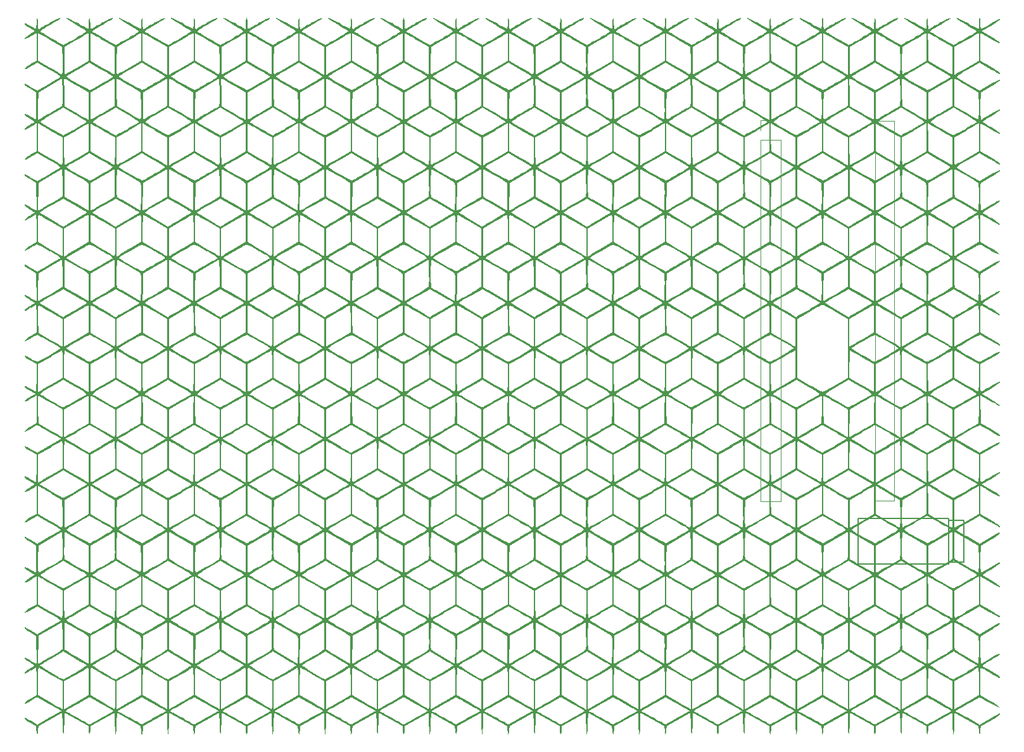
<source format=gbo>
%TF.GenerationSoftware,KiCad,Pcbnew,(6.0.2)*%
%TF.CreationDate,2022-04-17T17:36:30-03:00*%
%TF.ProjectId,keyboard_pcb,6b657962-6f61-4726-945f-7063622e6b69,rev1.0*%
%TF.SameCoordinates,Original*%
%TF.FileFunction,Legend,Bot*%
%TF.FilePolarity,Positive*%
%FSLAX46Y46*%
G04 Gerber Fmt 4.6, Leading zero omitted, Abs format (unit mm)*
G04 Created by KiCad (PCBNEW (6.0.2)) date 2022-04-17 17:36:30*
%MOMM*%
%LPD*%
G01*
G04 APERTURE LIST*
%ADD10C,0.150000*%
%ADD11C,0.120000*%
G04 APERTURE END LIST*
%TO.C,G\u002A\u002A\u002A*%
G36*
X83937026Y-130495420D02*
G01*
X84582389Y-130495420D01*
X84807389Y-130350286D01*
X84968443Y-130252068D01*
X85267868Y-130074589D01*
X85670712Y-129838376D01*
X86142019Y-129563957D01*
X86457389Y-129381259D01*
X87882389Y-128557367D01*
X87882389Y-128554256D01*
X88082389Y-128554256D01*
X89707389Y-129505219D01*
X90217587Y-129803462D01*
X90664811Y-130064265D01*
X91021898Y-130271840D01*
X91261686Y-130410399D01*
X91357011Y-130464151D01*
X91357389Y-130464300D01*
X91365218Y-130372084D01*
X91372045Y-130110607D01*
X91377456Y-129710607D01*
X91381040Y-129202820D01*
X91382387Y-128617984D01*
X91382389Y-128597129D01*
X91382389Y-126721839D01*
X89818068Y-125822129D01*
X89311741Y-125531764D01*
X88864080Y-125276644D01*
X88504391Y-125073342D01*
X88261981Y-124938430D01*
X88168068Y-124889085D01*
X88141096Y-124973030D01*
X88117608Y-125226578D01*
X88099038Y-125619342D01*
X88086821Y-126120935D01*
X88082389Y-126700972D01*
X88082389Y-128554256D01*
X87882389Y-128554256D01*
X87882389Y-126706559D01*
X87878018Y-126125844D01*
X87865860Y-125623356D01*
X87847348Y-125229469D01*
X87823911Y-124974558D01*
X87796981Y-124888997D01*
X87796736Y-124889085D01*
X87686241Y-124947570D01*
X87431895Y-125089551D01*
X87063003Y-125298440D01*
X86608871Y-125557651D01*
X86147737Y-125822419D01*
X84584392Y-126722419D01*
X84583390Y-128608919D01*
X84582389Y-130495420D01*
X83937026Y-130495420D01*
X83793216Y-130409093D01*
X83429282Y-130199167D01*
X82998661Y-129956076D01*
X82536014Y-129698957D01*
X82076001Y-129446945D01*
X81653281Y-129219174D01*
X81302514Y-129034779D01*
X81058360Y-128912896D01*
X80957343Y-128872419D01*
X80775666Y-128924975D01*
X80629639Y-129005393D01*
X80440064Y-129123722D01*
X80144668Y-129298217D01*
X79857389Y-129462732D01*
X79534821Y-129632595D01*
X79351866Y-129695331D01*
X79284220Y-129658403D01*
X79282389Y-129639261D01*
X79363697Y-129526848D01*
X79581664Y-129348726D01*
X79897346Y-129134920D01*
X80082389Y-129022419D01*
X80880948Y-128554256D01*
X81082388Y-128554256D01*
X82707389Y-129505219D01*
X83217587Y-129803462D01*
X83664811Y-130064265D01*
X84021898Y-130271840D01*
X84261686Y-130410399D01*
X84357011Y-130464151D01*
X84357389Y-130464300D01*
X84365218Y-130372084D01*
X84372045Y-130110607D01*
X84377456Y-129710607D01*
X84381040Y-129202820D01*
X84382387Y-128617984D01*
X84382389Y-128597129D01*
X84382389Y-126721839D01*
X82818068Y-125822129D01*
X82311741Y-125531764D01*
X81864080Y-125276644D01*
X81504391Y-125073342D01*
X81261981Y-124938430D01*
X81168068Y-124889085D01*
X81141096Y-124973030D01*
X81117608Y-125226578D01*
X81099038Y-125619342D01*
X81086821Y-126120935D01*
X81082389Y-126700972D01*
X81082388Y-126705004D01*
X81082388Y-128554256D01*
X80880948Y-128554256D01*
X80882389Y-128553411D01*
X80882389Y-126712915D01*
X80880266Y-126131107D01*
X80874363Y-125624949D01*
X80865379Y-125225648D01*
X80854013Y-124964411D01*
X80841173Y-124872419D01*
X80741389Y-124918868D01*
X80512992Y-125042225D01*
X80200053Y-125218506D01*
X80106167Y-125272419D01*
X79724563Y-125489235D01*
X79482976Y-125613831D01*
X79349843Y-125656748D01*
X79293599Y-125628524D01*
X79282629Y-125547419D01*
X79364326Y-125443085D01*
X79580987Y-125277435D01*
X79890331Y-125081806D01*
X79981397Y-125029520D01*
X80298483Y-124841463D01*
X80525903Y-124687738D01*
X80625982Y-124594503D01*
X80625567Y-124582263D01*
X80595298Y-124561590D01*
X81359769Y-124561590D01*
X81425063Y-124623084D01*
X81630484Y-124766062D01*
X81943731Y-124970675D01*
X82332502Y-125217076D01*
X82764497Y-125485415D01*
X83207413Y-125755845D01*
X83628949Y-126008515D01*
X83996805Y-126223579D01*
X84278678Y-126381186D01*
X84442267Y-126461489D01*
X84460860Y-126467154D01*
X84552138Y-126421222D01*
X84788708Y-126290337D01*
X85142976Y-126090091D01*
X85587346Y-125836082D01*
X86083532Y-125550090D01*
X86582724Y-125255734D01*
X87010093Y-124993051D01*
X87340007Y-124778691D01*
X87546837Y-124629306D01*
X87605060Y-124561643D01*
X87604978Y-124561590D01*
X88359769Y-124561590D01*
X88425063Y-124623084D01*
X88630484Y-124766062D01*
X88943731Y-124970675D01*
X89332502Y-125217076D01*
X89764497Y-125485415D01*
X90207413Y-125755845D01*
X90628949Y-126008515D01*
X90996805Y-126223579D01*
X91278678Y-126381186D01*
X91442267Y-126461489D01*
X91460860Y-126467154D01*
X91552138Y-126421222D01*
X91788708Y-126290337D01*
X92142976Y-126090091D01*
X92587346Y-125836082D01*
X93083532Y-125550090D01*
X93582724Y-125255734D01*
X94010093Y-124993051D01*
X94340007Y-124778691D01*
X94546837Y-124629306D01*
X94605060Y-124561643D01*
X94604978Y-124561590D01*
X95359769Y-124561590D01*
X95425063Y-124623084D01*
X95630484Y-124766062D01*
X95943731Y-124970675D01*
X96332502Y-125217076D01*
X96764497Y-125485415D01*
X97207413Y-125755845D01*
X97628949Y-126008515D01*
X97996805Y-126223579D01*
X98278678Y-126381186D01*
X98442267Y-126461489D01*
X98460860Y-126467154D01*
X98552138Y-126421222D01*
X98788708Y-126290337D01*
X99142976Y-126090091D01*
X99587346Y-125836082D01*
X100083532Y-125550090D01*
X100582724Y-125255734D01*
X101010093Y-124993051D01*
X101340007Y-124778691D01*
X101546837Y-124629306D01*
X101605060Y-124561643D01*
X101604978Y-124561590D01*
X102359769Y-124561590D01*
X102425063Y-124623084D01*
X102630484Y-124766062D01*
X102943731Y-124970675D01*
X103332502Y-125217076D01*
X103764497Y-125485415D01*
X104207413Y-125755845D01*
X104628949Y-126008515D01*
X104996805Y-126223579D01*
X105278678Y-126381186D01*
X105442267Y-126461489D01*
X105460860Y-126467154D01*
X105552138Y-126421222D01*
X105788708Y-126290337D01*
X106142976Y-126090091D01*
X106587346Y-125836082D01*
X107083532Y-125550090D01*
X107582724Y-125255734D01*
X108010093Y-124993051D01*
X108340007Y-124778691D01*
X108546837Y-124629306D01*
X108605060Y-124561643D01*
X108604978Y-124561590D01*
X109359769Y-124561590D01*
X109425063Y-124623084D01*
X109630484Y-124766062D01*
X109943731Y-124970675D01*
X110332502Y-125217076D01*
X110764497Y-125485415D01*
X111207413Y-125755845D01*
X111628949Y-126008515D01*
X111996805Y-126223579D01*
X112278678Y-126381186D01*
X112442267Y-126461489D01*
X112460860Y-126467154D01*
X112552138Y-126421222D01*
X112788708Y-126290337D01*
X113142976Y-126090091D01*
X113587346Y-125836082D01*
X114083532Y-125550090D01*
X114582724Y-125255734D01*
X115010093Y-124993051D01*
X115340007Y-124778691D01*
X115546837Y-124629306D01*
X115605060Y-124561643D01*
X115604978Y-124561590D01*
X116359769Y-124561590D01*
X116425063Y-124623084D01*
X116630484Y-124766062D01*
X116943731Y-124970675D01*
X117332502Y-125217076D01*
X117764497Y-125485415D01*
X118207413Y-125755845D01*
X118628949Y-126008515D01*
X118996805Y-126223579D01*
X119278678Y-126381186D01*
X119442267Y-126461489D01*
X119460860Y-126467154D01*
X119552138Y-126421222D01*
X119788708Y-126290337D01*
X120142976Y-126090091D01*
X120587346Y-125836082D01*
X121083532Y-125550090D01*
X121582724Y-125255734D01*
X122010093Y-124993051D01*
X122340007Y-124778691D01*
X122546837Y-124629306D01*
X122605060Y-124561643D01*
X122604978Y-124561590D01*
X123359769Y-124561590D01*
X123425063Y-124623084D01*
X123630484Y-124766062D01*
X123943731Y-124970675D01*
X124332502Y-125217076D01*
X124764497Y-125485415D01*
X125207413Y-125755845D01*
X125628949Y-126008515D01*
X125996805Y-126223579D01*
X126278678Y-126381186D01*
X126442267Y-126461489D01*
X126460860Y-126467154D01*
X126552138Y-126421222D01*
X126788708Y-126290337D01*
X127142976Y-126090091D01*
X127587346Y-125836082D01*
X128083532Y-125550090D01*
X128582724Y-125255734D01*
X129010093Y-124993051D01*
X129340007Y-124778691D01*
X129546837Y-124629306D01*
X129605060Y-124561643D01*
X129604978Y-124561590D01*
X130359769Y-124561590D01*
X130425063Y-124623084D01*
X130630484Y-124766062D01*
X130943731Y-124970675D01*
X131332502Y-125217076D01*
X131764497Y-125485415D01*
X132207413Y-125755845D01*
X132628949Y-126008515D01*
X132996805Y-126223579D01*
X133278678Y-126381186D01*
X133442267Y-126461489D01*
X133460860Y-126467154D01*
X133552138Y-126421222D01*
X133788708Y-126290337D01*
X134142976Y-126090091D01*
X134587346Y-125836082D01*
X135083532Y-125550090D01*
X135582724Y-125255734D01*
X136010093Y-124993051D01*
X136340007Y-124778691D01*
X136546837Y-124629306D01*
X136605060Y-124561643D01*
X136604978Y-124561590D01*
X137359769Y-124561590D01*
X137425063Y-124623084D01*
X137630484Y-124766062D01*
X137943731Y-124970675D01*
X138332502Y-125217076D01*
X138764497Y-125485415D01*
X139207413Y-125755845D01*
X139628949Y-126008515D01*
X139996805Y-126223579D01*
X140278678Y-126381186D01*
X140442267Y-126461489D01*
X140460860Y-126467154D01*
X140552138Y-126421222D01*
X140788708Y-126290337D01*
X141142976Y-126090091D01*
X141587346Y-125836082D01*
X142083532Y-125550090D01*
X142582724Y-125255734D01*
X143010093Y-124993051D01*
X143340007Y-124778691D01*
X143546837Y-124629306D01*
X143605060Y-124561643D01*
X143604978Y-124561590D01*
X144359769Y-124561590D01*
X144425063Y-124623084D01*
X144630484Y-124766062D01*
X144943731Y-124970675D01*
X145332502Y-125217076D01*
X145764497Y-125485415D01*
X146207413Y-125755845D01*
X146628949Y-126008515D01*
X146996805Y-126223579D01*
X147278678Y-126381186D01*
X147442267Y-126461489D01*
X147460860Y-126467154D01*
X147552138Y-126421222D01*
X147788708Y-126290337D01*
X148142976Y-126090091D01*
X148587346Y-125836082D01*
X149083532Y-125550090D01*
X149582724Y-125255734D01*
X150010093Y-124993051D01*
X150340007Y-124778691D01*
X150546837Y-124629306D01*
X150605060Y-124561643D01*
X150604978Y-124561590D01*
X151359769Y-124561590D01*
X151425063Y-124623084D01*
X151630484Y-124766062D01*
X151943731Y-124970675D01*
X152332502Y-125217076D01*
X152764497Y-125485415D01*
X153207413Y-125755845D01*
X153628949Y-126008515D01*
X153996805Y-126223579D01*
X154278678Y-126381186D01*
X154442267Y-126461489D01*
X154460860Y-126467154D01*
X154552138Y-126421222D01*
X154788708Y-126290337D01*
X155142976Y-126090091D01*
X155587346Y-125836082D01*
X156083532Y-125550090D01*
X156582724Y-125255734D01*
X157010093Y-124993051D01*
X157340007Y-124778691D01*
X157546837Y-124629306D01*
X157605060Y-124561643D01*
X157604978Y-124561590D01*
X158359769Y-124561590D01*
X158425063Y-124623084D01*
X158630484Y-124766062D01*
X158943731Y-124970675D01*
X159332502Y-125217076D01*
X159764497Y-125485415D01*
X160207413Y-125755845D01*
X160628949Y-126008515D01*
X160996805Y-126223579D01*
X161278678Y-126381186D01*
X161442267Y-126461489D01*
X161460860Y-126467154D01*
X161552138Y-126421222D01*
X161788708Y-126290337D01*
X162142976Y-126090091D01*
X162587346Y-125836082D01*
X163083532Y-125550090D01*
X163582724Y-125255734D01*
X164010093Y-124993051D01*
X164340007Y-124778691D01*
X164546837Y-124629306D01*
X164605060Y-124561643D01*
X164604978Y-124561590D01*
X165359769Y-124561590D01*
X165425063Y-124623084D01*
X165630484Y-124766062D01*
X165943731Y-124970675D01*
X166332502Y-125217076D01*
X166764497Y-125485415D01*
X167207413Y-125755845D01*
X167628949Y-126008515D01*
X167996805Y-126223579D01*
X168278678Y-126381186D01*
X168442267Y-126461489D01*
X168460860Y-126467154D01*
X168552138Y-126421222D01*
X168788708Y-126290337D01*
X169142976Y-126090091D01*
X169587346Y-125836082D01*
X170083532Y-125550090D01*
X170582724Y-125255734D01*
X171010093Y-124993051D01*
X171340007Y-124778691D01*
X171546837Y-124629306D01*
X171605060Y-124561643D01*
X171604978Y-124561590D01*
X172359769Y-124561590D01*
X172425063Y-124623084D01*
X172630484Y-124766062D01*
X172943731Y-124970675D01*
X173332502Y-125217076D01*
X173764497Y-125485415D01*
X174207413Y-125755845D01*
X174628949Y-126008515D01*
X174996805Y-126223579D01*
X175278678Y-126381186D01*
X175442267Y-126461489D01*
X175460860Y-126467154D01*
X175552138Y-126421222D01*
X175788708Y-126290337D01*
X176142976Y-126090091D01*
X176587346Y-125836082D01*
X177083532Y-125550090D01*
X177582724Y-125255734D01*
X178010093Y-124993051D01*
X178340007Y-124778691D01*
X178546837Y-124629306D01*
X178605060Y-124561643D01*
X178604978Y-124561590D01*
X179359769Y-124561590D01*
X179425063Y-124623084D01*
X179630484Y-124766062D01*
X179943731Y-124970675D01*
X180332502Y-125217076D01*
X180764497Y-125485415D01*
X181207413Y-125755845D01*
X181628949Y-126008515D01*
X181996805Y-126223579D01*
X182278678Y-126381186D01*
X182442267Y-126461489D01*
X182460860Y-126467154D01*
X182552138Y-126421222D01*
X182788708Y-126290337D01*
X183142976Y-126090091D01*
X183587346Y-125836082D01*
X184083532Y-125550090D01*
X184582724Y-125255734D01*
X185010093Y-124993051D01*
X185340007Y-124778691D01*
X185546837Y-124629306D01*
X185605060Y-124561643D01*
X185604978Y-124561590D01*
X186359769Y-124561590D01*
X186425063Y-124623084D01*
X186630484Y-124766062D01*
X186943731Y-124970675D01*
X187332502Y-125217076D01*
X187764497Y-125485415D01*
X188207413Y-125755845D01*
X188628949Y-126008515D01*
X188996805Y-126223579D01*
X189278678Y-126381186D01*
X189442267Y-126461489D01*
X189460860Y-126467154D01*
X189552138Y-126421222D01*
X189788708Y-126290337D01*
X190142976Y-126090091D01*
X190587346Y-125836082D01*
X191083532Y-125550090D01*
X191582724Y-125255734D01*
X192010093Y-124993051D01*
X192340007Y-124778691D01*
X192546837Y-124629306D01*
X192605060Y-124561643D01*
X192604978Y-124561590D01*
X193359769Y-124561590D01*
X193425063Y-124623084D01*
X193630484Y-124766062D01*
X193943731Y-124970675D01*
X194332502Y-125217076D01*
X194764497Y-125485415D01*
X195207413Y-125755845D01*
X195628949Y-126008515D01*
X195996805Y-126223579D01*
X196278678Y-126381186D01*
X196442267Y-126461489D01*
X196460860Y-126467154D01*
X196552138Y-126421222D01*
X196788708Y-126290337D01*
X197142976Y-126090091D01*
X197587346Y-125836082D01*
X198083532Y-125550090D01*
X198582724Y-125255734D01*
X199010093Y-124993051D01*
X199340007Y-124778691D01*
X199546837Y-124629306D01*
X199605060Y-124561643D01*
X199604978Y-124561590D01*
X200359769Y-124561590D01*
X200425063Y-124623084D01*
X200630484Y-124766062D01*
X200943731Y-124970675D01*
X201332502Y-125217076D01*
X201764497Y-125485415D01*
X202207413Y-125755845D01*
X202628949Y-126008515D01*
X202996805Y-126223579D01*
X203278678Y-126381186D01*
X203442267Y-126461489D01*
X203460860Y-126467154D01*
X203552138Y-126421222D01*
X203788708Y-126290337D01*
X204142976Y-126090091D01*
X204587346Y-125836082D01*
X205083532Y-125550090D01*
X205582724Y-125255734D01*
X206010093Y-124993051D01*
X206340007Y-124778691D01*
X206546837Y-124629306D01*
X206605060Y-124561643D01*
X206498382Y-124492437D01*
X206247555Y-124341484D01*
X205882113Y-124126204D01*
X205431591Y-123864016D01*
X205007389Y-123619340D01*
X203482389Y-122743157D01*
X201957389Y-123619340D01*
X201458087Y-123907538D01*
X201018968Y-124163510D01*
X200669566Y-124369839D01*
X200439413Y-124509105D01*
X200359769Y-124561590D01*
X199604978Y-124561590D01*
X199498382Y-124492437D01*
X199336189Y-124394826D01*
X200077893Y-124394826D01*
X200405141Y-124202824D01*
X200609238Y-124084101D01*
X200945500Y-123889621D01*
X201372649Y-123643215D01*
X201849405Y-123368711D01*
X202018192Y-123271647D01*
X202473567Y-123004427D01*
X202863820Y-122765117D01*
X203157200Y-122573992D01*
X203321954Y-122451325D01*
X203345587Y-122424083D01*
X203357585Y-122292999D01*
X203365122Y-121996441D01*
X203367936Y-121568892D01*
X203366323Y-121179200D01*
X203600900Y-121179200D01*
X203606028Y-121695135D01*
X203619404Y-122108906D01*
X203639983Y-122387055D01*
X203664436Y-122494466D01*
X203775675Y-122570588D01*
X204030797Y-122728265D01*
X204400119Y-122949677D01*
X204853961Y-123217003D01*
X205291760Y-123471498D01*
X206832389Y-124361835D01*
X206859713Y-122549451D01*
X206863768Y-121950025D01*
X206857741Y-121427752D01*
X206842719Y-121014469D01*
X206819788Y-120742010D01*
X206794697Y-120644727D01*
X206681448Y-120566727D01*
X206424442Y-120407508D01*
X206053590Y-120185046D01*
X205598806Y-119917313D01*
X205167372Y-119666870D01*
X203632389Y-118781354D01*
X203605064Y-120594562D01*
X203600900Y-121179200D01*
X203366323Y-121179200D01*
X203365767Y-121044834D01*
X203359784Y-120547604D01*
X203332389Y-118779513D01*
X201732389Y-119705186D01*
X200132389Y-120630858D01*
X200077893Y-124394826D01*
X199336189Y-124394826D01*
X199247555Y-124341484D01*
X198882113Y-124126204D01*
X198431591Y-123864016D01*
X198007389Y-123619340D01*
X196482389Y-122743157D01*
X194957389Y-123619340D01*
X194458087Y-123907538D01*
X194018968Y-124163510D01*
X193669566Y-124369839D01*
X193439413Y-124509105D01*
X193359769Y-124561590D01*
X192604978Y-124561590D01*
X192498382Y-124492437D01*
X192336189Y-124394826D01*
X193077893Y-124394826D01*
X193405141Y-124202824D01*
X193609238Y-124084101D01*
X193945500Y-123889621D01*
X194372649Y-123643215D01*
X194849405Y-123368711D01*
X195018192Y-123271647D01*
X195473567Y-123004427D01*
X195863820Y-122765117D01*
X196157200Y-122573992D01*
X196321954Y-122451325D01*
X196345587Y-122424083D01*
X196357585Y-122292999D01*
X196365122Y-121996441D01*
X196367936Y-121568892D01*
X196366323Y-121179200D01*
X196600900Y-121179200D01*
X196606028Y-121695135D01*
X196619404Y-122108906D01*
X196639983Y-122387055D01*
X196664436Y-122494466D01*
X196775675Y-122570588D01*
X197030797Y-122728265D01*
X197400119Y-122949677D01*
X197853961Y-123217003D01*
X198291760Y-123471498D01*
X199832389Y-124361835D01*
X199859713Y-122549451D01*
X199863768Y-121950025D01*
X199857741Y-121427752D01*
X199842719Y-121014469D01*
X199819788Y-120742010D01*
X199794697Y-120644727D01*
X199681448Y-120566727D01*
X199424442Y-120407508D01*
X199053590Y-120185046D01*
X198598806Y-119917313D01*
X198167372Y-119666870D01*
X196632389Y-118781354D01*
X196605064Y-120594562D01*
X196600900Y-121179200D01*
X196366323Y-121179200D01*
X196365767Y-121044834D01*
X196359784Y-120547604D01*
X196332389Y-118779513D01*
X194732389Y-119705186D01*
X193132389Y-120630858D01*
X193077893Y-124394826D01*
X192336189Y-124394826D01*
X192247555Y-124341484D01*
X191882113Y-124126204D01*
X191431591Y-123864016D01*
X191007389Y-123619340D01*
X189482389Y-122743157D01*
X187957389Y-123619340D01*
X187458087Y-123907538D01*
X187018968Y-124163510D01*
X186669566Y-124369839D01*
X186439413Y-124509105D01*
X186359769Y-124561590D01*
X185604978Y-124561590D01*
X185498382Y-124492437D01*
X185336189Y-124394826D01*
X186077893Y-124394826D01*
X186405141Y-124202824D01*
X186609238Y-124084101D01*
X186945500Y-123889621D01*
X187372649Y-123643215D01*
X187849405Y-123368711D01*
X188018192Y-123271647D01*
X188473567Y-123004427D01*
X188863820Y-122765117D01*
X189157200Y-122573992D01*
X189321954Y-122451325D01*
X189345587Y-122424083D01*
X189357585Y-122292999D01*
X189365122Y-121996441D01*
X189367936Y-121568892D01*
X189366323Y-121179200D01*
X189600900Y-121179200D01*
X189606028Y-121695135D01*
X189619404Y-122108906D01*
X189639983Y-122387055D01*
X189664436Y-122494466D01*
X189775675Y-122570588D01*
X190030797Y-122728265D01*
X190400119Y-122949677D01*
X190853961Y-123217003D01*
X191291760Y-123471498D01*
X192832389Y-124361835D01*
X192859713Y-122549451D01*
X192863768Y-121950025D01*
X192857741Y-121427752D01*
X192842719Y-121014469D01*
X192819788Y-120742010D01*
X192794697Y-120644727D01*
X192681448Y-120566727D01*
X192424442Y-120407508D01*
X192053590Y-120185046D01*
X191598806Y-119917313D01*
X191167372Y-119666870D01*
X189632389Y-118781354D01*
X189605064Y-120594562D01*
X189600900Y-121179200D01*
X189366323Y-121179200D01*
X189365767Y-121044834D01*
X189359784Y-120547604D01*
X189332389Y-118779513D01*
X187732389Y-119705186D01*
X186132389Y-120630858D01*
X186077893Y-124394826D01*
X185336189Y-124394826D01*
X185247555Y-124341484D01*
X184882113Y-124126204D01*
X184431591Y-123864016D01*
X184007389Y-123619340D01*
X182482389Y-122743157D01*
X180957389Y-123619340D01*
X180458087Y-123907538D01*
X180018968Y-124163510D01*
X179669566Y-124369839D01*
X179439413Y-124509105D01*
X179359769Y-124561590D01*
X178604978Y-124561590D01*
X178498382Y-124492437D01*
X178336189Y-124394826D01*
X179077893Y-124394826D01*
X179405141Y-124202824D01*
X179609238Y-124084101D01*
X179945500Y-123889621D01*
X180372649Y-123643215D01*
X180849405Y-123368711D01*
X181018192Y-123271647D01*
X181473567Y-123004427D01*
X181863820Y-122765117D01*
X182157200Y-122573992D01*
X182321954Y-122451325D01*
X182345587Y-122424083D01*
X182357585Y-122292999D01*
X182365122Y-121996441D01*
X182367936Y-121568892D01*
X182366323Y-121179200D01*
X182600900Y-121179200D01*
X182606028Y-121695135D01*
X182619404Y-122108906D01*
X182639983Y-122387055D01*
X182664436Y-122494466D01*
X182775675Y-122570588D01*
X183030797Y-122728265D01*
X183400119Y-122949677D01*
X183853961Y-123217003D01*
X184291760Y-123471498D01*
X185832389Y-124361835D01*
X185859713Y-122549451D01*
X185863768Y-121950025D01*
X185857741Y-121427752D01*
X185842719Y-121014469D01*
X185819788Y-120742010D01*
X185794697Y-120644727D01*
X185681448Y-120566727D01*
X185424442Y-120407508D01*
X185053590Y-120185046D01*
X184598806Y-119917313D01*
X184167372Y-119666870D01*
X182632389Y-118781354D01*
X182605064Y-120594562D01*
X182600900Y-121179200D01*
X182366323Y-121179200D01*
X182365767Y-121044834D01*
X182359784Y-120547604D01*
X182332389Y-118779513D01*
X180732389Y-119705186D01*
X179132389Y-120630858D01*
X179077893Y-124394826D01*
X178336189Y-124394826D01*
X178247555Y-124341484D01*
X177882113Y-124126204D01*
X177431591Y-123864016D01*
X177007389Y-123619340D01*
X175482389Y-122743157D01*
X173957389Y-123619340D01*
X173458087Y-123907538D01*
X173018968Y-124163510D01*
X172669566Y-124369839D01*
X172439413Y-124509105D01*
X172359769Y-124561590D01*
X171604978Y-124561590D01*
X171498382Y-124492437D01*
X171336189Y-124394826D01*
X172077893Y-124394826D01*
X172405141Y-124202824D01*
X172609238Y-124084101D01*
X172945500Y-123889621D01*
X173372649Y-123643215D01*
X173849405Y-123368711D01*
X174018192Y-123271647D01*
X174473567Y-123004427D01*
X174863820Y-122765117D01*
X175157200Y-122573992D01*
X175321954Y-122451325D01*
X175345587Y-122424083D01*
X175357585Y-122292999D01*
X175365122Y-121996441D01*
X175367936Y-121568892D01*
X175366323Y-121179200D01*
X175600900Y-121179200D01*
X175606028Y-121695135D01*
X175619404Y-122108906D01*
X175639983Y-122387055D01*
X175664436Y-122494466D01*
X175775675Y-122570588D01*
X176030797Y-122728265D01*
X176400119Y-122949677D01*
X176853961Y-123217003D01*
X177291760Y-123471498D01*
X178832389Y-124361835D01*
X178859713Y-122549451D01*
X178863768Y-121950025D01*
X178857741Y-121427752D01*
X178842719Y-121014469D01*
X178819788Y-120742010D01*
X178794697Y-120644727D01*
X178681448Y-120566727D01*
X178424442Y-120407508D01*
X178053590Y-120185046D01*
X177598806Y-119917313D01*
X177167372Y-119666870D01*
X175632389Y-118781354D01*
X175605064Y-120594562D01*
X175600900Y-121179200D01*
X175366323Y-121179200D01*
X175365767Y-121044834D01*
X175359784Y-120547604D01*
X175332389Y-118779513D01*
X173732389Y-119705186D01*
X172132389Y-120630858D01*
X172077893Y-124394826D01*
X171336189Y-124394826D01*
X171247555Y-124341484D01*
X170882113Y-124126204D01*
X170431591Y-123864016D01*
X170007389Y-123619340D01*
X168482389Y-122743157D01*
X166957389Y-123619340D01*
X166458087Y-123907538D01*
X166018968Y-124163510D01*
X165669566Y-124369839D01*
X165439413Y-124509105D01*
X165359769Y-124561590D01*
X164604978Y-124561590D01*
X164498382Y-124492437D01*
X164336189Y-124394826D01*
X165077893Y-124394826D01*
X165405141Y-124202824D01*
X165609238Y-124084101D01*
X165945500Y-123889621D01*
X166372649Y-123643215D01*
X166849405Y-123368711D01*
X167018192Y-123271647D01*
X167473567Y-123004427D01*
X167863820Y-122765117D01*
X168157200Y-122573992D01*
X168321954Y-122451325D01*
X168345587Y-122424083D01*
X168357585Y-122292999D01*
X168365122Y-121996441D01*
X168367936Y-121568892D01*
X168366323Y-121179200D01*
X168600900Y-121179200D01*
X168606028Y-121695135D01*
X168619404Y-122108906D01*
X168639983Y-122387055D01*
X168664436Y-122494466D01*
X168775675Y-122570588D01*
X169030797Y-122728265D01*
X169400119Y-122949677D01*
X169853961Y-123217003D01*
X170291760Y-123471498D01*
X171832389Y-124361835D01*
X171859713Y-122549451D01*
X171863768Y-121950025D01*
X171857741Y-121427752D01*
X171842719Y-121014469D01*
X171819788Y-120742010D01*
X171794697Y-120644727D01*
X171681448Y-120566727D01*
X171424442Y-120407508D01*
X171053590Y-120185046D01*
X170598806Y-119917313D01*
X170167372Y-119666870D01*
X168632389Y-118781354D01*
X168605064Y-120594562D01*
X168600900Y-121179200D01*
X168366323Y-121179200D01*
X168365767Y-121044834D01*
X168359784Y-120547604D01*
X168332389Y-118779513D01*
X166732389Y-119705186D01*
X165132389Y-120630858D01*
X165077893Y-124394826D01*
X164336189Y-124394826D01*
X164247555Y-124341484D01*
X163882113Y-124126204D01*
X163431591Y-123864016D01*
X163007389Y-123619340D01*
X161482389Y-122743157D01*
X159957389Y-123619340D01*
X159458087Y-123907538D01*
X159018968Y-124163510D01*
X158669566Y-124369839D01*
X158439413Y-124509105D01*
X158359769Y-124561590D01*
X157604978Y-124561590D01*
X157498382Y-124492437D01*
X157336189Y-124394826D01*
X158077893Y-124394826D01*
X158405141Y-124202824D01*
X158609238Y-124084101D01*
X158945500Y-123889621D01*
X159372649Y-123643215D01*
X159849405Y-123368711D01*
X160018192Y-123271647D01*
X160473567Y-123004427D01*
X160863820Y-122765117D01*
X161157200Y-122573992D01*
X161321954Y-122451325D01*
X161345587Y-122424083D01*
X161357585Y-122292999D01*
X161365122Y-121996441D01*
X161367936Y-121568892D01*
X161366323Y-121179200D01*
X161600900Y-121179200D01*
X161606028Y-121695135D01*
X161619404Y-122108906D01*
X161639983Y-122387055D01*
X161664436Y-122494466D01*
X161775675Y-122570588D01*
X162030797Y-122728265D01*
X162400119Y-122949677D01*
X162853961Y-123217003D01*
X163291760Y-123471498D01*
X164832389Y-124361835D01*
X164859713Y-122549451D01*
X164863768Y-121950025D01*
X164857741Y-121427752D01*
X164842719Y-121014469D01*
X164819788Y-120742010D01*
X164794697Y-120644727D01*
X164681448Y-120566727D01*
X164424442Y-120407508D01*
X164053590Y-120185046D01*
X163598806Y-119917313D01*
X163167372Y-119666870D01*
X161632389Y-118781354D01*
X161605064Y-120594562D01*
X161600900Y-121179200D01*
X161366323Y-121179200D01*
X161365767Y-121044834D01*
X161359784Y-120547604D01*
X161332389Y-118779513D01*
X159732389Y-119705186D01*
X158132389Y-120630858D01*
X158077893Y-124394826D01*
X157336189Y-124394826D01*
X157247555Y-124341484D01*
X156882113Y-124126204D01*
X156431591Y-123864016D01*
X156007389Y-123619340D01*
X154482389Y-122743157D01*
X152957389Y-123619340D01*
X152458087Y-123907538D01*
X152018968Y-124163510D01*
X151669566Y-124369839D01*
X151439413Y-124509105D01*
X151359769Y-124561590D01*
X150604978Y-124561590D01*
X150498382Y-124492437D01*
X150336189Y-124394826D01*
X151077893Y-124394826D01*
X151405141Y-124202824D01*
X151609238Y-124084101D01*
X151945500Y-123889621D01*
X152372649Y-123643215D01*
X152849405Y-123368711D01*
X153018192Y-123271647D01*
X153473567Y-123004427D01*
X153863820Y-122765117D01*
X154157200Y-122573992D01*
X154321954Y-122451325D01*
X154345587Y-122424083D01*
X154357585Y-122292999D01*
X154365122Y-121996441D01*
X154367936Y-121568892D01*
X154366323Y-121179200D01*
X154600900Y-121179200D01*
X154606028Y-121695135D01*
X154619404Y-122108906D01*
X154639983Y-122387055D01*
X154664436Y-122494466D01*
X154775675Y-122570588D01*
X155030797Y-122728265D01*
X155400119Y-122949677D01*
X155853961Y-123217003D01*
X156291760Y-123471498D01*
X157832389Y-124361835D01*
X157859713Y-122549451D01*
X157863768Y-121950025D01*
X157857741Y-121427752D01*
X157842719Y-121014469D01*
X157819788Y-120742010D01*
X157794697Y-120644727D01*
X157681448Y-120566727D01*
X157424442Y-120407508D01*
X157053590Y-120185046D01*
X156598806Y-119917313D01*
X156167372Y-119666870D01*
X154632389Y-118781354D01*
X154605064Y-120594562D01*
X154600900Y-121179200D01*
X154366323Y-121179200D01*
X154365767Y-121044834D01*
X154359784Y-120547604D01*
X154332389Y-118779513D01*
X152732389Y-119705186D01*
X151132389Y-120630858D01*
X151077893Y-124394826D01*
X150336189Y-124394826D01*
X150247555Y-124341484D01*
X149882113Y-124126204D01*
X149431591Y-123864016D01*
X149007389Y-123619340D01*
X147482389Y-122743157D01*
X145957389Y-123619340D01*
X145458087Y-123907538D01*
X145018968Y-124163510D01*
X144669566Y-124369839D01*
X144439413Y-124509105D01*
X144359769Y-124561590D01*
X143604978Y-124561590D01*
X143498382Y-124492437D01*
X143336189Y-124394826D01*
X144077893Y-124394826D01*
X144405141Y-124202824D01*
X144609238Y-124084101D01*
X144945500Y-123889621D01*
X145372649Y-123643215D01*
X145849405Y-123368711D01*
X146018192Y-123271647D01*
X146473567Y-123004427D01*
X146863820Y-122765117D01*
X147157200Y-122573992D01*
X147321954Y-122451325D01*
X147345587Y-122424083D01*
X147357585Y-122292999D01*
X147365122Y-121996441D01*
X147367936Y-121568892D01*
X147366323Y-121179200D01*
X147600900Y-121179200D01*
X147606028Y-121695135D01*
X147619404Y-122108906D01*
X147639983Y-122387055D01*
X147664436Y-122494466D01*
X147775675Y-122570588D01*
X148030797Y-122728265D01*
X148400119Y-122949677D01*
X148853961Y-123217003D01*
X149291760Y-123471498D01*
X150832389Y-124361835D01*
X150859713Y-122549451D01*
X150863768Y-121950025D01*
X150857741Y-121427752D01*
X150842719Y-121014469D01*
X150819788Y-120742010D01*
X150794697Y-120644727D01*
X150681448Y-120566727D01*
X150424442Y-120407508D01*
X150053590Y-120185046D01*
X149598806Y-119917313D01*
X149167372Y-119666870D01*
X147632389Y-118781354D01*
X147605064Y-120594562D01*
X147600900Y-121179200D01*
X147366323Y-121179200D01*
X147365767Y-121044834D01*
X147359784Y-120547604D01*
X147332389Y-118779513D01*
X145732389Y-119705186D01*
X144132389Y-120630858D01*
X144077893Y-124394826D01*
X143336189Y-124394826D01*
X143247555Y-124341484D01*
X142882113Y-124126204D01*
X142431591Y-123864016D01*
X142007389Y-123619340D01*
X140482389Y-122743157D01*
X138957389Y-123619340D01*
X138458087Y-123907538D01*
X138018968Y-124163510D01*
X137669566Y-124369839D01*
X137439413Y-124509105D01*
X137359769Y-124561590D01*
X136604978Y-124561590D01*
X136498382Y-124492437D01*
X136336189Y-124394826D01*
X137077893Y-124394826D01*
X137405141Y-124202824D01*
X137609238Y-124084101D01*
X137945500Y-123889621D01*
X138372649Y-123643215D01*
X138849405Y-123368711D01*
X139018192Y-123271647D01*
X139473567Y-123004427D01*
X139863820Y-122765117D01*
X140157200Y-122573992D01*
X140321954Y-122451325D01*
X140345587Y-122424083D01*
X140357585Y-122292999D01*
X140365122Y-121996441D01*
X140367936Y-121568892D01*
X140366323Y-121179200D01*
X140600900Y-121179200D01*
X140606028Y-121695135D01*
X140619404Y-122108906D01*
X140639983Y-122387055D01*
X140664436Y-122494466D01*
X140775675Y-122570588D01*
X141030797Y-122728265D01*
X141400119Y-122949677D01*
X141853961Y-123217003D01*
X142291760Y-123471498D01*
X143832389Y-124361835D01*
X143859713Y-122549451D01*
X143863768Y-121950025D01*
X143857741Y-121427752D01*
X143842719Y-121014469D01*
X143819788Y-120742010D01*
X143794697Y-120644727D01*
X143681448Y-120566727D01*
X143424442Y-120407508D01*
X143053590Y-120185046D01*
X142598806Y-119917313D01*
X142167372Y-119666870D01*
X140632389Y-118781354D01*
X140605064Y-120594562D01*
X140600900Y-121179200D01*
X140366323Y-121179200D01*
X140365767Y-121044834D01*
X140359784Y-120547604D01*
X140332389Y-118779513D01*
X138732389Y-119705186D01*
X137132389Y-120630858D01*
X137077893Y-124394826D01*
X136336189Y-124394826D01*
X136247555Y-124341484D01*
X135882113Y-124126204D01*
X135431591Y-123864016D01*
X135007389Y-123619340D01*
X133482389Y-122743157D01*
X131957389Y-123619340D01*
X131458087Y-123907538D01*
X131018968Y-124163510D01*
X130669566Y-124369839D01*
X130439413Y-124509105D01*
X130359769Y-124561590D01*
X129604978Y-124561590D01*
X129498382Y-124492437D01*
X129336189Y-124394826D01*
X130077893Y-124394826D01*
X130405141Y-124202824D01*
X130609238Y-124084101D01*
X130945500Y-123889621D01*
X131372649Y-123643215D01*
X131849405Y-123368711D01*
X132018192Y-123271647D01*
X132473567Y-123004427D01*
X132863820Y-122765117D01*
X133157200Y-122573992D01*
X133321954Y-122451325D01*
X133345587Y-122424083D01*
X133357585Y-122292999D01*
X133365122Y-121996441D01*
X133367936Y-121568892D01*
X133366323Y-121179200D01*
X133600900Y-121179200D01*
X133606028Y-121695135D01*
X133619404Y-122108906D01*
X133639983Y-122387055D01*
X133664436Y-122494466D01*
X133775675Y-122570588D01*
X134030797Y-122728265D01*
X134400119Y-122949677D01*
X134853961Y-123217003D01*
X135291760Y-123471498D01*
X136832389Y-124361835D01*
X136859713Y-122549451D01*
X136863768Y-121950025D01*
X136857741Y-121427752D01*
X136842719Y-121014469D01*
X136819788Y-120742010D01*
X136794697Y-120644727D01*
X136681448Y-120566727D01*
X136424442Y-120407508D01*
X136053590Y-120185046D01*
X135598806Y-119917313D01*
X135167372Y-119666870D01*
X133632389Y-118781354D01*
X133605064Y-120594562D01*
X133600900Y-121179200D01*
X133366323Y-121179200D01*
X133365767Y-121044834D01*
X133359784Y-120547604D01*
X133332389Y-118779513D01*
X131732389Y-119705186D01*
X130132389Y-120630858D01*
X130077893Y-124394826D01*
X129336189Y-124394826D01*
X129247555Y-124341484D01*
X128882113Y-124126204D01*
X128431591Y-123864016D01*
X128007389Y-123619340D01*
X126482389Y-122743157D01*
X124957389Y-123619340D01*
X124458087Y-123907538D01*
X124018968Y-124163510D01*
X123669566Y-124369839D01*
X123439413Y-124509105D01*
X123359769Y-124561590D01*
X122604978Y-124561590D01*
X122498382Y-124492437D01*
X122336189Y-124394826D01*
X123077893Y-124394826D01*
X123405141Y-124202824D01*
X123609238Y-124084101D01*
X123945500Y-123889621D01*
X124372649Y-123643215D01*
X124849405Y-123368711D01*
X125018192Y-123271647D01*
X125473567Y-123004427D01*
X125863820Y-122765117D01*
X126157200Y-122573992D01*
X126321954Y-122451325D01*
X126345587Y-122424083D01*
X126357585Y-122292999D01*
X126365122Y-121996441D01*
X126367936Y-121568892D01*
X126366323Y-121179200D01*
X126600900Y-121179200D01*
X126606028Y-121695135D01*
X126619404Y-122108906D01*
X126639983Y-122387055D01*
X126664436Y-122494466D01*
X126775675Y-122570588D01*
X127030797Y-122728265D01*
X127400119Y-122949677D01*
X127853961Y-123217003D01*
X128291760Y-123471498D01*
X129832389Y-124361835D01*
X129859713Y-122549451D01*
X129863768Y-121950025D01*
X129857741Y-121427752D01*
X129842719Y-121014469D01*
X129819788Y-120742010D01*
X129794697Y-120644727D01*
X129681448Y-120566727D01*
X129424442Y-120407508D01*
X129053590Y-120185046D01*
X128598806Y-119917313D01*
X128167372Y-119666870D01*
X126632389Y-118781354D01*
X126605064Y-120594562D01*
X126600900Y-121179200D01*
X126366323Y-121179200D01*
X126365767Y-121044834D01*
X126359784Y-120547604D01*
X126332389Y-118779513D01*
X124732389Y-119705186D01*
X123132389Y-120630858D01*
X123077893Y-124394826D01*
X122336189Y-124394826D01*
X122247555Y-124341484D01*
X121882113Y-124126204D01*
X121431591Y-123864016D01*
X121007389Y-123619340D01*
X119482389Y-122743157D01*
X117957389Y-123619340D01*
X117458087Y-123907538D01*
X117018968Y-124163510D01*
X116669566Y-124369839D01*
X116439413Y-124509105D01*
X116359769Y-124561590D01*
X115604978Y-124561590D01*
X115498382Y-124492437D01*
X115336189Y-124394826D01*
X116077893Y-124394826D01*
X116405141Y-124202824D01*
X116609238Y-124084101D01*
X116945500Y-123889621D01*
X117372649Y-123643215D01*
X117849405Y-123368711D01*
X118018192Y-123271647D01*
X118473567Y-123004427D01*
X118863820Y-122765117D01*
X119157200Y-122573992D01*
X119321954Y-122451325D01*
X119345587Y-122424083D01*
X119357585Y-122292999D01*
X119365122Y-121996441D01*
X119367936Y-121568892D01*
X119366323Y-121179200D01*
X119600900Y-121179200D01*
X119606028Y-121695135D01*
X119619404Y-122108906D01*
X119639983Y-122387055D01*
X119664436Y-122494466D01*
X119775675Y-122570588D01*
X120030797Y-122728265D01*
X120400119Y-122949677D01*
X120853961Y-123217003D01*
X121291760Y-123471498D01*
X122832389Y-124361835D01*
X122859713Y-122549451D01*
X122863768Y-121950025D01*
X122857741Y-121427752D01*
X122842719Y-121014469D01*
X122819788Y-120742010D01*
X122794697Y-120644727D01*
X122681448Y-120566727D01*
X122424442Y-120407508D01*
X122053590Y-120185046D01*
X121598806Y-119917313D01*
X121167372Y-119666870D01*
X119632389Y-118781354D01*
X119605064Y-120594562D01*
X119600900Y-121179200D01*
X119366323Y-121179200D01*
X119365767Y-121044834D01*
X119359784Y-120547604D01*
X119332389Y-118779513D01*
X117732389Y-119705186D01*
X116132389Y-120630858D01*
X116077893Y-124394826D01*
X115336189Y-124394826D01*
X115247555Y-124341484D01*
X114882113Y-124126204D01*
X114431591Y-123864016D01*
X114007389Y-123619340D01*
X112482389Y-122743157D01*
X110957389Y-123619340D01*
X110458087Y-123907538D01*
X110018968Y-124163510D01*
X109669566Y-124369839D01*
X109439413Y-124509105D01*
X109359769Y-124561590D01*
X108604978Y-124561590D01*
X108498382Y-124492437D01*
X108336189Y-124394826D01*
X109077893Y-124394826D01*
X109405141Y-124202824D01*
X109609238Y-124084101D01*
X109945500Y-123889621D01*
X110372649Y-123643215D01*
X110849405Y-123368711D01*
X111018192Y-123271647D01*
X111473567Y-123004427D01*
X111863820Y-122765117D01*
X112157200Y-122573992D01*
X112321954Y-122451325D01*
X112345587Y-122424083D01*
X112357585Y-122292999D01*
X112365122Y-121996441D01*
X112367936Y-121568892D01*
X112366323Y-121179200D01*
X112600900Y-121179200D01*
X112606028Y-121695135D01*
X112619404Y-122108906D01*
X112639983Y-122387055D01*
X112664436Y-122494466D01*
X112775675Y-122570588D01*
X113030797Y-122728265D01*
X113400119Y-122949677D01*
X113853961Y-123217003D01*
X114291760Y-123471498D01*
X115832389Y-124361835D01*
X115859713Y-122549451D01*
X115863768Y-121950025D01*
X115857741Y-121427752D01*
X115842719Y-121014469D01*
X115819788Y-120742010D01*
X115794697Y-120644727D01*
X115681448Y-120566727D01*
X115424442Y-120407508D01*
X115053590Y-120185046D01*
X114598806Y-119917313D01*
X114167372Y-119666870D01*
X112632389Y-118781354D01*
X112605064Y-120594562D01*
X112600900Y-121179200D01*
X112366323Y-121179200D01*
X112365767Y-121044834D01*
X112359784Y-120547604D01*
X112332389Y-118779513D01*
X110732389Y-119705186D01*
X109132389Y-120630858D01*
X109077893Y-124394826D01*
X108336189Y-124394826D01*
X108247555Y-124341484D01*
X107882113Y-124126204D01*
X107431591Y-123864016D01*
X107007389Y-123619340D01*
X105482389Y-122743157D01*
X103957389Y-123619340D01*
X103458087Y-123907538D01*
X103018968Y-124163510D01*
X102669566Y-124369839D01*
X102439413Y-124509105D01*
X102359769Y-124561590D01*
X101604978Y-124561590D01*
X101498382Y-124492437D01*
X101336189Y-124394826D01*
X102077893Y-124394826D01*
X102405141Y-124202824D01*
X102609238Y-124084101D01*
X102945500Y-123889621D01*
X103372649Y-123643215D01*
X103849405Y-123368711D01*
X104018192Y-123271647D01*
X104473567Y-123004427D01*
X104863820Y-122765117D01*
X105157200Y-122573992D01*
X105321954Y-122451325D01*
X105345587Y-122424083D01*
X105357585Y-122292999D01*
X105365122Y-121996441D01*
X105367936Y-121568892D01*
X105366323Y-121179200D01*
X105600900Y-121179200D01*
X105606028Y-121695135D01*
X105619404Y-122108906D01*
X105639983Y-122387055D01*
X105664436Y-122494466D01*
X105775675Y-122570588D01*
X106030797Y-122728265D01*
X106400119Y-122949677D01*
X106853961Y-123217003D01*
X107291760Y-123471498D01*
X108832389Y-124361835D01*
X108859713Y-122549451D01*
X108863768Y-121950025D01*
X108857741Y-121427752D01*
X108842719Y-121014469D01*
X108819788Y-120742010D01*
X108794697Y-120644727D01*
X108681448Y-120566727D01*
X108424442Y-120407508D01*
X108053590Y-120185046D01*
X107598806Y-119917313D01*
X107167372Y-119666870D01*
X105632389Y-118781354D01*
X105605064Y-120594562D01*
X105600900Y-121179200D01*
X105366323Y-121179200D01*
X105365767Y-121044834D01*
X105359784Y-120547604D01*
X105332389Y-118779513D01*
X103732389Y-119705186D01*
X102132389Y-120630858D01*
X102077893Y-124394826D01*
X101336189Y-124394826D01*
X101247555Y-124341484D01*
X100882113Y-124126204D01*
X100431591Y-123864016D01*
X100007389Y-123619340D01*
X98482389Y-122743157D01*
X96957389Y-123619340D01*
X96458087Y-123907538D01*
X96018968Y-124163510D01*
X95669566Y-124369839D01*
X95439413Y-124509105D01*
X95359769Y-124561590D01*
X94604978Y-124561590D01*
X94498382Y-124492437D01*
X94336189Y-124394826D01*
X95077893Y-124394826D01*
X95405141Y-124202824D01*
X95609238Y-124084101D01*
X95945500Y-123889621D01*
X96372649Y-123643215D01*
X96849405Y-123368711D01*
X97018192Y-123271647D01*
X97473567Y-123004427D01*
X97863820Y-122765117D01*
X98157200Y-122573992D01*
X98321954Y-122451325D01*
X98345587Y-122424083D01*
X98357585Y-122292999D01*
X98365122Y-121996441D01*
X98367936Y-121568892D01*
X98366323Y-121179200D01*
X98600900Y-121179200D01*
X98606028Y-121695135D01*
X98619404Y-122108906D01*
X98639983Y-122387055D01*
X98664436Y-122494466D01*
X98775675Y-122570588D01*
X99030797Y-122728265D01*
X99400119Y-122949677D01*
X99853961Y-123217003D01*
X100291760Y-123471498D01*
X101832389Y-124361835D01*
X101859713Y-122549451D01*
X101863768Y-121950025D01*
X101857741Y-121427752D01*
X101842719Y-121014469D01*
X101819788Y-120742010D01*
X101794697Y-120644727D01*
X101681448Y-120566727D01*
X101424442Y-120407508D01*
X101053590Y-120185046D01*
X100598806Y-119917313D01*
X100167372Y-119666870D01*
X98632389Y-118781354D01*
X98605064Y-120594562D01*
X98600900Y-121179200D01*
X98366323Y-121179200D01*
X98365767Y-121044834D01*
X98359784Y-120547604D01*
X98332389Y-118779513D01*
X96732389Y-119705186D01*
X95132389Y-120630858D01*
X95077893Y-124394826D01*
X94336189Y-124394826D01*
X94247555Y-124341484D01*
X93882113Y-124126204D01*
X93431591Y-123864016D01*
X93007389Y-123619340D01*
X91482389Y-122743157D01*
X89957389Y-123619340D01*
X89458087Y-123907538D01*
X89018968Y-124163510D01*
X88669566Y-124369839D01*
X88439413Y-124509105D01*
X88359769Y-124561590D01*
X87604978Y-124561590D01*
X87498382Y-124492437D01*
X87336189Y-124394826D01*
X88077893Y-124394826D01*
X88405141Y-124202824D01*
X88609238Y-124084101D01*
X88945500Y-123889621D01*
X89372649Y-123643215D01*
X89849405Y-123368711D01*
X90018192Y-123271647D01*
X90473567Y-123004427D01*
X90863820Y-122765117D01*
X91157200Y-122573992D01*
X91321954Y-122451325D01*
X91345587Y-122424083D01*
X91357585Y-122292999D01*
X91365122Y-121996441D01*
X91367936Y-121568892D01*
X91366323Y-121179200D01*
X91600900Y-121179200D01*
X91606028Y-121695135D01*
X91619404Y-122108906D01*
X91639983Y-122387055D01*
X91664436Y-122494466D01*
X91775675Y-122570588D01*
X92030797Y-122728265D01*
X92400119Y-122949677D01*
X92853961Y-123217003D01*
X93291760Y-123471498D01*
X94832389Y-124361835D01*
X94859713Y-122549451D01*
X94863768Y-121950025D01*
X94857741Y-121427752D01*
X94842719Y-121014469D01*
X94819788Y-120742010D01*
X94794697Y-120644727D01*
X94681448Y-120566727D01*
X94424442Y-120407508D01*
X94053590Y-120185046D01*
X93598806Y-119917313D01*
X93167372Y-119666870D01*
X91632389Y-118781354D01*
X91605064Y-120594562D01*
X91600900Y-121179200D01*
X91366323Y-121179200D01*
X91365767Y-121044834D01*
X91359784Y-120547604D01*
X91332389Y-118779513D01*
X89732389Y-119705186D01*
X88132389Y-120630858D01*
X88077893Y-124394826D01*
X87336189Y-124394826D01*
X87247555Y-124341484D01*
X86882113Y-124126204D01*
X86431591Y-123864016D01*
X86007389Y-123619340D01*
X84482389Y-122743157D01*
X82957389Y-123619340D01*
X82458087Y-123907538D01*
X82018968Y-124163510D01*
X81669566Y-124369839D01*
X81439413Y-124509105D01*
X81359769Y-124561590D01*
X80595298Y-124561590D01*
X80517613Y-124508532D01*
X80332235Y-124394826D01*
X81077893Y-124394826D01*
X81405141Y-124202824D01*
X81609238Y-124084101D01*
X81945500Y-123889621D01*
X82372649Y-123643215D01*
X82849405Y-123368711D01*
X83018192Y-123271647D01*
X83473567Y-123004427D01*
X83863820Y-122765117D01*
X84157200Y-122573992D01*
X84321954Y-122451325D01*
X84345587Y-122424083D01*
X84357585Y-122292999D01*
X84365122Y-121996441D01*
X84367936Y-121568892D01*
X84366323Y-121179200D01*
X84600900Y-121179200D01*
X84606028Y-121695135D01*
X84619404Y-122108906D01*
X84639983Y-122387055D01*
X84664436Y-122494466D01*
X84775675Y-122570588D01*
X85030797Y-122728265D01*
X85400119Y-122949677D01*
X85853961Y-123217003D01*
X86291760Y-123471498D01*
X87832389Y-124361835D01*
X87859713Y-122549451D01*
X87863768Y-121950025D01*
X87857741Y-121427752D01*
X87842719Y-121014469D01*
X87819788Y-120742010D01*
X87794697Y-120644727D01*
X87681448Y-120566727D01*
X87424442Y-120407508D01*
X87053590Y-120185046D01*
X86598806Y-119917313D01*
X86167372Y-119666870D01*
X84632389Y-118781354D01*
X84605064Y-120594562D01*
X84600900Y-121179200D01*
X84366323Y-121179200D01*
X84365767Y-121044834D01*
X84359784Y-120547604D01*
X84332389Y-118779513D01*
X82732389Y-119705186D01*
X81132389Y-120630858D01*
X81077893Y-124394826D01*
X80332235Y-124394826D01*
X80284718Y-124365680D01*
X79975708Y-124183603D01*
X79952169Y-124169976D01*
X79640046Y-123967750D01*
X79406086Y-123775296D01*
X79298797Y-123632792D01*
X79297653Y-123627831D01*
X79287960Y-123517391D01*
X79349395Y-123507907D01*
X79525234Y-123601838D01*
X79597283Y-123644854D01*
X79887075Y-123816441D01*
X80241676Y-124023196D01*
X80409635Y-124120075D01*
X80886881Y-124394056D01*
X80832389Y-120635058D01*
X80057388Y-120183068D01*
X79713119Y-119968740D01*
X79447396Y-119777528D01*
X79299763Y-119639091D01*
X79282389Y-119601749D01*
X79289753Y-119521248D01*
X79332368Y-119491121D01*
X79441013Y-119522759D01*
X79646469Y-119627558D01*
X79979518Y-119816909D01*
X80183808Y-119935405D01*
X80980633Y-120398392D01*
X82506511Y-119523177D01*
X83006159Y-119235268D01*
X83445696Y-118979497D01*
X83795553Y-118773272D01*
X84026158Y-118634003D01*
X84106155Y-118581423D01*
X84047626Y-118513166D01*
X84002922Y-118480849D01*
X84905987Y-118480849D01*
X84927126Y-118551750D01*
X85035437Y-118654866D01*
X85250649Y-118804748D01*
X85592492Y-119015948D01*
X86080694Y-119303018D01*
X86352290Y-119460194D01*
X86864145Y-119748439D01*
X87322729Y-119993278D01*
X87697919Y-120179699D01*
X87959593Y-120292689D01*
X88074844Y-120318648D01*
X88205310Y-120252832D01*
X88477062Y-120104092D01*
X88858531Y-119890101D01*
X89318144Y-119628532D01*
X89704364Y-119406440D01*
X90245197Y-119091368D01*
X90631163Y-118858015D01*
X90882409Y-118691293D01*
X91019079Y-118576115D01*
X91061319Y-118497394D01*
X91052074Y-118480849D01*
X91905987Y-118480849D01*
X91927126Y-118551750D01*
X92035437Y-118654866D01*
X92250649Y-118804748D01*
X92592492Y-119015948D01*
X93080694Y-119303018D01*
X93352290Y-119460194D01*
X93864145Y-119748439D01*
X94322729Y-119993278D01*
X94697919Y-120179699D01*
X94959593Y-120292689D01*
X95074844Y-120318648D01*
X95205310Y-120252832D01*
X95477062Y-120104092D01*
X95858531Y-119890101D01*
X96318144Y-119628532D01*
X96704364Y-119406440D01*
X97245197Y-119091368D01*
X97631163Y-118858015D01*
X97882409Y-118691293D01*
X98019079Y-118576115D01*
X98061319Y-118497394D01*
X98052074Y-118480849D01*
X98905987Y-118480849D01*
X98927126Y-118551750D01*
X99035437Y-118654866D01*
X99250649Y-118804748D01*
X99592492Y-119015948D01*
X100080694Y-119303018D01*
X100352290Y-119460194D01*
X100864145Y-119748439D01*
X101322729Y-119993278D01*
X101697919Y-120179699D01*
X101959593Y-120292689D01*
X102074844Y-120318648D01*
X102205310Y-120252832D01*
X102477062Y-120104092D01*
X102858531Y-119890101D01*
X103318144Y-119628532D01*
X103704364Y-119406440D01*
X104245197Y-119091368D01*
X104631163Y-118858015D01*
X104882409Y-118691293D01*
X105019079Y-118576115D01*
X105061319Y-118497394D01*
X105052074Y-118480849D01*
X105905987Y-118480849D01*
X105927126Y-118551750D01*
X106035437Y-118654866D01*
X106250649Y-118804748D01*
X106592492Y-119015948D01*
X107080694Y-119303018D01*
X107352290Y-119460194D01*
X107864145Y-119748439D01*
X108322729Y-119993278D01*
X108697919Y-120179699D01*
X108959593Y-120292689D01*
X109074844Y-120318648D01*
X109205310Y-120252832D01*
X109477062Y-120104092D01*
X109858531Y-119890101D01*
X110318144Y-119628532D01*
X110704364Y-119406440D01*
X111245197Y-119091368D01*
X111631163Y-118858015D01*
X111882409Y-118691293D01*
X112019079Y-118576115D01*
X112061319Y-118497394D01*
X112052074Y-118480849D01*
X112905987Y-118480849D01*
X112927126Y-118551750D01*
X113035437Y-118654866D01*
X113250649Y-118804748D01*
X113592492Y-119015948D01*
X114080694Y-119303018D01*
X114352290Y-119460194D01*
X114864145Y-119748439D01*
X115322729Y-119993278D01*
X115697919Y-120179699D01*
X115959593Y-120292689D01*
X116074844Y-120318648D01*
X116205310Y-120252832D01*
X116477062Y-120104092D01*
X116858531Y-119890101D01*
X117318144Y-119628532D01*
X117704364Y-119406440D01*
X118245197Y-119091368D01*
X118631163Y-118858015D01*
X118882409Y-118691293D01*
X119019079Y-118576115D01*
X119061319Y-118497394D01*
X119052074Y-118480849D01*
X119905987Y-118480849D01*
X119927126Y-118551750D01*
X120035437Y-118654866D01*
X120250649Y-118804748D01*
X120592492Y-119015948D01*
X121080694Y-119303018D01*
X121352290Y-119460194D01*
X121864145Y-119748439D01*
X122322729Y-119993278D01*
X122697919Y-120179699D01*
X122959593Y-120292689D01*
X123074844Y-120318648D01*
X123205310Y-120252832D01*
X123477062Y-120104092D01*
X123858531Y-119890101D01*
X124318144Y-119628532D01*
X124704364Y-119406440D01*
X125245197Y-119091368D01*
X125631163Y-118858015D01*
X125882409Y-118691293D01*
X126019079Y-118576115D01*
X126061319Y-118497394D01*
X126052074Y-118480849D01*
X126905987Y-118480849D01*
X126927126Y-118551750D01*
X127035437Y-118654866D01*
X127250649Y-118804748D01*
X127592492Y-119015948D01*
X128080694Y-119303018D01*
X128352290Y-119460194D01*
X128864145Y-119748439D01*
X129322729Y-119993278D01*
X129697919Y-120179699D01*
X129959593Y-120292689D01*
X130074844Y-120318648D01*
X130205310Y-120252832D01*
X130477062Y-120104092D01*
X130858531Y-119890101D01*
X131318144Y-119628532D01*
X131704364Y-119406440D01*
X132245197Y-119091368D01*
X132631163Y-118858015D01*
X132882409Y-118691293D01*
X133019079Y-118576115D01*
X133061319Y-118497394D01*
X133052074Y-118480849D01*
X133905987Y-118480849D01*
X133927126Y-118551750D01*
X134035437Y-118654866D01*
X134250649Y-118804748D01*
X134592492Y-119015948D01*
X135080694Y-119303018D01*
X135352290Y-119460194D01*
X135864145Y-119748439D01*
X136322729Y-119993278D01*
X136697919Y-120179699D01*
X136959593Y-120292689D01*
X137074844Y-120318648D01*
X137205310Y-120252832D01*
X137477062Y-120104092D01*
X137858531Y-119890101D01*
X138318144Y-119628532D01*
X138704364Y-119406440D01*
X139245197Y-119091368D01*
X139631163Y-118858015D01*
X139882409Y-118691293D01*
X140019079Y-118576115D01*
X140061319Y-118497394D01*
X140052074Y-118480849D01*
X140905987Y-118480849D01*
X140927126Y-118551750D01*
X141035437Y-118654866D01*
X141250649Y-118804748D01*
X141592492Y-119015948D01*
X142080694Y-119303018D01*
X142352290Y-119460194D01*
X142864145Y-119748439D01*
X143322729Y-119993278D01*
X143697919Y-120179699D01*
X143959593Y-120292689D01*
X144074844Y-120318648D01*
X144205310Y-120252832D01*
X144477062Y-120104092D01*
X144858531Y-119890101D01*
X145318144Y-119628532D01*
X145704364Y-119406440D01*
X146245197Y-119091368D01*
X146631163Y-118858015D01*
X146882409Y-118691293D01*
X147019079Y-118576115D01*
X147061319Y-118497394D01*
X147052074Y-118480849D01*
X147905987Y-118480849D01*
X147927126Y-118551750D01*
X148035437Y-118654866D01*
X148250649Y-118804748D01*
X148592492Y-119015948D01*
X149080694Y-119303018D01*
X149352290Y-119460194D01*
X149864145Y-119748439D01*
X150322729Y-119993278D01*
X150697919Y-120179699D01*
X150959593Y-120292689D01*
X151074844Y-120318648D01*
X151205310Y-120252832D01*
X151477062Y-120104092D01*
X151858531Y-119890101D01*
X152318144Y-119628532D01*
X152704364Y-119406440D01*
X153245197Y-119091368D01*
X153631163Y-118858015D01*
X153882409Y-118691293D01*
X154019079Y-118576115D01*
X154061319Y-118497394D01*
X154052074Y-118480849D01*
X154905987Y-118480849D01*
X154927126Y-118551750D01*
X155035437Y-118654866D01*
X155250649Y-118804748D01*
X155592492Y-119015948D01*
X156080694Y-119303018D01*
X156352290Y-119460194D01*
X156864145Y-119748439D01*
X157322729Y-119993278D01*
X157697919Y-120179699D01*
X157959593Y-120292689D01*
X158074844Y-120318648D01*
X158205310Y-120252832D01*
X158477062Y-120104092D01*
X158858531Y-119890101D01*
X159318144Y-119628532D01*
X159704364Y-119406440D01*
X160245197Y-119091368D01*
X160631163Y-118858015D01*
X160882409Y-118691293D01*
X161019079Y-118576115D01*
X161061319Y-118497394D01*
X161052074Y-118480849D01*
X161905987Y-118480849D01*
X161927126Y-118551750D01*
X162035437Y-118654866D01*
X162250649Y-118804748D01*
X162592492Y-119015948D01*
X163080694Y-119303018D01*
X163352290Y-119460194D01*
X163864145Y-119748439D01*
X164322729Y-119993278D01*
X164697919Y-120179699D01*
X164959593Y-120292689D01*
X165074844Y-120318648D01*
X165205310Y-120252832D01*
X165477062Y-120104092D01*
X165858531Y-119890101D01*
X166318144Y-119628532D01*
X166704364Y-119406440D01*
X167245197Y-119091368D01*
X167631163Y-118858015D01*
X167882409Y-118691293D01*
X168019079Y-118576115D01*
X168061319Y-118497394D01*
X168052074Y-118480849D01*
X168905987Y-118480849D01*
X168927126Y-118551750D01*
X169035437Y-118654866D01*
X169250649Y-118804748D01*
X169592492Y-119015948D01*
X170080694Y-119303018D01*
X170352290Y-119460194D01*
X170864145Y-119748439D01*
X171322729Y-119993278D01*
X171697919Y-120179699D01*
X171959593Y-120292689D01*
X172074844Y-120318648D01*
X172205310Y-120252832D01*
X172477062Y-120104092D01*
X172858531Y-119890101D01*
X173318144Y-119628532D01*
X173704364Y-119406440D01*
X174245197Y-119091368D01*
X174631163Y-118858015D01*
X174882409Y-118691293D01*
X175019079Y-118576115D01*
X175061319Y-118497394D01*
X175052074Y-118480849D01*
X175905987Y-118480849D01*
X175927126Y-118551750D01*
X176035437Y-118654866D01*
X176250649Y-118804748D01*
X176592492Y-119015948D01*
X177080694Y-119303018D01*
X177352290Y-119460194D01*
X177864145Y-119748439D01*
X178322729Y-119993278D01*
X178697919Y-120179699D01*
X178959593Y-120292689D01*
X179074844Y-120318648D01*
X179205310Y-120252832D01*
X179477062Y-120104092D01*
X179858531Y-119890101D01*
X180318144Y-119628532D01*
X180704364Y-119406440D01*
X181245197Y-119091368D01*
X181631163Y-118858015D01*
X181882409Y-118691293D01*
X182019079Y-118576115D01*
X182061319Y-118497394D01*
X182052074Y-118480849D01*
X182905987Y-118480849D01*
X182927126Y-118551750D01*
X183035437Y-118654866D01*
X183250649Y-118804748D01*
X183592492Y-119015948D01*
X184080694Y-119303018D01*
X184352290Y-119460194D01*
X184864145Y-119748439D01*
X185322729Y-119993278D01*
X185697919Y-120179699D01*
X185959593Y-120292689D01*
X186074844Y-120318648D01*
X186205310Y-120252832D01*
X186477062Y-120104092D01*
X186858531Y-119890101D01*
X187318144Y-119628532D01*
X187704364Y-119406440D01*
X188245197Y-119091368D01*
X188631163Y-118858015D01*
X188882409Y-118691293D01*
X189019079Y-118576115D01*
X189061319Y-118497394D01*
X189052074Y-118480849D01*
X189905987Y-118480849D01*
X189927126Y-118551750D01*
X190035437Y-118654866D01*
X190250649Y-118804748D01*
X190592492Y-119015948D01*
X191080694Y-119303018D01*
X191352290Y-119460194D01*
X191864145Y-119748439D01*
X192322729Y-119993278D01*
X192697919Y-120179699D01*
X192959593Y-120292689D01*
X193074844Y-120318648D01*
X193205310Y-120252832D01*
X193477062Y-120104092D01*
X193858531Y-119890101D01*
X194318144Y-119628532D01*
X194704364Y-119406440D01*
X195245197Y-119091368D01*
X195631163Y-118858015D01*
X195882409Y-118691293D01*
X196019079Y-118576115D01*
X196061319Y-118497394D01*
X196052074Y-118480849D01*
X196905987Y-118480849D01*
X196927126Y-118551750D01*
X197035437Y-118654866D01*
X197250649Y-118804748D01*
X197592492Y-119015948D01*
X198080694Y-119303018D01*
X198352290Y-119460194D01*
X198864145Y-119748439D01*
X199322729Y-119993278D01*
X199697919Y-120179699D01*
X199959593Y-120292689D01*
X200074844Y-120318648D01*
X200205310Y-120252832D01*
X200477062Y-120104092D01*
X200858531Y-119890101D01*
X201318144Y-119628532D01*
X201704364Y-119406440D01*
X202245197Y-119091368D01*
X202631163Y-118858015D01*
X202882409Y-118691293D01*
X203019079Y-118576115D01*
X203061319Y-118497394D01*
X203029273Y-118440044D01*
X203011909Y-118427207D01*
X202866978Y-118337966D01*
X202582226Y-118168973D01*
X202191320Y-117939984D01*
X201727925Y-117670756D01*
X201407389Y-117485610D01*
X199982389Y-116664388D01*
X198557389Y-117485610D01*
X198065113Y-117770312D01*
X197623628Y-118027514D01*
X197266617Y-118237450D01*
X197027764Y-118380350D01*
X196952290Y-118427612D01*
X196905987Y-118480849D01*
X196052074Y-118480849D01*
X196029273Y-118440044D01*
X196011909Y-118427207D01*
X195866978Y-118337966D01*
X195582226Y-118168973D01*
X195191320Y-117939984D01*
X194727925Y-117670756D01*
X194407389Y-117485610D01*
X192982389Y-116664388D01*
X191557389Y-117485610D01*
X191065113Y-117770312D01*
X190623628Y-118027514D01*
X190266617Y-118237450D01*
X190027764Y-118380350D01*
X189952290Y-118427612D01*
X189905987Y-118480849D01*
X189052074Y-118480849D01*
X189029273Y-118440044D01*
X189011909Y-118427207D01*
X188866978Y-118337966D01*
X188582226Y-118168973D01*
X188191320Y-117939984D01*
X187727925Y-117670756D01*
X187407389Y-117485610D01*
X185982389Y-116664388D01*
X184557389Y-117485610D01*
X184065113Y-117770312D01*
X183623628Y-118027514D01*
X183266617Y-118237450D01*
X183027764Y-118380350D01*
X182952290Y-118427612D01*
X182905987Y-118480849D01*
X182052074Y-118480849D01*
X182029273Y-118440044D01*
X182011909Y-118427207D01*
X181866978Y-118337966D01*
X181582226Y-118168973D01*
X181191320Y-117939984D01*
X180727925Y-117670756D01*
X180407389Y-117485610D01*
X178982389Y-116664388D01*
X177557389Y-117485610D01*
X177065113Y-117770312D01*
X176623628Y-118027514D01*
X176266617Y-118237450D01*
X176027764Y-118380350D01*
X175952290Y-118427612D01*
X175905987Y-118480849D01*
X175052074Y-118480849D01*
X175029273Y-118440044D01*
X175011909Y-118427207D01*
X174866978Y-118337966D01*
X174582226Y-118168973D01*
X174191320Y-117939984D01*
X173727925Y-117670756D01*
X173407389Y-117485610D01*
X171982389Y-116664388D01*
X170557389Y-117485610D01*
X170065113Y-117770312D01*
X169623628Y-118027514D01*
X169266617Y-118237450D01*
X169027764Y-118380350D01*
X168952290Y-118427612D01*
X168905987Y-118480849D01*
X168052074Y-118480849D01*
X168029273Y-118440044D01*
X168011909Y-118427207D01*
X167866978Y-118337966D01*
X167582226Y-118168973D01*
X167191320Y-117939984D01*
X166727925Y-117670756D01*
X166407389Y-117485610D01*
X164982389Y-116664388D01*
X163557389Y-117485610D01*
X163065113Y-117770312D01*
X162623628Y-118027514D01*
X162266617Y-118237450D01*
X162027764Y-118380350D01*
X161952290Y-118427612D01*
X161905987Y-118480849D01*
X161052074Y-118480849D01*
X161029273Y-118440044D01*
X161011909Y-118427207D01*
X160866978Y-118337966D01*
X160582226Y-118168973D01*
X160191320Y-117939984D01*
X159727925Y-117670756D01*
X159407389Y-117485610D01*
X157982389Y-116664388D01*
X156557389Y-117485610D01*
X156065113Y-117770312D01*
X155623628Y-118027514D01*
X155266617Y-118237450D01*
X155027764Y-118380350D01*
X154952290Y-118427612D01*
X154905987Y-118480849D01*
X154052074Y-118480849D01*
X154029273Y-118440044D01*
X154011909Y-118427207D01*
X153866978Y-118337966D01*
X153582226Y-118168973D01*
X153191320Y-117939984D01*
X152727925Y-117670756D01*
X152407389Y-117485610D01*
X150982389Y-116664388D01*
X149557389Y-117485610D01*
X149065113Y-117770312D01*
X148623628Y-118027514D01*
X148266617Y-118237450D01*
X148027764Y-118380350D01*
X147952290Y-118427612D01*
X147905987Y-118480849D01*
X147052074Y-118480849D01*
X147029273Y-118440044D01*
X147011909Y-118427207D01*
X146866978Y-118337966D01*
X146582226Y-118168973D01*
X146191320Y-117939984D01*
X145727925Y-117670756D01*
X145407389Y-117485610D01*
X143982389Y-116664388D01*
X142557389Y-117485610D01*
X142065113Y-117770312D01*
X141623628Y-118027514D01*
X141266617Y-118237450D01*
X141027764Y-118380350D01*
X140952290Y-118427612D01*
X140905987Y-118480849D01*
X140052074Y-118480849D01*
X140029273Y-118440044D01*
X140011909Y-118427207D01*
X139866978Y-118337966D01*
X139582226Y-118168973D01*
X139191320Y-117939984D01*
X138727925Y-117670756D01*
X138407389Y-117485610D01*
X136982389Y-116664388D01*
X135557389Y-117485610D01*
X135065113Y-117770312D01*
X134623628Y-118027514D01*
X134266617Y-118237450D01*
X134027764Y-118380350D01*
X133952290Y-118427612D01*
X133905987Y-118480849D01*
X133052074Y-118480849D01*
X133029273Y-118440044D01*
X133011909Y-118427207D01*
X132866978Y-118337966D01*
X132582226Y-118168973D01*
X132191320Y-117939984D01*
X131727925Y-117670756D01*
X131407389Y-117485610D01*
X129982389Y-116664388D01*
X128557389Y-117485610D01*
X128065113Y-117770312D01*
X127623628Y-118027514D01*
X127266617Y-118237450D01*
X127027764Y-118380350D01*
X126952290Y-118427612D01*
X126905987Y-118480849D01*
X126052074Y-118480849D01*
X126029273Y-118440044D01*
X126011909Y-118427207D01*
X125866978Y-118337966D01*
X125582226Y-118168973D01*
X125191320Y-117939984D01*
X124727925Y-117670756D01*
X124407389Y-117485610D01*
X122982389Y-116664388D01*
X121557389Y-117485610D01*
X121065113Y-117770312D01*
X120623628Y-118027514D01*
X120266617Y-118237450D01*
X120027764Y-118380350D01*
X119952290Y-118427612D01*
X119905987Y-118480849D01*
X119052074Y-118480849D01*
X119029273Y-118440044D01*
X119011909Y-118427207D01*
X118866978Y-118337966D01*
X118582226Y-118168973D01*
X118191320Y-117939984D01*
X117727925Y-117670756D01*
X117407389Y-117485610D01*
X115982389Y-116664388D01*
X114557389Y-117485610D01*
X114065113Y-117770312D01*
X113623628Y-118027514D01*
X113266617Y-118237450D01*
X113027764Y-118380350D01*
X112952290Y-118427612D01*
X112905987Y-118480849D01*
X112052074Y-118480849D01*
X112029273Y-118440044D01*
X112011909Y-118427207D01*
X111866978Y-118337966D01*
X111582226Y-118168973D01*
X111191320Y-117939984D01*
X110727925Y-117670756D01*
X110407389Y-117485610D01*
X108982389Y-116664388D01*
X107557389Y-117485610D01*
X107065113Y-117770312D01*
X106623628Y-118027514D01*
X106266617Y-118237450D01*
X106027764Y-118380350D01*
X105952290Y-118427612D01*
X105905987Y-118480849D01*
X105052074Y-118480849D01*
X105029273Y-118440044D01*
X105011909Y-118427207D01*
X104866978Y-118337966D01*
X104582226Y-118168973D01*
X104191320Y-117939984D01*
X103727925Y-117670756D01*
X103407389Y-117485610D01*
X101982389Y-116664388D01*
X100557389Y-117485610D01*
X100065113Y-117770312D01*
X99623628Y-118027514D01*
X99266617Y-118237450D01*
X99027764Y-118380350D01*
X98952290Y-118427612D01*
X98905987Y-118480849D01*
X98052074Y-118480849D01*
X98029273Y-118440044D01*
X98011909Y-118427207D01*
X97866978Y-118337966D01*
X97582226Y-118168973D01*
X97191320Y-117939984D01*
X96727925Y-117670756D01*
X96407389Y-117485610D01*
X94982389Y-116664388D01*
X93557389Y-117485610D01*
X93065113Y-117770312D01*
X92623628Y-118027514D01*
X92266617Y-118237450D01*
X92027764Y-118380350D01*
X91952290Y-118427612D01*
X91905987Y-118480849D01*
X91052074Y-118480849D01*
X91029273Y-118440044D01*
X91011909Y-118427207D01*
X90866978Y-118337966D01*
X90582226Y-118168973D01*
X90191320Y-117939984D01*
X89727925Y-117670756D01*
X89407389Y-117485610D01*
X87982389Y-116664388D01*
X86557389Y-117485610D01*
X86065113Y-117770312D01*
X85623628Y-118027514D01*
X85266617Y-118237450D01*
X85027764Y-118380350D01*
X84952290Y-118427612D01*
X84905987Y-118480849D01*
X84002922Y-118480849D01*
X83840426Y-118363379D01*
X83510138Y-118148692D01*
X83082347Y-117885733D01*
X82582638Y-117591131D01*
X82581753Y-117590620D01*
X80983584Y-116666354D01*
X80198160Y-117119386D01*
X79791778Y-117351214D01*
X79527217Y-117491706D01*
X79374341Y-117551659D01*
X79303015Y-117541871D01*
X79283103Y-117473138D01*
X79282628Y-117447419D01*
X79364603Y-117346402D01*
X79584043Y-117180302D01*
X79901561Y-116977437D01*
X80082388Y-116872419D01*
X80881909Y-116422419D01*
X80882389Y-112649417D01*
X81082389Y-112649417D01*
X81084261Y-114535918D01*
X81086134Y-116422419D01*
X82659261Y-117338244D01*
X83165096Y-117630915D01*
X83611728Y-117885900D01*
X83970379Y-118087048D01*
X84212274Y-118218209D01*
X84307389Y-118263244D01*
X84331072Y-118171445D01*
X84351682Y-117910636D01*
X84367949Y-117511798D01*
X84378607Y-117005913D01*
X84382334Y-116438278D01*
X84582389Y-116438278D01*
X84586759Y-117018993D01*
X84598917Y-117521481D01*
X84617429Y-117915368D01*
X84640866Y-118170279D01*
X84667796Y-118255840D01*
X84668041Y-118255752D01*
X84778536Y-118197267D01*
X85032882Y-118055286D01*
X85401774Y-117846397D01*
X85855906Y-117587186D01*
X86317040Y-117322419D01*
X87880385Y-116422419D01*
X87882389Y-112649417D01*
X88082389Y-112649417D01*
X88084261Y-114535918D01*
X88086134Y-116422419D01*
X89659261Y-117338244D01*
X90165096Y-117630915D01*
X90611728Y-117885900D01*
X90970379Y-118087048D01*
X91212274Y-118218209D01*
X91307389Y-118263244D01*
X91331072Y-118171445D01*
X91351682Y-117910636D01*
X91367949Y-117511798D01*
X91378607Y-117005913D01*
X91382334Y-116438278D01*
X91582389Y-116438278D01*
X91586759Y-117018993D01*
X91598917Y-117521481D01*
X91617429Y-117915368D01*
X91640866Y-118170279D01*
X91667796Y-118255840D01*
X91668041Y-118255752D01*
X91778536Y-118197267D01*
X92032882Y-118055286D01*
X92401774Y-117846397D01*
X92855906Y-117587186D01*
X93317040Y-117322419D01*
X94880385Y-116422419D01*
X94882389Y-112649417D01*
X95082389Y-112649417D01*
X95084261Y-114535918D01*
X95086134Y-116422419D01*
X96659261Y-117338244D01*
X97165096Y-117630915D01*
X97611728Y-117885900D01*
X97970379Y-118087048D01*
X98212274Y-118218209D01*
X98307389Y-118263244D01*
X98331072Y-118171445D01*
X98351682Y-117910636D01*
X98367949Y-117511798D01*
X98378607Y-117005913D01*
X98382334Y-116438278D01*
X98582389Y-116438278D01*
X98586759Y-117018993D01*
X98598917Y-117521481D01*
X98617429Y-117915368D01*
X98640866Y-118170279D01*
X98667796Y-118255840D01*
X98668041Y-118255752D01*
X98778536Y-118197267D01*
X99032882Y-118055286D01*
X99401774Y-117846397D01*
X99855906Y-117587186D01*
X100317040Y-117322419D01*
X101880385Y-116422419D01*
X101882389Y-112649417D01*
X102082389Y-112649417D01*
X102084261Y-114535918D01*
X102086134Y-116422419D01*
X103659261Y-117338244D01*
X104165096Y-117630915D01*
X104611728Y-117885900D01*
X104970379Y-118087048D01*
X105212274Y-118218209D01*
X105307389Y-118263244D01*
X105331072Y-118171445D01*
X105351682Y-117910636D01*
X105367949Y-117511798D01*
X105378607Y-117005913D01*
X105382334Y-116438278D01*
X105582389Y-116438278D01*
X105586759Y-117018993D01*
X105598917Y-117521481D01*
X105617429Y-117915368D01*
X105640866Y-118170279D01*
X105667796Y-118255840D01*
X105668041Y-118255752D01*
X105778536Y-118197267D01*
X106032882Y-118055286D01*
X106401774Y-117846397D01*
X106855906Y-117587186D01*
X107317040Y-117322419D01*
X108880385Y-116422419D01*
X108882389Y-112649417D01*
X109082389Y-112649417D01*
X109084261Y-114535918D01*
X109086134Y-116422419D01*
X110659261Y-117338244D01*
X111165096Y-117630915D01*
X111611728Y-117885900D01*
X111970379Y-118087048D01*
X112212274Y-118218209D01*
X112307389Y-118263244D01*
X112331072Y-118171445D01*
X112351682Y-117910636D01*
X112367949Y-117511798D01*
X112378607Y-117005913D01*
X112382334Y-116438278D01*
X112582389Y-116438278D01*
X112586759Y-117018993D01*
X112598917Y-117521481D01*
X112617429Y-117915368D01*
X112640866Y-118170279D01*
X112667796Y-118255840D01*
X112668041Y-118255752D01*
X112778536Y-118197267D01*
X113032882Y-118055286D01*
X113401774Y-117846397D01*
X113855906Y-117587186D01*
X114317040Y-117322419D01*
X115880385Y-116422419D01*
X115882389Y-112649417D01*
X116082389Y-112649417D01*
X116084261Y-114535918D01*
X116086134Y-116422419D01*
X117659261Y-117338244D01*
X118165096Y-117630915D01*
X118611728Y-117885900D01*
X118970379Y-118087048D01*
X119212274Y-118218209D01*
X119307389Y-118263244D01*
X119331072Y-118171445D01*
X119351682Y-117910636D01*
X119367949Y-117511798D01*
X119378607Y-117005913D01*
X119382334Y-116438278D01*
X119582389Y-116438278D01*
X119586759Y-117018993D01*
X119598917Y-117521481D01*
X119617429Y-117915368D01*
X119640866Y-118170279D01*
X119667796Y-118255840D01*
X119668041Y-118255752D01*
X119778536Y-118197267D01*
X120032882Y-118055286D01*
X120401774Y-117846397D01*
X120855906Y-117587186D01*
X121317040Y-117322419D01*
X122880385Y-116422419D01*
X122882389Y-112649417D01*
X123082389Y-112649417D01*
X123084261Y-114535918D01*
X123086134Y-116422419D01*
X124659261Y-117338244D01*
X125165096Y-117630915D01*
X125611728Y-117885900D01*
X125970379Y-118087048D01*
X126212274Y-118218209D01*
X126307389Y-118263244D01*
X126331072Y-118171445D01*
X126351682Y-117910636D01*
X126367949Y-117511798D01*
X126378607Y-117005913D01*
X126382334Y-116438278D01*
X126582389Y-116438278D01*
X126586759Y-117018993D01*
X126598917Y-117521481D01*
X126617429Y-117915368D01*
X126640866Y-118170279D01*
X126667796Y-118255840D01*
X126668041Y-118255752D01*
X126778536Y-118197267D01*
X127032882Y-118055286D01*
X127401774Y-117846397D01*
X127855906Y-117587186D01*
X128317040Y-117322419D01*
X129880385Y-116422419D01*
X129882389Y-112649417D01*
X130082389Y-112649417D01*
X130084261Y-114535918D01*
X130086134Y-116422419D01*
X131659261Y-117338244D01*
X132165096Y-117630915D01*
X132611728Y-117885900D01*
X132970379Y-118087048D01*
X133212274Y-118218209D01*
X133307389Y-118263244D01*
X133331072Y-118171445D01*
X133351682Y-117910636D01*
X133367949Y-117511798D01*
X133378607Y-117005913D01*
X133382334Y-116438278D01*
X133582389Y-116438278D01*
X133586759Y-117018993D01*
X133598917Y-117521481D01*
X133617429Y-117915368D01*
X133640866Y-118170279D01*
X133667796Y-118255840D01*
X133668041Y-118255752D01*
X133778536Y-118197267D01*
X134032882Y-118055286D01*
X134401774Y-117846397D01*
X134855906Y-117587186D01*
X135317040Y-117322419D01*
X136880385Y-116422419D01*
X136882389Y-112649417D01*
X137082389Y-112649417D01*
X137084261Y-114535918D01*
X137086134Y-116422419D01*
X138659261Y-117338244D01*
X139165096Y-117630915D01*
X139611728Y-117885900D01*
X139970379Y-118087048D01*
X140212274Y-118218209D01*
X140307389Y-118263244D01*
X140331072Y-118171445D01*
X140351682Y-117910636D01*
X140367949Y-117511798D01*
X140378607Y-117005913D01*
X140382334Y-116438278D01*
X140582389Y-116438278D01*
X140586759Y-117018993D01*
X140598917Y-117521481D01*
X140617429Y-117915368D01*
X140640866Y-118170279D01*
X140667796Y-118255840D01*
X140668041Y-118255752D01*
X140778536Y-118197267D01*
X141032882Y-118055286D01*
X141401774Y-117846397D01*
X141855906Y-117587186D01*
X142317040Y-117322419D01*
X143880385Y-116422419D01*
X143882389Y-112649417D01*
X144082389Y-112649417D01*
X144084261Y-114535918D01*
X144086134Y-116422419D01*
X145659261Y-117338244D01*
X146165096Y-117630915D01*
X146611728Y-117885900D01*
X146970379Y-118087048D01*
X147212274Y-118218209D01*
X147307389Y-118263244D01*
X147331072Y-118171445D01*
X147351682Y-117910636D01*
X147367949Y-117511798D01*
X147378607Y-117005913D01*
X147382334Y-116438278D01*
X147582389Y-116438278D01*
X147586759Y-117018993D01*
X147598917Y-117521481D01*
X147617429Y-117915368D01*
X147640866Y-118170279D01*
X147667796Y-118255840D01*
X147668041Y-118255752D01*
X147778536Y-118197267D01*
X148032882Y-118055286D01*
X148401774Y-117846397D01*
X148855906Y-117587186D01*
X149317040Y-117322419D01*
X150880385Y-116422419D01*
X150882389Y-112649417D01*
X151082389Y-112649417D01*
X151084261Y-114535918D01*
X151086134Y-116422419D01*
X152659261Y-117338244D01*
X153165096Y-117630915D01*
X153611728Y-117885900D01*
X153970379Y-118087048D01*
X154212274Y-118218209D01*
X154307389Y-118263244D01*
X154331072Y-118171445D01*
X154351682Y-117910636D01*
X154367949Y-117511798D01*
X154378607Y-117005913D01*
X154382334Y-116438278D01*
X154582389Y-116438278D01*
X154586759Y-117018993D01*
X154598917Y-117521481D01*
X154617429Y-117915368D01*
X154640866Y-118170279D01*
X154667796Y-118255840D01*
X154668041Y-118255752D01*
X154778536Y-118197267D01*
X155032882Y-118055286D01*
X155401774Y-117846397D01*
X155855906Y-117587186D01*
X156317040Y-117322419D01*
X157880385Y-116422419D01*
X157882389Y-112649417D01*
X158082389Y-112649417D01*
X158084261Y-114535918D01*
X158086134Y-116422419D01*
X159659261Y-117338244D01*
X160165096Y-117630915D01*
X160611728Y-117885900D01*
X160970379Y-118087048D01*
X161212274Y-118218209D01*
X161307389Y-118263244D01*
X161331072Y-118171445D01*
X161351682Y-117910636D01*
X161367949Y-117511798D01*
X161378607Y-117005913D01*
X161382334Y-116438278D01*
X161582389Y-116438278D01*
X161586759Y-117018993D01*
X161598917Y-117521481D01*
X161617429Y-117915368D01*
X161640866Y-118170279D01*
X161667796Y-118255840D01*
X161668041Y-118255752D01*
X161778536Y-118197267D01*
X162032882Y-118055286D01*
X162401774Y-117846397D01*
X162855906Y-117587186D01*
X163317040Y-117322419D01*
X164880385Y-116422419D01*
X164882389Y-112649417D01*
X165082389Y-112649417D01*
X165084261Y-114535918D01*
X165086134Y-116422419D01*
X166659261Y-117338244D01*
X167165096Y-117630915D01*
X167611728Y-117885900D01*
X167970379Y-118087048D01*
X168212274Y-118218209D01*
X168307389Y-118263244D01*
X168331072Y-118171445D01*
X168351682Y-117910636D01*
X168367949Y-117511798D01*
X168378607Y-117005913D01*
X168382334Y-116438278D01*
X168582389Y-116438278D01*
X168586759Y-117018993D01*
X168598917Y-117521481D01*
X168617429Y-117915368D01*
X168640866Y-118170279D01*
X168667796Y-118255840D01*
X168668041Y-118255752D01*
X168778536Y-118197267D01*
X169032882Y-118055286D01*
X169401774Y-117846397D01*
X169855906Y-117587186D01*
X170317040Y-117322419D01*
X171880385Y-116422419D01*
X171882389Y-112649417D01*
X172082389Y-112649417D01*
X172084261Y-114535918D01*
X172086134Y-116422419D01*
X173659261Y-117338244D01*
X174165096Y-117630915D01*
X174611728Y-117885900D01*
X174970379Y-118087048D01*
X175212274Y-118218209D01*
X175307389Y-118263244D01*
X175331072Y-118171445D01*
X175351682Y-117910636D01*
X175367949Y-117511798D01*
X175378607Y-117005913D01*
X175382334Y-116438278D01*
X175582389Y-116438278D01*
X175586759Y-117018993D01*
X175598917Y-117521481D01*
X175617429Y-117915368D01*
X175640866Y-118170279D01*
X175667796Y-118255840D01*
X175668041Y-118255752D01*
X175778536Y-118197267D01*
X176032882Y-118055286D01*
X176401774Y-117846397D01*
X176855906Y-117587186D01*
X177317040Y-117322419D01*
X178880385Y-116422419D01*
X178882389Y-112649417D01*
X179082389Y-112649417D01*
X179084261Y-114535918D01*
X179086134Y-116422419D01*
X180659261Y-117338244D01*
X181165096Y-117630915D01*
X181611728Y-117885900D01*
X181970379Y-118087048D01*
X182212274Y-118218209D01*
X182307389Y-118263244D01*
X182331072Y-118171445D01*
X182351682Y-117910636D01*
X182367949Y-117511798D01*
X182378607Y-117005913D01*
X182382334Y-116438278D01*
X182582389Y-116438278D01*
X182586759Y-117018993D01*
X182598917Y-117521481D01*
X182617429Y-117915368D01*
X182640866Y-118170279D01*
X182667796Y-118255840D01*
X182668041Y-118255752D01*
X182778536Y-118197267D01*
X183032882Y-118055286D01*
X183401774Y-117846397D01*
X183855906Y-117587186D01*
X184317040Y-117322419D01*
X185880385Y-116422419D01*
X185882389Y-112649417D01*
X186082389Y-112649417D01*
X186084261Y-114535918D01*
X186086134Y-116422419D01*
X187659261Y-117338244D01*
X188165096Y-117630915D01*
X188611728Y-117885900D01*
X188970379Y-118087048D01*
X189212274Y-118218209D01*
X189307389Y-118263244D01*
X189331072Y-118171445D01*
X189351682Y-117910636D01*
X189367949Y-117511798D01*
X189378607Y-117005913D01*
X189382334Y-116438278D01*
X189582389Y-116438278D01*
X189586759Y-117018993D01*
X189598917Y-117521481D01*
X189617429Y-117915368D01*
X189640866Y-118170279D01*
X189667796Y-118255840D01*
X189668041Y-118255752D01*
X189778536Y-118197267D01*
X190032882Y-118055286D01*
X190401774Y-117846397D01*
X190855906Y-117587186D01*
X191317040Y-117322419D01*
X192880385Y-116422419D01*
X192882389Y-112649417D01*
X193082389Y-112649417D01*
X193084261Y-114535918D01*
X193086134Y-116422419D01*
X194659261Y-117338244D01*
X195165096Y-117630915D01*
X195611728Y-117885900D01*
X195970379Y-118087048D01*
X196212274Y-118218209D01*
X196307389Y-118263244D01*
X196331072Y-118171445D01*
X196351682Y-117910636D01*
X196367949Y-117511798D01*
X196378607Y-117005913D01*
X196382334Y-116438278D01*
X196582389Y-116438278D01*
X196586759Y-117018993D01*
X196598917Y-117521481D01*
X196617429Y-117915368D01*
X196640866Y-118170279D01*
X196667796Y-118255840D01*
X196668041Y-118255752D01*
X196778536Y-118197267D01*
X197032882Y-118055286D01*
X197401774Y-117846397D01*
X197855906Y-117587186D01*
X198317040Y-117322419D01*
X199880385Y-116422419D01*
X199882389Y-112649417D01*
X200082389Y-112649417D01*
X200084261Y-114535918D01*
X200086134Y-116422419D01*
X201659261Y-117338244D01*
X202165096Y-117630915D01*
X202611728Y-117885900D01*
X202970379Y-118087048D01*
X203212274Y-118218209D01*
X203307389Y-118263244D01*
X203331072Y-118171445D01*
X203351682Y-117910636D01*
X203367949Y-117511798D01*
X203378607Y-117005913D01*
X203382334Y-116438278D01*
X203582389Y-116438278D01*
X203586759Y-117018993D01*
X203598917Y-117521481D01*
X203617429Y-117915368D01*
X203640866Y-118170279D01*
X203667796Y-118255840D01*
X203668041Y-118255752D01*
X203778536Y-118197267D01*
X204032882Y-118055286D01*
X204401774Y-117846397D01*
X204855906Y-117587186D01*
X205317040Y-117322419D01*
X206880385Y-116422419D01*
X206882389Y-112649417D01*
X206657389Y-112794551D01*
X206496334Y-112892769D01*
X206196909Y-113070248D01*
X205794065Y-113306461D01*
X205322758Y-113580880D01*
X205007389Y-113763578D01*
X203582389Y-114587470D01*
X203582389Y-116438278D01*
X203382334Y-116438278D01*
X203382389Y-116429944D01*
X203382389Y-114587470D01*
X201957389Y-113763578D01*
X201460952Y-113475659D01*
X201011025Y-113213051D01*
X200642562Y-112996284D01*
X200390516Y-112845886D01*
X200307389Y-112794551D01*
X200082389Y-112649417D01*
X199882389Y-112649417D01*
X199657389Y-112794551D01*
X199496334Y-112892769D01*
X199196909Y-113070248D01*
X198794065Y-113306461D01*
X198322758Y-113580880D01*
X198007389Y-113763578D01*
X196582389Y-114587470D01*
X196582389Y-116438278D01*
X196382334Y-116438278D01*
X196382389Y-116429944D01*
X196382389Y-114587470D01*
X194957389Y-113763578D01*
X194460952Y-113475659D01*
X194011025Y-113213051D01*
X193642562Y-112996284D01*
X193390516Y-112845886D01*
X193307389Y-112794551D01*
X193082389Y-112649417D01*
X192882389Y-112649417D01*
X192657389Y-112794551D01*
X192496334Y-112892769D01*
X192196909Y-113070248D01*
X191794065Y-113306461D01*
X191322758Y-113580880D01*
X191007389Y-113763578D01*
X189582389Y-114587470D01*
X189582389Y-116438278D01*
X189382334Y-116438278D01*
X189382389Y-116429944D01*
X189382389Y-114587470D01*
X187957389Y-113763578D01*
X187460952Y-113475659D01*
X187011025Y-113213051D01*
X186642562Y-112996284D01*
X186390516Y-112845886D01*
X186307389Y-112794551D01*
X186082389Y-112649417D01*
X185882389Y-112649417D01*
X185657389Y-112794551D01*
X185496334Y-112892769D01*
X185196909Y-113070248D01*
X184794065Y-113306461D01*
X184322758Y-113580880D01*
X184007389Y-113763578D01*
X182582389Y-114587470D01*
X182582389Y-116438278D01*
X182382334Y-116438278D01*
X182382389Y-116429944D01*
X182382389Y-114587470D01*
X180957389Y-113763578D01*
X180460952Y-113475659D01*
X180011025Y-113213051D01*
X179642562Y-112996284D01*
X179390516Y-112845886D01*
X179307389Y-112794551D01*
X179082389Y-112649417D01*
X178882389Y-112649417D01*
X178657389Y-112794551D01*
X178496334Y-112892769D01*
X178196909Y-113070248D01*
X177794065Y-113306461D01*
X177322758Y-113580880D01*
X177007389Y-113763578D01*
X175582389Y-114587470D01*
X175582389Y-116438278D01*
X175382334Y-116438278D01*
X175382389Y-116429944D01*
X175382389Y-114587470D01*
X173957389Y-113763578D01*
X173460952Y-113475659D01*
X173011025Y-113213051D01*
X172642562Y-112996284D01*
X172390516Y-112845886D01*
X172307389Y-112794551D01*
X172082389Y-112649417D01*
X171882389Y-112649417D01*
X171657389Y-112794551D01*
X171496334Y-112892769D01*
X171196909Y-113070248D01*
X170794065Y-113306461D01*
X170322758Y-113580880D01*
X170007389Y-113763578D01*
X168582389Y-114587470D01*
X168582389Y-116438278D01*
X168382334Y-116438278D01*
X168382389Y-116429944D01*
X168382389Y-114587470D01*
X166957389Y-113763578D01*
X166460952Y-113475659D01*
X166011025Y-113213051D01*
X165642562Y-112996284D01*
X165390516Y-112845886D01*
X165307389Y-112794551D01*
X165082389Y-112649417D01*
X164882389Y-112649417D01*
X164657389Y-112794551D01*
X164496334Y-112892769D01*
X164196909Y-113070248D01*
X163794065Y-113306461D01*
X163322758Y-113580880D01*
X163007389Y-113763578D01*
X161582389Y-114587470D01*
X161582389Y-116438278D01*
X161382334Y-116438278D01*
X161382389Y-116429944D01*
X161382389Y-114587470D01*
X159957389Y-113763578D01*
X159460952Y-113475659D01*
X159011025Y-113213051D01*
X158642562Y-112996284D01*
X158390516Y-112845886D01*
X158307389Y-112794551D01*
X158082389Y-112649417D01*
X157882389Y-112649417D01*
X157657389Y-112794551D01*
X157496334Y-112892769D01*
X157196909Y-113070248D01*
X156794065Y-113306461D01*
X156322758Y-113580880D01*
X156007389Y-113763578D01*
X154582389Y-114587470D01*
X154582389Y-116438278D01*
X154382334Y-116438278D01*
X154382389Y-116429944D01*
X154382389Y-114587470D01*
X152957389Y-113763578D01*
X152460952Y-113475659D01*
X152011025Y-113213051D01*
X151642562Y-112996284D01*
X151390516Y-112845886D01*
X151307389Y-112794551D01*
X151082389Y-112649417D01*
X150882389Y-112649417D01*
X150657389Y-112794551D01*
X150496334Y-112892769D01*
X150196909Y-113070248D01*
X149794065Y-113306461D01*
X149322758Y-113580880D01*
X149007389Y-113763578D01*
X147582389Y-114587470D01*
X147582389Y-116438278D01*
X147382334Y-116438278D01*
X147382389Y-116429944D01*
X147382389Y-114587470D01*
X145957389Y-113763578D01*
X145460952Y-113475659D01*
X145011025Y-113213051D01*
X144642562Y-112996284D01*
X144390516Y-112845886D01*
X144307389Y-112794551D01*
X144082389Y-112649417D01*
X143882389Y-112649417D01*
X143657389Y-112794551D01*
X143496334Y-112892769D01*
X143196909Y-113070248D01*
X142794065Y-113306461D01*
X142322758Y-113580880D01*
X142007389Y-113763578D01*
X140582389Y-114587470D01*
X140582389Y-116438278D01*
X140382334Y-116438278D01*
X140382389Y-116429944D01*
X140382389Y-114587470D01*
X138957389Y-113763578D01*
X138460952Y-113475659D01*
X138011025Y-113213051D01*
X137642562Y-112996284D01*
X137390516Y-112845886D01*
X137307389Y-112794551D01*
X137082389Y-112649417D01*
X136882389Y-112649417D01*
X136657389Y-112794551D01*
X136496334Y-112892769D01*
X136196909Y-113070248D01*
X135794065Y-113306461D01*
X135322758Y-113580880D01*
X135007389Y-113763578D01*
X133582389Y-114587470D01*
X133582389Y-116438278D01*
X133382334Y-116438278D01*
X133382389Y-116429944D01*
X133382389Y-114587470D01*
X131957389Y-113763578D01*
X131460952Y-113475659D01*
X131011025Y-113213051D01*
X130642562Y-112996284D01*
X130390516Y-112845886D01*
X130307389Y-112794551D01*
X130082389Y-112649417D01*
X129882389Y-112649417D01*
X129657389Y-112794551D01*
X129496334Y-112892769D01*
X129196909Y-113070248D01*
X128794065Y-113306461D01*
X128322758Y-113580880D01*
X128007389Y-113763578D01*
X126582389Y-114587470D01*
X126582389Y-116438278D01*
X126382334Y-116438278D01*
X126382389Y-116429944D01*
X126382389Y-114587470D01*
X124957389Y-113763578D01*
X124460952Y-113475659D01*
X124011025Y-113213051D01*
X123642562Y-112996284D01*
X123390516Y-112845886D01*
X123307389Y-112794551D01*
X123082389Y-112649417D01*
X122882389Y-112649417D01*
X122657389Y-112794551D01*
X122496334Y-112892769D01*
X122196909Y-113070248D01*
X121794065Y-113306461D01*
X121322758Y-113580880D01*
X121007389Y-113763578D01*
X119582389Y-114587470D01*
X119582389Y-116438278D01*
X119382334Y-116438278D01*
X119382389Y-116429944D01*
X119382389Y-114587470D01*
X117957389Y-113763578D01*
X117460952Y-113475659D01*
X117011025Y-113213051D01*
X116642562Y-112996284D01*
X116390516Y-112845886D01*
X116307389Y-112794551D01*
X116082389Y-112649417D01*
X115882389Y-112649417D01*
X115657389Y-112794551D01*
X115496334Y-112892769D01*
X115196909Y-113070248D01*
X114794065Y-113306461D01*
X114322758Y-113580880D01*
X114007389Y-113763578D01*
X112582389Y-114587470D01*
X112582389Y-116438278D01*
X112382334Y-116438278D01*
X112382389Y-116429944D01*
X112382389Y-114587470D01*
X110957389Y-113763578D01*
X110460952Y-113475659D01*
X110011025Y-113213051D01*
X109642562Y-112996284D01*
X109390516Y-112845886D01*
X109307389Y-112794551D01*
X109082389Y-112649417D01*
X108882389Y-112649417D01*
X108657389Y-112794551D01*
X108496334Y-112892769D01*
X108196909Y-113070248D01*
X107794065Y-113306461D01*
X107322758Y-113580880D01*
X107007389Y-113763578D01*
X105582389Y-114587470D01*
X105582389Y-116438278D01*
X105382334Y-116438278D01*
X105382389Y-116429944D01*
X105382389Y-114587470D01*
X103957389Y-113763578D01*
X103460952Y-113475659D01*
X103011025Y-113213051D01*
X102642562Y-112996284D01*
X102390516Y-112845886D01*
X102307389Y-112794551D01*
X102082389Y-112649417D01*
X101882389Y-112649417D01*
X101657389Y-112794551D01*
X101496334Y-112892769D01*
X101196909Y-113070248D01*
X100794065Y-113306461D01*
X100322758Y-113580880D01*
X100007389Y-113763578D01*
X98582389Y-114587470D01*
X98582389Y-116438278D01*
X98382334Y-116438278D01*
X98382389Y-116429944D01*
X98382389Y-114587470D01*
X96957389Y-113763578D01*
X96460952Y-113475659D01*
X96011025Y-113213051D01*
X95642562Y-112996284D01*
X95390516Y-112845886D01*
X95307389Y-112794551D01*
X95082389Y-112649417D01*
X94882389Y-112649417D01*
X94657389Y-112794551D01*
X94496334Y-112892769D01*
X94196909Y-113070248D01*
X93794065Y-113306461D01*
X93322758Y-113580880D01*
X93007389Y-113763578D01*
X91582389Y-114587470D01*
X91582389Y-116438278D01*
X91382334Y-116438278D01*
X91382389Y-116429944D01*
X91382389Y-114587470D01*
X89957389Y-113763578D01*
X89460952Y-113475659D01*
X89011025Y-113213051D01*
X88642562Y-112996284D01*
X88390516Y-112845886D01*
X88307389Y-112794551D01*
X88082389Y-112649417D01*
X87882389Y-112649417D01*
X87657389Y-112794551D01*
X87496334Y-112892769D01*
X87196909Y-113070248D01*
X86794065Y-113306461D01*
X86322758Y-113580880D01*
X86007389Y-113763578D01*
X84582389Y-114587470D01*
X84582389Y-116438278D01*
X84382334Y-116438278D01*
X84382389Y-116429944D01*
X84382389Y-114587470D01*
X82957389Y-113763578D01*
X82460952Y-113475659D01*
X82011025Y-113213051D01*
X81642562Y-112996284D01*
X81390516Y-112845886D01*
X81307389Y-112794551D01*
X81082389Y-112649417D01*
X80882389Y-112649417D01*
X80657389Y-112796380D01*
X80451694Y-112922939D01*
X80143925Y-113103706D01*
X79857389Y-113267427D01*
X79540263Y-113435757D01*
X79360018Y-113500917D01*
X79287642Y-113471457D01*
X79282389Y-113436858D01*
X79364885Y-113314429D01*
X79584032Y-113137016D01*
X79897321Y-112938521D01*
X79931498Y-112919204D01*
X80250970Y-112734995D01*
X80495078Y-112583832D01*
X80616857Y-112494980D01*
X80618637Y-112492754D01*
X81396383Y-112492754D01*
X81400330Y-112536610D01*
X81693689Y-112718274D01*
X82079010Y-112947633D01*
X82521964Y-113205318D01*
X82988221Y-113471958D01*
X83443451Y-113728183D01*
X83853324Y-113954624D01*
X84183510Y-114131910D01*
X84399678Y-114240671D01*
X84464757Y-114265658D01*
X84593771Y-114220056D01*
X84861333Y-114089922D01*
X85233943Y-113892705D01*
X85678104Y-113645857D01*
X85914757Y-113510310D01*
X86394167Y-113232326D01*
X86828401Y-112979251D01*
X87180228Y-112772878D01*
X87412420Y-112634999D01*
X87467147Y-112601611D01*
X87543081Y-112546679D01*
X87567718Y-112492754D01*
X88396383Y-112492754D01*
X88400330Y-112536610D01*
X88693689Y-112718274D01*
X89079010Y-112947633D01*
X89521964Y-113205318D01*
X89988221Y-113471958D01*
X90443451Y-113728183D01*
X90853324Y-113954624D01*
X91183510Y-114131910D01*
X91399678Y-114240671D01*
X91464757Y-114265658D01*
X91593771Y-114220056D01*
X91861333Y-114089922D01*
X92233943Y-113892705D01*
X92678104Y-113645857D01*
X92914757Y-113510310D01*
X93394167Y-113232326D01*
X93828401Y-112979251D01*
X94180228Y-112772878D01*
X94412420Y-112634999D01*
X94467147Y-112601611D01*
X94543081Y-112546679D01*
X94567718Y-112492754D01*
X95396383Y-112492754D01*
X95400330Y-112536610D01*
X95693689Y-112718274D01*
X96079010Y-112947633D01*
X96521964Y-113205318D01*
X96988221Y-113471958D01*
X97443451Y-113728183D01*
X97853324Y-113954624D01*
X98183510Y-114131910D01*
X98399678Y-114240671D01*
X98464757Y-114265658D01*
X98593771Y-114220056D01*
X98861333Y-114089922D01*
X99233943Y-113892705D01*
X99678104Y-113645857D01*
X99914757Y-113510310D01*
X100394167Y-113232326D01*
X100828401Y-112979251D01*
X101180228Y-112772878D01*
X101412420Y-112634999D01*
X101467147Y-112601611D01*
X101543081Y-112546679D01*
X101567718Y-112492754D01*
X102396383Y-112492754D01*
X102400330Y-112536610D01*
X102693689Y-112718274D01*
X103079010Y-112947633D01*
X103521964Y-113205318D01*
X103988221Y-113471958D01*
X104443451Y-113728183D01*
X104853324Y-113954624D01*
X105183510Y-114131910D01*
X105399678Y-114240671D01*
X105464757Y-114265658D01*
X105593771Y-114220056D01*
X105861333Y-114089922D01*
X106233943Y-113892705D01*
X106678104Y-113645857D01*
X106914757Y-113510310D01*
X107394167Y-113232326D01*
X107828401Y-112979251D01*
X108180228Y-112772878D01*
X108412420Y-112634999D01*
X108467147Y-112601611D01*
X108543081Y-112546679D01*
X108567718Y-112492754D01*
X109396383Y-112492754D01*
X109400330Y-112536610D01*
X109693689Y-112718274D01*
X110079010Y-112947633D01*
X110521964Y-113205318D01*
X110988221Y-113471958D01*
X111443451Y-113728183D01*
X111853324Y-113954624D01*
X112183510Y-114131910D01*
X112399678Y-114240671D01*
X112464757Y-114265658D01*
X112593771Y-114220056D01*
X112861333Y-114089922D01*
X113233943Y-113892705D01*
X113678104Y-113645857D01*
X113914757Y-113510310D01*
X114394167Y-113232326D01*
X114828401Y-112979251D01*
X115180228Y-112772878D01*
X115412420Y-112634999D01*
X115467147Y-112601611D01*
X115543081Y-112546679D01*
X115567718Y-112492754D01*
X116396383Y-112492754D01*
X116400330Y-112536610D01*
X116693689Y-112718274D01*
X117079010Y-112947633D01*
X117521964Y-113205318D01*
X117988221Y-113471958D01*
X118443451Y-113728183D01*
X118853324Y-113954624D01*
X119183510Y-114131910D01*
X119399678Y-114240671D01*
X119464757Y-114265658D01*
X119593771Y-114220056D01*
X119861333Y-114089922D01*
X120233943Y-113892705D01*
X120678104Y-113645857D01*
X120914757Y-113510310D01*
X121394167Y-113232326D01*
X121828401Y-112979251D01*
X122180228Y-112772878D01*
X122412420Y-112634999D01*
X122467147Y-112601611D01*
X122543081Y-112546679D01*
X122567718Y-112492754D01*
X123396383Y-112492754D01*
X123400330Y-112536610D01*
X123693689Y-112718274D01*
X124079010Y-112947633D01*
X124521964Y-113205318D01*
X124988221Y-113471958D01*
X125443451Y-113728183D01*
X125853324Y-113954624D01*
X126183510Y-114131910D01*
X126399678Y-114240671D01*
X126464757Y-114265658D01*
X126593771Y-114220056D01*
X126861333Y-114089922D01*
X127233943Y-113892705D01*
X127678104Y-113645857D01*
X127914757Y-113510310D01*
X128394167Y-113232326D01*
X128828401Y-112979251D01*
X129180228Y-112772878D01*
X129412420Y-112634999D01*
X129467147Y-112601611D01*
X129543081Y-112546679D01*
X129567718Y-112492754D01*
X130396383Y-112492754D01*
X130400330Y-112536610D01*
X130693689Y-112718274D01*
X131079010Y-112947633D01*
X131521964Y-113205318D01*
X131988221Y-113471958D01*
X132443451Y-113728183D01*
X132853324Y-113954624D01*
X133183510Y-114131910D01*
X133399678Y-114240671D01*
X133464757Y-114265658D01*
X133593771Y-114220056D01*
X133861333Y-114089922D01*
X134233943Y-113892705D01*
X134678104Y-113645857D01*
X134914757Y-113510310D01*
X135394167Y-113232326D01*
X135828401Y-112979251D01*
X136180228Y-112772878D01*
X136412420Y-112634999D01*
X136467147Y-112601611D01*
X136543081Y-112546679D01*
X136567718Y-112492754D01*
X137396383Y-112492754D01*
X137400330Y-112536610D01*
X137693689Y-112718274D01*
X138079010Y-112947633D01*
X138521964Y-113205318D01*
X138988221Y-113471958D01*
X139443451Y-113728183D01*
X139853324Y-113954624D01*
X140183510Y-114131910D01*
X140399678Y-114240671D01*
X140464757Y-114265658D01*
X140593771Y-114220056D01*
X140861333Y-114089922D01*
X141233943Y-113892705D01*
X141678104Y-113645857D01*
X141914757Y-113510310D01*
X142394167Y-113232326D01*
X142828401Y-112979251D01*
X143180228Y-112772878D01*
X143412420Y-112634999D01*
X143467147Y-112601611D01*
X143543081Y-112546679D01*
X143567718Y-112492754D01*
X144396383Y-112492754D01*
X144400330Y-112536610D01*
X144693689Y-112718274D01*
X145079010Y-112947633D01*
X145521964Y-113205318D01*
X145988221Y-113471958D01*
X146443451Y-113728183D01*
X146853324Y-113954624D01*
X147183510Y-114131910D01*
X147399678Y-114240671D01*
X147464757Y-114265658D01*
X147593771Y-114220056D01*
X147861333Y-114089922D01*
X148233943Y-113892705D01*
X148678104Y-113645857D01*
X148914757Y-113510310D01*
X149394167Y-113232326D01*
X149828401Y-112979251D01*
X150180228Y-112772878D01*
X150412420Y-112634999D01*
X150467147Y-112601611D01*
X150543081Y-112546679D01*
X150567718Y-112492754D01*
X151396383Y-112492754D01*
X151400330Y-112536610D01*
X151693689Y-112718274D01*
X152079010Y-112947633D01*
X152521964Y-113205318D01*
X152988221Y-113471958D01*
X153443451Y-113728183D01*
X153853324Y-113954624D01*
X154183510Y-114131910D01*
X154399678Y-114240671D01*
X154464757Y-114265658D01*
X154593771Y-114220056D01*
X154861333Y-114089922D01*
X155233943Y-113892705D01*
X155678104Y-113645857D01*
X155914757Y-113510310D01*
X156394167Y-113232326D01*
X156828401Y-112979251D01*
X157180228Y-112772878D01*
X157412420Y-112634999D01*
X157467147Y-112601611D01*
X157543081Y-112546679D01*
X157567718Y-112492754D01*
X158396383Y-112492754D01*
X158400330Y-112536610D01*
X158693689Y-112718274D01*
X159079010Y-112947633D01*
X159521964Y-113205318D01*
X159988221Y-113471958D01*
X160443451Y-113728183D01*
X160853324Y-113954624D01*
X161183510Y-114131910D01*
X161399678Y-114240671D01*
X161464757Y-114265658D01*
X161593771Y-114220056D01*
X161861333Y-114089922D01*
X162233943Y-113892705D01*
X162678104Y-113645857D01*
X162914757Y-113510310D01*
X163394167Y-113232326D01*
X163828401Y-112979251D01*
X164180228Y-112772878D01*
X164412420Y-112634999D01*
X164467147Y-112601611D01*
X164543081Y-112546679D01*
X164567718Y-112492754D01*
X165396383Y-112492754D01*
X165400330Y-112536610D01*
X165693689Y-112718274D01*
X166079010Y-112947633D01*
X166521964Y-113205318D01*
X166988221Y-113471958D01*
X167443451Y-113728183D01*
X167853324Y-113954624D01*
X168183510Y-114131910D01*
X168399678Y-114240671D01*
X168464757Y-114265658D01*
X168593771Y-114220056D01*
X168861333Y-114089922D01*
X169233943Y-113892705D01*
X169678104Y-113645857D01*
X169914757Y-113510310D01*
X170394167Y-113232326D01*
X170828401Y-112979251D01*
X171180228Y-112772878D01*
X171412420Y-112634999D01*
X171467147Y-112601611D01*
X171543081Y-112546679D01*
X171567718Y-112492754D01*
X172396383Y-112492754D01*
X172400330Y-112536610D01*
X172693689Y-112718274D01*
X173079010Y-112947633D01*
X173521964Y-113205318D01*
X173988221Y-113471958D01*
X174443451Y-113728183D01*
X174853324Y-113954624D01*
X175183510Y-114131910D01*
X175399678Y-114240671D01*
X175464757Y-114265658D01*
X175593771Y-114220056D01*
X175861333Y-114089922D01*
X176233943Y-113892705D01*
X176678104Y-113645857D01*
X176914757Y-113510310D01*
X177394167Y-113232326D01*
X177828401Y-112979251D01*
X178180228Y-112772878D01*
X178412420Y-112634999D01*
X178467147Y-112601611D01*
X178543081Y-112546679D01*
X178567718Y-112492754D01*
X179396383Y-112492754D01*
X179400330Y-112536610D01*
X179693689Y-112718274D01*
X180079010Y-112947633D01*
X180521964Y-113205318D01*
X180988221Y-113471958D01*
X181443451Y-113728183D01*
X181853324Y-113954624D01*
X182183510Y-114131910D01*
X182399678Y-114240671D01*
X182464757Y-114265658D01*
X182593771Y-114220056D01*
X182861333Y-114089922D01*
X183233943Y-113892705D01*
X183678104Y-113645857D01*
X183914757Y-113510310D01*
X184394167Y-113232326D01*
X184828401Y-112979251D01*
X185180228Y-112772878D01*
X185412420Y-112634999D01*
X185467147Y-112601611D01*
X185543081Y-112546679D01*
X185567718Y-112492754D01*
X186396383Y-112492754D01*
X186400330Y-112536610D01*
X186693689Y-112718274D01*
X187079010Y-112947633D01*
X187521964Y-113205318D01*
X187988221Y-113471958D01*
X188443451Y-113728183D01*
X188853324Y-113954624D01*
X189183510Y-114131910D01*
X189399678Y-114240671D01*
X189464757Y-114265658D01*
X189593771Y-114220056D01*
X189861333Y-114089922D01*
X190233943Y-113892705D01*
X190678104Y-113645857D01*
X190914757Y-113510310D01*
X191394167Y-113232326D01*
X191828401Y-112979251D01*
X192180228Y-112772878D01*
X192412420Y-112634999D01*
X192467147Y-112601611D01*
X192543081Y-112546679D01*
X192567718Y-112492754D01*
X193396383Y-112492754D01*
X193400330Y-112536610D01*
X193693689Y-112718274D01*
X194079010Y-112947633D01*
X194521964Y-113205318D01*
X194988221Y-113471958D01*
X195443451Y-113728183D01*
X195853324Y-113954624D01*
X196183510Y-114131910D01*
X196399678Y-114240671D01*
X196464757Y-114265658D01*
X196593771Y-114220056D01*
X196861333Y-114089922D01*
X197233943Y-113892705D01*
X197678104Y-113645857D01*
X197914757Y-113510310D01*
X198394167Y-113232326D01*
X198828401Y-112979251D01*
X199180228Y-112772878D01*
X199412420Y-112634999D01*
X199467147Y-112601611D01*
X199543081Y-112546679D01*
X199567718Y-112492754D01*
X200396383Y-112492754D01*
X200400330Y-112536610D01*
X200693689Y-112718274D01*
X201079010Y-112947633D01*
X201521964Y-113205318D01*
X201988221Y-113471958D01*
X202443451Y-113728183D01*
X202853324Y-113954624D01*
X203183510Y-114131910D01*
X203399678Y-114240671D01*
X203464757Y-114265658D01*
X203593771Y-114220056D01*
X203861333Y-114089922D01*
X204233943Y-113892705D01*
X204678104Y-113645857D01*
X204914757Y-113510310D01*
X205394167Y-113232326D01*
X205828401Y-112979251D01*
X206180228Y-112772878D01*
X206412420Y-112634999D01*
X206467147Y-112601611D01*
X206543081Y-112546679D01*
X206569331Y-112489224D01*
X206526193Y-112413775D01*
X206393964Y-112304862D01*
X206152942Y-112147016D01*
X205783422Y-111924765D01*
X205265702Y-111622640D01*
X205092147Y-111521999D01*
X203482389Y-110588979D01*
X201875330Y-111520434D01*
X201254177Y-111887292D01*
X200805019Y-112168610D01*
X200521280Y-112368921D01*
X200396383Y-112492754D01*
X199567718Y-112492754D01*
X199569331Y-112489224D01*
X199526193Y-112413775D01*
X199393964Y-112304862D01*
X199152942Y-112147016D01*
X198783422Y-111924765D01*
X198265702Y-111622640D01*
X198092147Y-111521999D01*
X196482389Y-110588979D01*
X194875330Y-111520434D01*
X194254177Y-111887292D01*
X193805019Y-112168610D01*
X193521280Y-112368921D01*
X193396383Y-112492754D01*
X192567718Y-112492754D01*
X192569331Y-112489224D01*
X192526193Y-112413775D01*
X192393964Y-112304862D01*
X192152942Y-112147016D01*
X191783422Y-111924765D01*
X191265702Y-111622640D01*
X191092147Y-111521999D01*
X189482389Y-110588979D01*
X187875330Y-111520434D01*
X187254177Y-111887292D01*
X186805019Y-112168610D01*
X186521280Y-112368921D01*
X186396383Y-112492754D01*
X185567718Y-112492754D01*
X185569331Y-112489224D01*
X185526193Y-112413775D01*
X185393964Y-112304862D01*
X185152942Y-112147016D01*
X184783422Y-111924765D01*
X184265702Y-111622640D01*
X184092147Y-111521999D01*
X182482389Y-110588979D01*
X180875330Y-111520434D01*
X180254177Y-111887292D01*
X179805019Y-112168610D01*
X179521280Y-112368921D01*
X179396383Y-112492754D01*
X178567718Y-112492754D01*
X178569331Y-112489224D01*
X178526193Y-112413775D01*
X178393964Y-112304862D01*
X178152942Y-112147016D01*
X177783422Y-111924765D01*
X177265702Y-111622640D01*
X177092147Y-111521999D01*
X175482389Y-110588979D01*
X173875330Y-111520434D01*
X173254177Y-111887292D01*
X172805019Y-112168610D01*
X172521280Y-112368921D01*
X172396383Y-112492754D01*
X171567718Y-112492754D01*
X171569331Y-112489224D01*
X171526193Y-112413775D01*
X171393964Y-112304862D01*
X171152942Y-112147016D01*
X170783422Y-111924765D01*
X170265702Y-111622640D01*
X170092147Y-111521999D01*
X168482389Y-110588979D01*
X166875330Y-111520434D01*
X166254177Y-111887292D01*
X165805019Y-112168610D01*
X165521280Y-112368921D01*
X165396383Y-112492754D01*
X164567718Y-112492754D01*
X164569331Y-112489224D01*
X164526193Y-112413775D01*
X164393964Y-112304862D01*
X164152942Y-112147016D01*
X163783422Y-111924765D01*
X163265702Y-111622640D01*
X163092147Y-111521999D01*
X161482389Y-110588979D01*
X159875330Y-111520434D01*
X159254177Y-111887292D01*
X158805019Y-112168610D01*
X158521280Y-112368921D01*
X158396383Y-112492754D01*
X157567718Y-112492754D01*
X157569331Y-112489224D01*
X157526193Y-112413775D01*
X157393964Y-112304862D01*
X157152942Y-112147016D01*
X156783422Y-111924765D01*
X156265702Y-111622640D01*
X156092147Y-111521999D01*
X154482389Y-110588979D01*
X152875330Y-111520434D01*
X152254177Y-111887292D01*
X151805019Y-112168610D01*
X151521280Y-112368921D01*
X151396383Y-112492754D01*
X150567718Y-112492754D01*
X150569331Y-112489224D01*
X150526193Y-112413775D01*
X150393964Y-112304862D01*
X150152942Y-112147016D01*
X149783422Y-111924765D01*
X149265702Y-111622640D01*
X149092147Y-111521999D01*
X147482389Y-110588979D01*
X145875330Y-111520434D01*
X145254177Y-111887292D01*
X144805019Y-112168610D01*
X144521280Y-112368921D01*
X144396383Y-112492754D01*
X143567718Y-112492754D01*
X143569331Y-112489224D01*
X143526193Y-112413775D01*
X143393964Y-112304862D01*
X143152942Y-112147016D01*
X142783422Y-111924765D01*
X142265702Y-111622640D01*
X142092147Y-111521999D01*
X140482389Y-110588979D01*
X138875330Y-111520434D01*
X138254177Y-111887292D01*
X137805019Y-112168610D01*
X137521280Y-112368921D01*
X137396383Y-112492754D01*
X136567718Y-112492754D01*
X136569331Y-112489224D01*
X136526193Y-112413775D01*
X136393964Y-112304862D01*
X136152942Y-112147016D01*
X135783422Y-111924765D01*
X135265702Y-111622640D01*
X135092147Y-111521999D01*
X133482389Y-110588979D01*
X131875330Y-111520434D01*
X131254177Y-111887292D01*
X130805019Y-112168610D01*
X130521280Y-112368921D01*
X130396383Y-112492754D01*
X129567718Y-112492754D01*
X129569331Y-112489224D01*
X129526193Y-112413775D01*
X129393964Y-112304862D01*
X129152942Y-112147016D01*
X128783422Y-111924765D01*
X128265702Y-111622640D01*
X128092147Y-111521999D01*
X126482389Y-110588979D01*
X124875330Y-111520434D01*
X124254177Y-111887292D01*
X123805019Y-112168610D01*
X123521280Y-112368921D01*
X123396383Y-112492754D01*
X122567718Y-112492754D01*
X122569331Y-112489224D01*
X122526193Y-112413775D01*
X122393964Y-112304862D01*
X122152942Y-112147016D01*
X121783422Y-111924765D01*
X121265702Y-111622640D01*
X121092147Y-111521999D01*
X119482389Y-110588979D01*
X117875330Y-111520434D01*
X117254177Y-111887292D01*
X116805019Y-112168610D01*
X116521280Y-112368921D01*
X116396383Y-112492754D01*
X115567718Y-112492754D01*
X115569331Y-112489224D01*
X115526193Y-112413775D01*
X115393964Y-112304862D01*
X115152942Y-112147016D01*
X114783422Y-111924765D01*
X114265702Y-111622640D01*
X114092147Y-111521999D01*
X112482389Y-110588979D01*
X110875330Y-111520434D01*
X110254177Y-111887292D01*
X109805019Y-112168610D01*
X109521280Y-112368921D01*
X109396383Y-112492754D01*
X108567718Y-112492754D01*
X108569331Y-112489224D01*
X108526193Y-112413775D01*
X108393964Y-112304862D01*
X108152942Y-112147016D01*
X107783422Y-111924765D01*
X107265702Y-111622640D01*
X107092147Y-111521999D01*
X105482389Y-110588979D01*
X103875330Y-111520434D01*
X103254177Y-111887292D01*
X102805019Y-112168610D01*
X102521280Y-112368921D01*
X102396383Y-112492754D01*
X101567718Y-112492754D01*
X101569331Y-112489224D01*
X101526193Y-112413775D01*
X101393964Y-112304862D01*
X101152942Y-112147016D01*
X100783422Y-111924765D01*
X100265702Y-111622640D01*
X100092147Y-111521999D01*
X98482389Y-110588979D01*
X96875330Y-111520434D01*
X96254177Y-111887292D01*
X95805019Y-112168610D01*
X95521280Y-112368921D01*
X95396383Y-112492754D01*
X94567718Y-112492754D01*
X94569331Y-112489224D01*
X94526193Y-112413775D01*
X94393964Y-112304862D01*
X94152942Y-112147016D01*
X93783422Y-111924765D01*
X93265702Y-111622640D01*
X93092147Y-111521999D01*
X91482389Y-110588979D01*
X89875330Y-111520434D01*
X89254177Y-111887292D01*
X88805019Y-112168610D01*
X88521280Y-112368921D01*
X88396383Y-112492754D01*
X87567718Y-112492754D01*
X87569331Y-112489224D01*
X87526193Y-112413775D01*
X87393964Y-112304862D01*
X87152942Y-112147016D01*
X86783422Y-111924765D01*
X86265702Y-111622640D01*
X86092147Y-111521999D01*
X84482389Y-110588979D01*
X82875330Y-111520434D01*
X82254177Y-111887292D01*
X81805019Y-112168610D01*
X81521280Y-112368921D01*
X81396383Y-112492754D01*
X80618637Y-112492754D01*
X80621392Y-112489310D01*
X80560426Y-112412658D01*
X80362303Y-112268416D01*
X80065836Y-112084047D01*
X79972282Y-112029994D01*
X79648126Y-111829960D01*
X79405739Y-111650580D01*
X79287557Y-111524146D01*
X79282389Y-111504994D01*
X79287343Y-111422419D01*
X79324509Y-111390883D01*
X79427340Y-111421912D01*
X79629288Y-111527032D01*
X79963806Y-111717767D01*
X80058610Y-111772419D01*
X80390896Y-111959466D01*
X80655050Y-112099737D01*
X80805004Y-112169021D01*
X80819651Y-112172419D01*
X80839588Y-112077670D01*
X80854208Y-111814322D01*
X80862823Y-111413722D01*
X80864292Y-111026343D01*
X81097737Y-111026343D01*
X81099215Y-111514701D01*
X81110803Y-111847899D01*
X81133785Y-112048284D01*
X81169444Y-112138206D01*
X81207560Y-112145783D01*
X81336406Y-112081499D01*
X81605852Y-111937189D01*
X81982335Y-111731150D01*
X82432291Y-111481677D01*
X82684861Y-111340469D01*
X83165669Y-111068942D01*
X83595029Y-110822829D01*
X83937623Y-110622651D01*
X84158136Y-110488926D01*
X84211181Y-110453686D01*
X84274647Y-110391055D01*
X84320214Y-110291380D01*
X84350091Y-110125869D01*
X84366483Y-109865731D01*
X84369637Y-109629356D01*
X84593798Y-109629356D01*
X84602533Y-109967372D01*
X84623301Y-110191840D01*
X84658309Y-110331556D01*
X84709766Y-110415313D01*
X84753596Y-110453766D01*
X84912089Y-110555684D01*
X85196893Y-110725430D01*
X85572840Y-110943268D01*
X86004761Y-111189466D01*
X86457487Y-111444288D01*
X86895849Y-111687999D01*
X87284677Y-111900867D01*
X87588804Y-112063155D01*
X87773059Y-112155130D01*
X87809644Y-112168611D01*
X87832749Y-112075115D01*
X87850126Y-111812929D01*
X87860917Y-111413303D01*
X87863478Y-111026343D01*
X88097737Y-111026343D01*
X88099215Y-111514701D01*
X88110803Y-111847899D01*
X88133785Y-112048284D01*
X88169444Y-112138206D01*
X88207560Y-112145783D01*
X88336406Y-112081499D01*
X88605852Y-111937189D01*
X88982335Y-111731150D01*
X89432291Y-111481677D01*
X89684861Y-111340469D01*
X90165669Y-111068942D01*
X90595029Y-110822829D01*
X90937623Y-110622651D01*
X91158136Y-110488926D01*
X91211181Y-110453686D01*
X91274647Y-110391055D01*
X91320214Y-110291380D01*
X91350091Y-110125869D01*
X91366483Y-109865731D01*
X91369637Y-109629356D01*
X91593798Y-109629356D01*
X91602533Y-109967372D01*
X91623301Y-110191840D01*
X91658309Y-110331556D01*
X91709766Y-110415313D01*
X91753596Y-110453766D01*
X91912089Y-110555684D01*
X92196893Y-110725430D01*
X92572840Y-110943268D01*
X93004761Y-111189466D01*
X93457487Y-111444288D01*
X93895849Y-111687999D01*
X94284677Y-111900867D01*
X94588804Y-112063155D01*
X94773059Y-112155130D01*
X94809644Y-112168611D01*
X94832749Y-112075115D01*
X94850126Y-111812929D01*
X94860917Y-111413303D01*
X94863478Y-111026343D01*
X95097737Y-111026343D01*
X95099215Y-111514701D01*
X95110803Y-111847899D01*
X95133785Y-112048284D01*
X95169444Y-112138206D01*
X95207560Y-112145783D01*
X95336406Y-112081499D01*
X95605852Y-111937189D01*
X95982335Y-111731150D01*
X96432291Y-111481677D01*
X96684861Y-111340469D01*
X97165669Y-111068942D01*
X97595029Y-110822829D01*
X97937623Y-110622651D01*
X98158136Y-110488926D01*
X98211181Y-110453686D01*
X98274647Y-110391055D01*
X98320214Y-110291380D01*
X98350091Y-110125869D01*
X98366483Y-109865731D01*
X98369637Y-109629356D01*
X98593798Y-109629356D01*
X98602533Y-109967372D01*
X98623301Y-110191840D01*
X98658309Y-110331556D01*
X98709766Y-110415313D01*
X98753596Y-110453766D01*
X98912089Y-110555684D01*
X99196893Y-110725430D01*
X99572840Y-110943268D01*
X100004761Y-111189466D01*
X100457487Y-111444288D01*
X100895849Y-111687999D01*
X101284677Y-111900867D01*
X101588804Y-112063155D01*
X101773059Y-112155130D01*
X101809644Y-112168611D01*
X101832749Y-112075115D01*
X101850126Y-111812929D01*
X101860917Y-111413303D01*
X101863478Y-111026343D01*
X102097737Y-111026343D01*
X102099215Y-111514701D01*
X102110803Y-111847899D01*
X102133785Y-112048284D01*
X102169444Y-112138206D01*
X102207560Y-112145783D01*
X102336406Y-112081499D01*
X102605852Y-111937189D01*
X102982335Y-111731150D01*
X103432291Y-111481677D01*
X103684861Y-111340469D01*
X104165669Y-111068942D01*
X104595029Y-110822829D01*
X104937623Y-110622651D01*
X105158136Y-110488926D01*
X105211181Y-110453686D01*
X105274647Y-110391055D01*
X105320214Y-110291380D01*
X105350091Y-110125869D01*
X105366483Y-109865731D01*
X105369637Y-109629356D01*
X105593798Y-109629356D01*
X105602533Y-109967372D01*
X105623301Y-110191840D01*
X105658309Y-110331556D01*
X105709766Y-110415313D01*
X105753596Y-110453766D01*
X105912089Y-110555684D01*
X106196893Y-110725430D01*
X106572840Y-110943268D01*
X107004761Y-111189466D01*
X107457487Y-111444288D01*
X107895849Y-111687999D01*
X108284677Y-111900867D01*
X108588804Y-112063155D01*
X108773059Y-112155130D01*
X108809644Y-112168611D01*
X108832749Y-112075115D01*
X108850126Y-111812929D01*
X108860917Y-111413303D01*
X108863478Y-111026343D01*
X109097737Y-111026343D01*
X109099215Y-111514701D01*
X109110803Y-111847899D01*
X109133785Y-112048284D01*
X109169444Y-112138206D01*
X109207560Y-112145783D01*
X109336406Y-112081499D01*
X109605852Y-111937189D01*
X109982335Y-111731150D01*
X110432291Y-111481677D01*
X110684861Y-111340469D01*
X111165669Y-111068942D01*
X111595029Y-110822829D01*
X111937623Y-110622651D01*
X112158136Y-110488926D01*
X112211181Y-110453686D01*
X112274647Y-110391055D01*
X112320214Y-110291380D01*
X112350091Y-110125869D01*
X112366483Y-109865731D01*
X112369637Y-109629356D01*
X112593798Y-109629356D01*
X112602533Y-109967372D01*
X112623301Y-110191840D01*
X112658309Y-110331556D01*
X112709766Y-110415313D01*
X112753596Y-110453766D01*
X112912089Y-110555684D01*
X113196893Y-110725430D01*
X113572840Y-110943268D01*
X114004761Y-111189466D01*
X114457487Y-111444288D01*
X114895849Y-111687999D01*
X115284677Y-111900867D01*
X115588804Y-112063155D01*
X115773059Y-112155130D01*
X115809644Y-112168611D01*
X115832749Y-112075115D01*
X115850126Y-111812929D01*
X115860917Y-111413303D01*
X115863478Y-111026343D01*
X116097737Y-111026343D01*
X116099215Y-111514701D01*
X116110803Y-111847899D01*
X116133785Y-112048284D01*
X116169444Y-112138206D01*
X116207560Y-112145783D01*
X116336406Y-112081499D01*
X116605852Y-111937189D01*
X116982335Y-111731150D01*
X117432291Y-111481677D01*
X117684861Y-111340469D01*
X118165669Y-111068942D01*
X118595029Y-110822829D01*
X118937623Y-110622651D01*
X119158136Y-110488926D01*
X119211181Y-110453686D01*
X119274647Y-110391055D01*
X119320214Y-110291380D01*
X119350091Y-110125869D01*
X119366483Y-109865731D01*
X119369637Y-109629356D01*
X119593798Y-109629356D01*
X119602533Y-109967372D01*
X119623301Y-110191840D01*
X119658309Y-110331556D01*
X119709766Y-110415313D01*
X119753596Y-110453766D01*
X119912089Y-110555684D01*
X120196893Y-110725430D01*
X120572840Y-110943268D01*
X121004761Y-111189466D01*
X121457487Y-111444288D01*
X121895849Y-111687999D01*
X122284677Y-111900867D01*
X122588804Y-112063155D01*
X122773059Y-112155130D01*
X122809644Y-112168611D01*
X122832749Y-112075115D01*
X122850126Y-111812929D01*
X122860917Y-111413303D01*
X122863478Y-111026343D01*
X123097737Y-111026343D01*
X123099215Y-111514701D01*
X123110803Y-111847899D01*
X123133785Y-112048284D01*
X123169444Y-112138206D01*
X123207560Y-112145783D01*
X123336406Y-112081499D01*
X123605852Y-111937189D01*
X123982335Y-111731150D01*
X124432291Y-111481677D01*
X124684861Y-111340469D01*
X125165669Y-111068942D01*
X125595029Y-110822829D01*
X125937623Y-110622651D01*
X126158136Y-110488926D01*
X126211181Y-110453686D01*
X126274647Y-110391055D01*
X126320214Y-110291380D01*
X126350091Y-110125869D01*
X126366483Y-109865731D01*
X126369637Y-109629356D01*
X126593798Y-109629356D01*
X126602533Y-109967372D01*
X126623301Y-110191840D01*
X126658309Y-110331556D01*
X126709766Y-110415313D01*
X126753596Y-110453766D01*
X126912089Y-110555684D01*
X127196893Y-110725430D01*
X127572840Y-110943268D01*
X128004761Y-111189466D01*
X128457487Y-111444288D01*
X128895849Y-111687999D01*
X129284677Y-111900867D01*
X129588804Y-112063155D01*
X129773059Y-112155130D01*
X129809644Y-112168611D01*
X129832749Y-112075115D01*
X129850126Y-111812929D01*
X129860917Y-111413303D01*
X129863478Y-111026343D01*
X130097737Y-111026343D01*
X130099215Y-111514701D01*
X130110803Y-111847899D01*
X130133785Y-112048284D01*
X130169444Y-112138206D01*
X130207560Y-112145783D01*
X130336406Y-112081499D01*
X130605852Y-111937189D01*
X130982335Y-111731150D01*
X131432291Y-111481677D01*
X131684861Y-111340469D01*
X132165669Y-111068942D01*
X132595029Y-110822829D01*
X132937623Y-110622651D01*
X133158136Y-110488926D01*
X133211181Y-110453686D01*
X133274647Y-110391055D01*
X133320214Y-110291380D01*
X133350091Y-110125869D01*
X133366483Y-109865731D01*
X133369637Y-109629356D01*
X133593798Y-109629356D01*
X133602533Y-109967372D01*
X133623301Y-110191840D01*
X133658309Y-110331556D01*
X133709766Y-110415313D01*
X133753596Y-110453766D01*
X133912089Y-110555684D01*
X134196893Y-110725430D01*
X134572840Y-110943268D01*
X135004761Y-111189466D01*
X135457487Y-111444288D01*
X135895849Y-111687999D01*
X136284677Y-111900867D01*
X136588804Y-112063155D01*
X136773059Y-112155130D01*
X136809644Y-112168611D01*
X136832749Y-112075115D01*
X136850126Y-111812929D01*
X136860917Y-111413303D01*
X136863478Y-111026343D01*
X137097737Y-111026343D01*
X137099215Y-111514701D01*
X137110803Y-111847899D01*
X137133785Y-112048284D01*
X137169444Y-112138206D01*
X137207560Y-112145783D01*
X137336406Y-112081499D01*
X137605852Y-111937189D01*
X137982335Y-111731150D01*
X138432291Y-111481677D01*
X138684861Y-111340469D01*
X139165669Y-111068942D01*
X139595029Y-110822829D01*
X139937623Y-110622651D01*
X140158136Y-110488926D01*
X140211181Y-110453686D01*
X140274647Y-110391055D01*
X140320214Y-110291380D01*
X140350091Y-110125869D01*
X140366483Y-109865731D01*
X140369637Y-109629356D01*
X140593798Y-109629356D01*
X140602533Y-109967372D01*
X140623301Y-110191840D01*
X140658309Y-110331556D01*
X140709766Y-110415313D01*
X140753596Y-110453766D01*
X140912089Y-110555684D01*
X141196893Y-110725430D01*
X141572840Y-110943268D01*
X142004761Y-111189466D01*
X142457487Y-111444288D01*
X142895849Y-111687999D01*
X143284677Y-111900867D01*
X143588804Y-112063155D01*
X143773059Y-112155130D01*
X143809644Y-112168611D01*
X143832749Y-112075115D01*
X143850126Y-111812929D01*
X143860917Y-111413303D01*
X143863478Y-111026343D01*
X144097737Y-111026343D01*
X144099215Y-111514701D01*
X144110803Y-111847899D01*
X144133785Y-112048284D01*
X144169444Y-112138206D01*
X144207560Y-112145783D01*
X144336406Y-112081499D01*
X144605852Y-111937189D01*
X144982335Y-111731150D01*
X145432291Y-111481677D01*
X145684861Y-111340469D01*
X146165669Y-111068942D01*
X146595029Y-110822829D01*
X146937623Y-110622651D01*
X147158136Y-110488926D01*
X147211181Y-110453686D01*
X147274647Y-110391055D01*
X147320214Y-110291380D01*
X147350091Y-110125869D01*
X147366483Y-109865731D01*
X147369637Y-109629356D01*
X147593798Y-109629356D01*
X147602533Y-109967372D01*
X147623301Y-110191840D01*
X147658309Y-110331556D01*
X147709766Y-110415313D01*
X147753596Y-110453766D01*
X147912089Y-110555684D01*
X148196893Y-110725430D01*
X148572840Y-110943268D01*
X149004761Y-111189466D01*
X149457487Y-111444288D01*
X149895849Y-111687999D01*
X150284677Y-111900867D01*
X150588804Y-112063155D01*
X150773059Y-112155130D01*
X150809644Y-112168611D01*
X150832749Y-112075115D01*
X150850126Y-111812929D01*
X150860917Y-111413303D01*
X150863478Y-111026343D01*
X151097737Y-111026343D01*
X151099215Y-111514701D01*
X151110803Y-111847899D01*
X151133785Y-112048284D01*
X151169444Y-112138206D01*
X151207560Y-112145783D01*
X151336406Y-112081499D01*
X151605852Y-111937189D01*
X151982335Y-111731150D01*
X152432291Y-111481677D01*
X152684861Y-111340469D01*
X153165669Y-111068942D01*
X153595029Y-110822829D01*
X153937623Y-110622651D01*
X154158136Y-110488926D01*
X154211181Y-110453686D01*
X154274647Y-110391055D01*
X154320214Y-110291380D01*
X154350091Y-110125869D01*
X154366483Y-109865731D01*
X154369637Y-109629356D01*
X154593798Y-109629356D01*
X154602533Y-109967372D01*
X154623301Y-110191840D01*
X154658309Y-110331556D01*
X154709766Y-110415313D01*
X154753596Y-110453766D01*
X154912089Y-110555684D01*
X155196893Y-110725430D01*
X155572840Y-110943268D01*
X156004761Y-111189466D01*
X156457487Y-111444288D01*
X156895849Y-111687999D01*
X157284677Y-111900867D01*
X157588804Y-112063155D01*
X157773059Y-112155130D01*
X157809644Y-112168611D01*
X157832749Y-112075115D01*
X157850126Y-111812929D01*
X157860917Y-111413303D01*
X157863478Y-111026343D01*
X158097737Y-111026343D01*
X158099215Y-111514701D01*
X158110803Y-111847899D01*
X158133785Y-112048284D01*
X158169444Y-112138206D01*
X158207560Y-112145783D01*
X158336406Y-112081499D01*
X158605852Y-111937189D01*
X158982335Y-111731150D01*
X159432291Y-111481677D01*
X159684861Y-111340469D01*
X160165669Y-111068942D01*
X160595029Y-110822829D01*
X160937623Y-110622651D01*
X161158136Y-110488926D01*
X161211181Y-110453686D01*
X161274647Y-110391055D01*
X161320214Y-110291380D01*
X161350091Y-110125869D01*
X161366483Y-109865731D01*
X161369637Y-109629356D01*
X161593798Y-109629356D01*
X161602533Y-109967372D01*
X161623301Y-110191840D01*
X161658309Y-110331556D01*
X161709766Y-110415313D01*
X161753596Y-110453766D01*
X161912089Y-110555684D01*
X162196893Y-110725430D01*
X162572840Y-110943268D01*
X163004761Y-111189466D01*
X163457487Y-111444288D01*
X163895849Y-111687999D01*
X164284677Y-111900867D01*
X164588804Y-112063155D01*
X164773059Y-112155130D01*
X164809644Y-112168611D01*
X164832749Y-112075115D01*
X164850126Y-111812929D01*
X164860917Y-111413303D01*
X164863478Y-111026343D01*
X165097737Y-111026343D01*
X165099215Y-111514701D01*
X165110803Y-111847899D01*
X165133785Y-112048284D01*
X165169444Y-112138206D01*
X165207560Y-112145783D01*
X165336406Y-112081499D01*
X165605852Y-111937189D01*
X165982335Y-111731150D01*
X166432291Y-111481677D01*
X166684861Y-111340469D01*
X167165669Y-111068942D01*
X167595029Y-110822829D01*
X167937623Y-110622651D01*
X168158136Y-110488926D01*
X168211181Y-110453686D01*
X168274647Y-110391055D01*
X168320214Y-110291380D01*
X168350091Y-110125869D01*
X168366483Y-109865731D01*
X168369637Y-109629356D01*
X168593798Y-109629356D01*
X168602533Y-109967372D01*
X168623301Y-110191840D01*
X168658309Y-110331556D01*
X168709766Y-110415313D01*
X168753596Y-110453766D01*
X168912089Y-110555684D01*
X169196893Y-110725430D01*
X169572840Y-110943268D01*
X170004761Y-111189466D01*
X170457487Y-111444288D01*
X170895849Y-111687999D01*
X171284677Y-111900867D01*
X171588804Y-112063155D01*
X171773059Y-112155130D01*
X171809644Y-112168611D01*
X171832749Y-112075115D01*
X171850126Y-111812929D01*
X171860917Y-111413303D01*
X171863478Y-111026343D01*
X172097737Y-111026343D01*
X172099215Y-111514701D01*
X172110803Y-111847899D01*
X172133785Y-112048284D01*
X172169444Y-112138206D01*
X172207560Y-112145783D01*
X172336406Y-112081499D01*
X172605852Y-111937189D01*
X172982335Y-111731150D01*
X173432291Y-111481677D01*
X173684861Y-111340469D01*
X174165669Y-111068942D01*
X174595029Y-110822829D01*
X174937623Y-110622651D01*
X175158136Y-110488926D01*
X175211181Y-110453686D01*
X175274647Y-110391055D01*
X175320214Y-110291380D01*
X175350091Y-110125869D01*
X175366483Y-109865731D01*
X175369637Y-109629356D01*
X175593798Y-109629356D01*
X175602533Y-109967372D01*
X175623301Y-110191840D01*
X175658309Y-110331556D01*
X175709766Y-110415313D01*
X175753596Y-110453766D01*
X175912089Y-110555684D01*
X176196893Y-110725430D01*
X176572840Y-110943268D01*
X177004761Y-111189466D01*
X177457487Y-111444288D01*
X177895849Y-111687999D01*
X178284677Y-111900867D01*
X178588804Y-112063155D01*
X178773059Y-112155130D01*
X178809644Y-112168611D01*
X178832749Y-112075115D01*
X178850126Y-111812929D01*
X178860917Y-111413303D01*
X178863478Y-111026343D01*
X179097737Y-111026343D01*
X179099215Y-111514701D01*
X179110803Y-111847899D01*
X179133785Y-112048284D01*
X179169444Y-112138206D01*
X179207560Y-112145783D01*
X179336406Y-112081499D01*
X179605852Y-111937189D01*
X179982335Y-111731150D01*
X180432291Y-111481677D01*
X180684861Y-111340469D01*
X181165669Y-111068942D01*
X181595029Y-110822829D01*
X181937623Y-110622651D01*
X182158136Y-110488926D01*
X182211181Y-110453686D01*
X182274647Y-110391055D01*
X182320214Y-110291380D01*
X182350091Y-110125869D01*
X182366483Y-109865731D01*
X182369637Y-109629356D01*
X182593798Y-109629356D01*
X182602533Y-109967372D01*
X182623301Y-110191840D01*
X182658309Y-110331556D01*
X182709766Y-110415313D01*
X182753596Y-110453766D01*
X182912089Y-110555684D01*
X183196893Y-110725430D01*
X183572840Y-110943268D01*
X184004761Y-111189466D01*
X184457487Y-111444288D01*
X184895849Y-111687999D01*
X185284677Y-111900867D01*
X185588804Y-112063155D01*
X185773059Y-112155130D01*
X185809644Y-112168611D01*
X185832749Y-112075115D01*
X185850126Y-111812929D01*
X185860917Y-111413303D01*
X185863478Y-111026343D01*
X186097737Y-111026343D01*
X186099215Y-111514701D01*
X186110803Y-111847899D01*
X186133785Y-112048284D01*
X186169444Y-112138206D01*
X186207560Y-112145783D01*
X186336406Y-112081499D01*
X186605852Y-111937189D01*
X186982335Y-111731150D01*
X187432291Y-111481677D01*
X187684861Y-111340469D01*
X188165669Y-111068942D01*
X188595029Y-110822829D01*
X188937623Y-110622651D01*
X189158136Y-110488926D01*
X189211181Y-110453686D01*
X189274647Y-110391055D01*
X189320214Y-110291380D01*
X189350091Y-110125869D01*
X189366483Y-109865731D01*
X189369637Y-109629356D01*
X189593798Y-109629356D01*
X189602533Y-109967372D01*
X189623301Y-110191840D01*
X189658309Y-110331556D01*
X189709766Y-110415313D01*
X189753596Y-110453766D01*
X189912089Y-110555684D01*
X190196893Y-110725430D01*
X190572840Y-110943268D01*
X191004761Y-111189466D01*
X191457487Y-111444288D01*
X191895849Y-111687999D01*
X192284677Y-111900867D01*
X192588804Y-112063155D01*
X192773059Y-112155130D01*
X192809644Y-112168611D01*
X192832749Y-112075115D01*
X192850126Y-111812929D01*
X192860917Y-111413303D01*
X192863478Y-111026343D01*
X193097737Y-111026343D01*
X193099215Y-111514701D01*
X193110803Y-111847899D01*
X193133785Y-112048284D01*
X193169444Y-112138206D01*
X193207560Y-112145783D01*
X193336406Y-112081499D01*
X193605852Y-111937189D01*
X193982335Y-111731150D01*
X194432291Y-111481677D01*
X194684861Y-111340469D01*
X195165669Y-111068942D01*
X195595029Y-110822829D01*
X195937623Y-110622651D01*
X196158136Y-110488926D01*
X196211181Y-110453686D01*
X196274647Y-110391055D01*
X196320214Y-110291380D01*
X196350091Y-110125869D01*
X196366483Y-109865731D01*
X196369637Y-109629356D01*
X196593798Y-109629356D01*
X196602533Y-109967372D01*
X196623301Y-110191840D01*
X196658309Y-110331556D01*
X196709766Y-110415313D01*
X196753596Y-110453766D01*
X196912089Y-110555684D01*
X197196893Y-110725430D01*
X197572840Y-110943268D01*
X198004761Y-111189466D01*
X198457487Y-111444288D01*
X198895849Y-111687999D01*
X199284677Y-111900867D01*
X199588804Y-112063155D01*
X199773059Y-112155130D01*
X199809644Y-112168611D01*
X199832749Y-112075115D01*
X199850126Y-111812929D01*
X199860917Y-111413303D01*
X199863478Y-111026343D01*
X200097737Y-111026343D01*
X200099215Y-111514701D01*
X200110803Y-111847899D01*
X200133785Y-112048284D01*
X200169444Y-112138206D01*
X200207560Y-112145783D01*
X200336406Y-112081499D01*
X200605852Y-111937189D01*
X200982335Y-111731150D01*
X201432291Y-111481677D01*
X201684861Y-111340469D01*
X202165669Y-111068942D01*
X202595029Y-110822829D01*
X202937623Y-110622651D01*
X203158136Y-110488926D01*
X203211181Y-110453686D01*
X203274647Y-110391055D01*
X203320214Y-110291380D01*
X203350091Y-110125869D01*
X203366483Y-109865731D01*
X203369637Y-109629356D01*
X203593798Y-109629356D01*
X203602533Y-109967372D01*
X203623301Y-110191840D01*
X203658309Y-110331556D01*
X203709766Y-110415313D01*
X203753596Y-110453766D01*
X203912089Y-110555684D01*
X204196893Y-110725430D01*
X204572840Y-110943268D01*
X205004761Y-111189466D01*
X205457487Y-111444288D01*
X205895849Y-111687999D01*
X206284677Y-111900867D01*
X206588804Y-112063155D01*
X206773059Y-112155130D01*
X206809644Y-112168611D01*
X206832749Y-112075115D01*
X206850126Y-111812929D01*
X206860917Y-111413303D01*
X206864264Y-110907489D01*
X206859644Y-110348894D01*
X206832389Y-108525370D01*
X203632389Y-106672608D01*
X203603596Y-108497513D01*
X203594889Y-109149001D01*
X203593798Y-109629356D01*
X203369637Y-109629356D01*
X203371601Y-109482173D01*
X203367650Y-108946402D01*
X203361181Y-108497513D01*
X203332389Y-106672608D01*
X200132389Y-108525370D01*
X200105088Y-110360476D01*
X200097737Y-111026343D01*
X199863478Y-111026343D01*
X199864264Y-110907489D01*
X199859644Y-110348894D01*
X199832389Y-108525370D01*
X196632389Y-106672608D01*
X196603596Y-108497513D01*
X196594889Y-109149001D01*
X196593798Y-109629356D01*
X196369637Y-109629356D01*
X196371601Y-109482173D01*
X196367650Y-108946402D01*
X196361181Y-108497513D01*
X196332389Y-106672608D01*
X193132389Y-108525370D01*
X193105088Y-110360476D01*
X193097737Y-111026343D01*
X192863478Y-111026343D01*
X192864264Y-110907489D01*
X192859644Y-110348894D01*
X192832389Y-108525370D01*
X189632389Y-106672608D01*
X189603596Y-108497513D01*
X189594889Y-109149001D01*
X189593798Y-109629356D01*
X189369637Y-109629356D01*
X189371601Y-109482173D01*
X189367650Y-108946402D01*
X189361181Y-108497513D01*
X189332389Y-106672608D01*
X186132389Y-108525370D01*
X186105088Y-110360476D01*
X186097737Y-111026343D01*
X185863478Y-111026343D01*
X185864264Y-110907489D01*
X185859644Y-110348894D01*
X185832389Y-108525370D01*
X182632389Y-106672608D01*
X182603596Y-108497513D01*
X182594889Y-109149001D01*
X182593798Y-109629356D01*
X182369637Y-109629356D01*
X182371601Y-109482173D01*
X182367650Y-108946402D01*
X182361181Y-108497513D01*
X182332389Y-106672608D01*
X179132389Y-108525370D01*
X179105088Y-110360476D01*
X179097737Y-111026343D01*
X178863478Y-111026343D01*
X178864264Y-110907489D01*
X178859644Y-110348894D01*
X178832389Y-108525370D01*
X175632389Y-106672608D01*
X175603596Y-108497513D01*
X175594889Y-109149001D01*
X175593798Y-109629356D01*
X175369637Y-109629356D01*
X175371601Y-109482173D01*
X175367650Y-108946402D01*
X175361181Y-108497513D01*
X175332389Y-106672608D01*
X172132389Y-108525370D01*
X172105088Y-110360476D01*
X172097737Y-111026343D01*
X171863478Y-111026343D01*
X171864264Y-110907489D01*
X171859644Y-110348894D01*
X171832389Y-108525370D01*
X168632389Y-106672608D01*
X168603596Y-108497513D01*
X168594889Y-109149001D01*
X168593798Y-109629356D01*
X168369637Y-109629356D01*
X168371601Y-109482173D01*
X168367650Y-108946402D01*
X168361181Y-108497513D01*
X168332389Y-106672608D01*
X165132389Y-108525370D01*
X165105088Y-110360476D01*
X165097737Y-111026343D01*
X164863478Y-111026343D01*
X164864264Y-110907489D01*
X164859644Y-110348894D01*
X164832389Y-108525370D01*
X161632389Y-106672608D01*
X161603596Y-108497513D01*
X161594889Y-109149001D01*
X161593798Y-109629356D01*
X161369637Y-109629356D01*
X161371601Y-109482173D01*
X161367650Y-108946402D01*
X161361181Y-108497513D01*
X161332389Y-106672608D01*
X158132389Y-108525370D01*
X158105088Y-110360476D01*
X158097737Y-111026343D01*
X157863478Y-111026343D01*
X157864264Y-110907489D01*
X157859644Y-110348894D01*
X157832389Y-108525370D01*
X154632389Y-106672608D01*
X154603596Y-108497513D01*
X154594889Y-109149001D01*
X154593798Y-109629356D01*
X154369637Y-109629356D01*
X154371601Y-109482173D01*
X154367650Y-108946402D01*
X154361181Y-108497513D01*
X154332389Y-106672608D01*
X151132389Y-108525370D01*
X151105088Y-110360476D01*
X151097737Y-111026343D01*
X150863478Y-111026343D01*
X150864264Y-110907489D01*
X150859644Y-110348894D01*
X150832389Y-108525370D01*
X147632389Y-106672608D01*
X147603596Y-108497513D01*
X147594889Y-109149001D01*
X147593798Y-109629356D01*
X147369637Y-109629356D01*
X147371601Y-109482173D01*
X147367650Y-108946402D01*
X147361181Y-108497513D01*
X147332389Y-106672608D01*
X144132389Y-108525370D01*
X144105088Y-110360476D01*
X144097737Y-111026343D01*
X143863478Y-111026343D01*
X143864264Y-110907489D01*
X143859644Y-110348894D01*
X143832389Y-108525370D01*
X140632389Y-106672608D01*
X140603596Y-108497513D01*
X140594889Y-109149001D01*
X140593798Y-109629356D01*
X140369637Y-109629356D01*
X140371601Y-109482173D01*
X140367650Y-108946402D01*
X140361181Y-108497513D01*
X140332389Y-106672608D01*
X137132389Y-108525370D01*
X137105088Y-110360476D01*
X137097737Y-111026343D01*
X136863478Y-111026343D01*
X136864264Y-110907489D01*
X136859644Y-110348894D01*
X136832389Y-108525370D01*
X133632389Y-106672608D01*
X133603596Y-108497513D01*
X133594889Y-109149001D01*
X133593798Y-109629356D01*
X133369637Y-109629356D01*
X133371601Y-109482173D01*
X133367650Y-108946402D01*
X133361181Y-108497513D01*
X133332389Y-106672608D01*
X130132389Y-108525370D01*
X130105088Y-110360476D01*
X130097737Y-111026343D01*
X129863478Y-111026343D01*
X129864264Y-110907489D01*
X129859644Y-110348894D01*
X129832389Y-108525370D01*
X126632389Y-106672608D01*
X126603596Y-108497513D01*
X126594889Y-109149001D01*
X126593798Y-109629356D01*
X126369637Y-109629356D01*
X126371601Y-109482173D01*
X126367650Y-108946402D01*
X126361181Y-108497513D01*
X126332389Y-106672608D01*
X123132389Y-108525370D01*
X123105088Y-110360476D01*
X123097737Y-111026343D01*
X122863478Y-111026343D01*
X122864264Y-110907489D01*
X122859644Y-110348894D01*
X122832389Y-108525370D01*
X119632389Y-106672608D01*
X119603596Y-108497513D01*
X119594889Y-109149001D01*
X119593798Y-109629356D01*
X119369637Y-109629356D01*
X119371601Y-109482173D01*
X119367650Y-108946402D01*
X119361181Y-108497513D01*
X119332389Y-106672608D01*
X116132389Y-108525370D01*
X116105088Y-110360476D01*
X116097737Y-111026343D01*
X115863478Y-111026343D01*
X115864264Y-110907489D01*
X115859644Y-110348894D01*
X115832389Y-108525370D01*
X112632389Y-106672608D01*
X112603596Y-108497513D01*
X112594889Y-109149001D01*
X112593798Y-109629356D01*
X112369637Y-109629356D01*
X112371601Y-109482173D01*
X112367650Y-108946402D01*
X112361181Y-108497513D01*
X112332389Y-106672608D01*
X109132389Y-108525370D01*
X109105088Y-110360476D01*
X109097737Y-111026343D01*
X108863478Y-111026343D01*
X108864264Y-110907489D01*
X108859644Y-110348894D01*
X108832389Y-108525370D01*
X105632389Y-106672608D01*
X105603596Y-108497513D01*
X105594889Y-109149001D01*
X105593798Y-109629356D01*
X105369637Y-109629356D01*
X105371601Y-109482173D01*
X105367650Y-108946402D01*
X105361181Y-108497513D01*
X105332389Y-106672608D01*
X102132389Y-108525370D01*
X102105088Y-110360476D01*
X102097737Y-111026343D01*
X101863478Y-111026343D01*
X101864264Y-110907489D01*
X101859644Y-110348894D01*
X101832389Y-108525370D01*
X98632389Y-106672608D01*
X98603596Y-108497513D01*
X98594889Y-109149001D01*
X98593798Y-109629356D01*
X98369637Y-109629356D01*
X98371601Y-109482173D01*
X98367650Y-108946402D01*
X98361181Y-108497513D01*
X98332389Y-106672608D01*
X95132389Y-108525370D01*
X95105088Y-110360476D01*
X95097737Y-111026343D01*
X94863478Y-111026343D01*
X94864264Y-110907489D01*
X94859644Y-110348894D01*
X94832389Y-108525370D01*
X91632389Y-106672608D01*
X91603596Y-108497513D01*
X91594889Y-109149001D01*
X91593798Y-109629356D01*
X91369637Y-109629356D01*
X91371601Y-109482173D01*
X91367650Y-108946402D01*
X91361181Y-108497513D01*
X91332389Y-106672608D01*
X88132389Y-108525370D01*
X88105088Y-110360476D01*
X88097737Y-111026343D01*
X87863478Y-111026343D01*
X87864264Y-110907489D01*
X87859644Y-110348894D01*
X87832389Y-108525370D01*
X84632389Y-106672608D01*
X84603596Y-108497513D01*
X84594889Y-109149001D01*
X84593798Y-109629356D01*
X84369637Y-109629356D01*
X84371601Y-109482173D01*
X84367650Y-108946402D01*
X84361181Y-108497513D01*
X84332389Y-106672608D01*
X81132389Y-108525370D01*
X81105088Y-110360476D01*
X81097737Y-111026343D01*
X80864292Y-111026343D01*
X80864744Y-110907217D01*
X80859644Y-110349823D01*
X80832389Y-108527227D01*
X80057389Y-108076756D01*
X79713035Y-107863298D01*
X79447282Y-107673243D01*
X79299702Y-107536075D01*
X79282389Y-107499352D01*
X79289930Y-107420023D01*
X79333065Y-107390888D01*
X79442564Y-107423416D01*
X79649194Y-107529078D01*
X79983723Y-107719346D01*
X80183808Y-107835405D01*
X80980633Y-108298392D01*
X82506511Y-107423177D01*
X83006385Y-107135083D01*
X83446347Y-106878915D01*
X83796762Y-106672137D01*
X84028000Y-106532211D01*
X84108517Y-106479062D01*
X84050636Y-106410239D01*
X84010104Y-106380849D01*
X84905987Y-106380849D01*
X84927126Y-106451750D01*
X85035437Y-106554866D01*
X85250649Y-106704748D01*
X85592492Y-106915948D01*
X86080694Y-107203018D01*
X86352290Y-107360194D01*
X86864145Y-107648439D01*
X87322729Y-107893278D01*
X87697919Y-108079699D01*
X87959593Y-108192689D01*
X88074844Y-108218648D01*
X88205310Y-108152832D01*
X88477062Y-108004092D01*
X88858531Y-107790101D01*
X89318144Y-107528532D01*
X89704364Y-107306440D01*
X90244863Y-106991639D01*
X90630668Y-106758575D01*
X90882022Y-106592043D01*
X91019166Y-106476841D01*
X91062343Y-106397765D01*
X91053457Y-106380849D01*
X91905987Y-106380849D01*
X91927126Y-106451750D01*
X92035437Y-106554866D01*
X92250649Y-106704748D01*
X92592492Y-106915948D01*
X93080694Y-107203018D01*
X93352290Y-107360194D01*
X93864145Y-107648439D01*
X94322729Y-107893278D01*
X94697919Y-108079699D01*
X94959593Y-108192689D01*
X95074844Y-108218648D01*
X95205310Y-108152832D01*
X95477062Y-108004092D01*
X95858531Y-107790101D01*
X96318144Y-107528532D01*
X96704364Y-107306440D01*
X97244863Y-106991639D01*
X97630668Y-106758575D01*
X97882022Y-106592043D01*
X98019166Y-106476841D01*
X98062343Y-106397765D01*
X98053457Y-106380849D01*
X98905987Y-106380849D01*
X98927126Y-106451750D01*
X99035437Y-106554866D01*
X99250649Y-106704748D01*
X99592492Y-106915948D01*
X100080694Y-107203018D01*
X100352290Y-107360194D01*
X100864145Y-107648439D01*
X101322729Y-107893278D01*
X101697919Y-108079699D01*
X101959593Y-108192689D01*
X102074844Y-108218648D01*
X102205310Y-108152832D01*
X102477062Y-108004092D01*
X102858531Y-107790101D01*
X103318144Y-107528532D01*
X103704364Y-107306440D01*
X104244863Y-106991639D01*
X104630668Y-106758575D01*
X104882022Y-106592043D01*
X105019166Y-106476841D01*
X105062343Y-106397765D01*
X105053457Y-106380849D01*
X105905987Y-106380849D01*
X105927126Y-106451750D01*
X106035437Y-106554866D01*
X106250649Y-106704748D01*
X106592492Y-106915948D01*
X107080694Y-107203018D01*
X107352290Y-107360194D01*
X107864145Y-107648439D01*
X108322729Y-107893278D01*
X108697919Y-108079699D01*
X108959593Y-108192689D01*
X109074844Y-108218648D01*
X109205310Y-108152832D01*
X109477062Y-108004092D01*
X109858531Y-107790101D01*
X110318144Y-107528532D01*
X110704364Y-107306440D01*
X111244863Y-106991639D01*
X111630668Y-106758575D01*
X111882022Y-106592043D01*
X112019166Y-106476841D01*
X112062343Y-106397765D01*
X112053457Y-106380849D01*
X112905987Y-106380849D01*
X112927126Y-106451750D01*
X113035437Y-106554866D01*
X113250649Y-106704748D01*
X113592492Y-106915948D01*
X114080694Y-107203018D01*
X114352290Y-107360194D01*
X114864145Y-107648439D01*
X115322729Y-107893278D01*
X115697919Y-108079699D01*
X115959593Y-108192689D01*
X116074844Y-108218648D01*
X116205310Y-108152832D01*
X116477062Y-108004092D01*
X116858531Y-107790101D01*
X117318144Y-107528532D01*
X117704364Y-107306440D01*
X118244863Y-106991639D01*
X118630668Y-106758575D01*
X118882022Y-106592043D01*
X119019166Y-106476841D01*
X119062343Y-106397765D01*
X119053457Y-106380849D01*
X119905987Y-106380849D01*
X119927126Y-106451750D01*
X120035437Y-106554866D01*
X120250649Y-106704748D01*
X120592492Y-106915948D01*
X121080694Y-107203018D01*
X121352290Y-107360194D01*
X121864145Y-107648439D01*
X122322729Y-107893278D01*
X122697919Y-108079699D01*
X122959593Y-108192689D01*
X123074844Y-108218648D01*
X123205310Y-108152832D01*
X123477062Y-108004092D01*
X123858531Y-107790101D01*
X124318144Y-107528532D01*
X124704364Y-107306440D01*
X125244863Y-106991639D01*
X125630668Y-106758575D01*
X125882022Y-106592043D01*
X126019166Y-106476841D01*
X126062343Y-106397765D01*
X126053457Y-106380849D01*
X126905987Y-106380849D01*
X126927126Y-106451750D01*
X127035437Y-106554866D01*
X127250649Y-106704748D01*
X127592492Y-106915948D01*
X128080694Y-107203018D01*
X128352290Y-107360194D01*
X128864145Y-107648439D01*
X129322729Y-107893278D01*
X129697919Y-108079699D01*
X129959593Y-108192689D01*
X130074844Y-108218648D01*
X130205310Y-108152832D01*
X130477062Y-108004092D01*
X130858531Y-107790101D01*
X131318144Y-107528532D01*
X131704364Y-107306440D01*
X132244863Y-106991639D01*
X132630668Y-106758575D01*
X132882022Y-106592043D01*
X133019166Y-106476841D01*
X133062343Y-106397765D01*
X133053457Y-106380849D01*
X133905987Y-106380849D01*
X133927126Y-106451750D01*
X134035437Y-106554866D01*
X134250649Y-106704748D01*
X134592492Y-106915948D01*
X135080694Y-107203018D01*
X135352290Y-107360194D01*
X135864145Y-107648439D01*
X136322729Y-107893278D01*
X136697919Y-108079699D01*
X136959593Y-108192689D01*
X137074844Y-108218648D01*
X137205310Y-108152832D01*
X137477062Y-108004092D01*
X137858531Y-107790101D01*
X138318144Y-107528532D01*
X138704364Y-107306440D01*
X139244863Y-106991639D01*
X139630668Y-106758575D01*
X139882022Y-106592043D01*
X140019166Y-106476841D01*
X140062343Y-106397765D01*
X140053457Y-106380849D01*
X140905987Y-106380849D01*
X140927126Y-106451750D01*
X141035437Y-106554866D01*
X141250649Y-106704748D01*
X141592492Y-106915948D01*
X142080694Y-107203018D01*
X142352290Y-107360194D01*
X142864145Y-107648439D01*
X143322729Y-107893278D01*
X143697919Y-108079699D01*
X143959593Y-108192689D01*
X144074844Y-108218648D01*
X144205310Y-108152832D01*
X144477062Y-108004092D01*
X144858531Y-107790101D01*
X145318144Y-107528532D01*
X145704364Y-107306440D01*
X146244863Y-106991639D01*
X146630668Y-106758575D01*
X146882022Y-106592043D01*
X147019166Y-106476841D01*
X147062343Y-106397765D01*
X147053457Y-106380849D01*
X147905987Y-106380849D01*
X147927126Y-106451750D01*
X148035437Y-106554866D01*
X148250649Y-106704748D01*
X148592492Y-106915948D01*
X149080694Y-107203018D01*
X149352290Y-107360194D01*
X149864145Y-107648439D01*
X150322729Y-107893278D01*
X150697919Y-108079699D01*
X150959593Y-108192689D01*
X151074844Y-108218648D01*
X151205310Y-108152832D01*
X151477062Y-108004092D01*
X151858531Y-107790101D01*
X152318144Y-107528532D01*
X152704364Y-107306440D01*
X153244863Y-106991639D01*
X153630668Y-106758575D01*
X153882022Y-106592043D01*
X154019166Y-106476841D01*
X154062343Y-106397765D01*
X154053457Y-106380849D01*
X154905987Y-106380849D01*
X154927126Y-106451750D01*
X155035437Y-106554866D01*
X155250649Y-106704748D01*
X155592492Y-106915948D01*
X156080694Y-107203018D01*
X156352290Y-107360194D01*
X156864145Y-107648439D01*
X157322729Y-107893278D01*
X157697919Y-108079699D01*
X157959593Y-108192689D01*
X158074844Y-108218648D01*
X158205310Y-108152832D01*
X158477062Y-108004092D01*
X158858531Y-107790101D01*
X159318144Y-107528532D01*
X159704364Y-107306440D01*
X160244863Y-106991639D01*
X160630668Y-106758575D01*
X160882022Y-106592043D01*
X161019166Y-106476841D01*
X161062343Y-106397765D01*
X161053457Y-106380849D01*
X161905987Y-106380849D01*
X161927126Y-106451750D01*
X162035437Y-106554866D01*
X162250649Y-106704748D01*
X162592492Y-106915948D01*
X163080694Y-107203018D01*
X163352290Y-107360194D01*
X163864145Y-107648439D01*
X164322729Y-107893278D01*
X164697919Y-108079699D01*
X164959593Y-108192689D01*
X165074844Y-108218648D01*
X165205310Y-108152832D01*
X165477062Y-108004092D01*
X165858531Y-107790101D01*
X166318144Y-107528532D01*
X166704364Y-107306440D01*
X167244863Y-106991639D01*
X167630668Y-106758575D01*
X167882022Y-106592043D01*
X168019166Y-106476841D01*
X168062343Y-106397765D01*
X168053457Y-106380849D01*
X168905987Y-106380849D01*
X168927126Y-106451750D01*
X169035437Y-106554866D01*
X169250649Y-106704748D01*
X169592492Y-106915948D01*
X170080694Y-107203018D01*
X170352290Y-107360194D01*
X170864145Y-107648439D01*
X171322729Y-107893278D01*
X171697919Y-108079699D01*
X171959593Y-108192689D01*
X172074844Y-108218648D01*
X172205310Y-108152832D01*
X172477062Y-108004092D01*
X172858531Y-107790101D01*
X173318144Y-107528532D01*
X173704364Y-107306440D01*
X174244863Y-106991639D01*
X174630668Y-106758575D01*
X174882022Y-106592043D01*
X175019166Y-106476841D01*
X175062343Y-106397765D01*
X175053457Y-106380849D01*
X175905987Y-106380849D01*
X175927126Y-106451750D01*
X176035437Y-106554866D01*
X176250649Y-106704748D01*
X176592492Y-106915948D01*
X177080694Y-107203018D01*
X177352290Y-107360194D01*
X177864145Y-107648439D01*
X178322729Y-107893278D01*
X178697919Y-108079699D01*
X178959593Y-108192689D01*
X179074844Y-108218648D01*
X179205310Y-108152832D01*
X179477062Y-108004092D01*
X179858531Y-107790101D01*
X180318144Y-107528532D01*
X180704364Y-107306440D01*
X181244863Y-106991639D01*
X181630668Y-106758575D01*
X181882022Y-106592043D01*
X182019166Y-106476841D01*
X182062343Y-106397765D01*
X182053457Y-106380849D01*
X182905987Y-106380849D01*
X182927126Y-106451750D01*
X183035437Y-106554866D01*
X183250649Y-106704748D01*
X183592492Y-106915948D01*
X184080694Y-107203018D01*
X184352290Y-107360194D01*
X184864145Y-107648439D01*
X185322729Y-107893278D01*
X185697919Y-108079699D01*
X185959593Y-108192689D01*
X186074844Y-108218648D01*
X186205310Y-108152832D01*
X186477062Y-108004092D01*
X186858531Y-107790101D01*
X187318144Y-107528532D01*
X187704364Y-107306440D01*
X188244863Y-106991639D01*
X188630668Y-106758575D01*
X188882022Y-106592043D01*
X189019166Y-106476841D01*
X189062343Y-106397765D01*
X189053457Y-106380849D01*
X189905987Y-106380849D01*
X189927126Y-106451750D01*
X190035437Y-106554866D01*
X190250649Y-106704748D01*
X190592492Y-106915948D01*
X191080694Y-107203018D01*
X191352290Y-107360194D01*
X191864145Y-107648439D01*
X192322729Y-107893278D01*
X192697919Y-108079699D01*
X192959593Y-108192689D01*
X193074844Y-108218648D01*
X193205310Y-108152832D01*
X193477062Y-108004092D01*
X193858531Y-107790101D01*
X194318144Y-107528532D01*
X194704364Y-107306440D01*
X195244863Y-106991639D01*
X195630668Y-106758575D01*
X195882022Y-106592043D01*
X196019166Y-106476841D01*
X196062343Y-106397765D01*
X196053457Y-106380849D01*
X196905987Y-106380849D01*
X196927126Y-106451750D01*
X197035437Y-106554866D01*
X197250649Y-106704748D01*
X197592492Y-106915948D01*
X198080694Y-107203018D01*
X198352290Y-107360194D01*
X198864145Y-107648439D01*
X199322729Y-107893278D01*
X199697919Y-108079699D01*
X199959593Y-108192689D01*
X200074844Y-108218648D01*
X200205310Y-108152832D01*
X200477062Y-108004092D01*
X200858531Y-107790101D01*
X201318144Y-107528532D01*
X201704364Y-107306440D01*
X202244863Y-106991639D01*
X202630668Y-106758575D01*
X202882022Y-106592043D01*
X203019166Y-106476841D01*
X203062343Y-106397765D01*
X203031796Y-106339613D01*
X203011909Y-106324403D01*
X202866833Y-106234396D01*
X202581717Y-106065117D01*
X202190286Y-105836321D01*
X201726263Y-105567762D01*
X201405922Y-105383657D01*
X199979456Y-104566087D01*
X198555922Y-105386460D01*
X198063892Y-105671020D01*
X197622652Y-105928082D01*
X197265909Y-106137866D01*
X197027370Y-106280589D01*
X196952290Y-106327612D01*
X196905987Y-106380849D01*
X196053457Y-106380849D01*
X196031796Y-106339613D01*
X196011909Y-106324403D01*
X195866833Y-106234396D01*
X195581717Y-106065117D01*
X195190286Y-105836321D01*
X194726263Y-105567762D01*
X194405922Y-105383657D01*
X192979456Y-104566087D01*
X191555922Y-105386460D01*
X191063892Y-105671020D01*
X190622652Y-105928082D01*
X190265909Y-106137866D01*
X190027370Y-106280589D01*
X189952290Y-106327612D01*
X189905987Y-106380849D01*
X189053457Y-106380849D01*
X189031796Y-106339613D01*
X189011909Y-106324403D01*
X188866833Y-106234396D01*
X188581717Y-106065117D01*
X188190286Y-105836321D01*
X187726263Y-105567762D01*
X187405922Y-105383657D01*
X185979456Y-104566087D01*
X184555922Y-105386460D01*
X184063892Y-105671020D01*
X183622652Y-105928082D01*
X183265909Y-106137866D01*
X183027370Y-106280589D01*
X182952290Y-106327612D01*
X182905987Y-106380849D01*
X182053457Y-106380849D01*
X182031796Y-106339613D01*
X182011909Y-106324403D01*
X181866833Y-106234396D01*
X181581717Y-106065117D01*
X181190286Y-105836321D01*
X180726263Y-105567762D01*
X180405922Y-105383657D01*
X178979456Y-104566087D01*
X177555922Y-105386460D01*
X177063892Y-105671020D01*
X176622652Y-105928082D01*
X176265909Y-106137866D01*
X176027370Y-106280589D01*
X175952290Y-106327612D01*
X175905987Y-106380849D01*
X175053457Y-106380849D01*
X175031796Y-106339613D01*
X175011909Y-106324403D01*
X174866833Y-106234396D01*
X174581717Y-106065117D01*
X174190286Y-105836321D01*
X173726263Y-105567762D01*
X173405922Y-105383657D01*
X171979456Y-104566087D01*
X170555922Y-105386460D01*
X170063892Y-105671020D01*
X169622652Y-105928082D01*
X169265909Y-106137866D01*
X169027370Y-106280589D01*
X168952290Y-106327612D01*
X168905987Y-106380849D01*
X168053457Y-106380849D01*
X168031796Y-106339613D01*
X168011909Y-106324403D01*
X167866833Y-106234396D01*
X167581717Y-106065117D01*
X167190286Y-105836321D01*
X166726263Y-105567762D01*
X166405922Y-105383657D01*
X164979456Y-104566087D01*
X163555922Y-105386460D01*
X163063892Y-105671020D01*
X162622652Y-105928082D01*
X162265909Y-106137866D01*
X162027370Y-106280589D01*
X161952290Y-106327612D01*
X161905987Y-106380849D01*
X161053457Y-106380849D01*
X161031796Y-106339613D01*
X161011909Y-106324403D01*
X160866833Y-106234396D01*
X160581717Y-106065117D01*
X160190286Y-105836321D01*
X159726263Y-105567762D01*
X159405922Y-105383657D01*
X157979456Y-104566087D01*
X156555922Y-105386460D01*
X156063892Y-105671020D01*
X155622652Y-105928082D01*
X155265909Y-106137866D01*
X155027370Y-106280589D01*
X154952290Y-106327612D01*
X154905987Y-106380849D01*
X154053457Y-106380849D01*
X154031796Y-106339613D01*
X154011909Y-106324403D01*
X153866833Y-106234396D01*
X153581717Y-106065117D01*
X153190286Y-105836321D01*
X152726263Y-105567762D01*
X152405922Y-105383657D01*
X150979456Y-104566087D01*
X149555922Y-105386460D01*
X149063892Y-105671020D01*
X148622652Y-105928082D01*
X148265909Y-106137866D01*
X148027370Y-106280589D01*
X147952290Y-106327612D01*
X147905987Y-106380849D01*
X147053457Y-106380849D01*
X147031796Y-106339613D01*
X147011909Y-106324403D01*
X146866833Y-106234396D01*
X146581717Y-106065117D01*
X146190286Y-105836321D01*
X145726263Y-105567762D01*
X145405922Y-105383657D01*
X143979456Y-104566087D01*
X142555922Y-105386460D01*
X142063892Y-105671020D01*
X141622652Y-105928082D01*
X141265909Y-106137866D01*
X141027370Y-106280589D01*
X140952290Y-106327612D01*
X140905987Y-106380849D01*
X140053457Y-106380849D01*
X140031796Y-106339613D01*
X140011909Y-106324403D01*
X139866833Y-106234396D01*
X139581717Y-106065117D01*
X139190286Y-105836321D01*
X138726263Y-105567762D01*
X138405922Y-105383657D01*
X136979456Y-104566087D01*
X135555922Y-105386460D01*
X135063892Y-105671020D01*
X134622652Y-105928082D01*
X134265909Y-106137866D01*
X134027370Y-106280589D01*
X133952290Y-106327612D01*
X133905987Y-106380849D01*
X133053457Y-106380849D01*
X133031796Y-106339613D01*
X133011909Y-106324403D01*
X132866833Y-106234396D01*
X132581717Y-106065117D01*
X132190286Y-105836321D01*
X131726263Y-105567762D01*
X131405922Y-105383657D01*
X129979456Y-104566087D01*
X128555922Y-105386460D01*
X128063892Y-105671020D01*
X127622652Y-105928082D01*
X127265909Y-106137866D01*
X127027370Y-106280589D01*
X126952290Y-106327612D01*
X126905987Y-106380849D01*
X126053457Y-106380849D01*
X126031796Y-106339613D01*
X126011909Y-106324403D01*
X125866833Y-106234396D01*
X125581717Y-106065117D01*
X125190286Y-105836321D01*
X124726263Y-105567762D01*
X124405922Y-105383657D01*
X122979456Y-104566087D01*
X121555922Y-105386460D01*
X121063892Y-105671020D01*
X120622652Y-105928082D01*
X120265909Y-106137866D01*
X120027370Y-106280589D01*
X119952290Y-106327612D01*
X119905987Y-106380849D01*
X119053457Y-106380849D01*
X119031796Y-106339613D01*
X119011909Y-106324403D01*
X118866833Y-106234396D01*
X118581717Y-106065117D01*
X118190286Y-105836321D01*
X117726263Y-105567762D01*
X117405922Y-105383657D01*
X115979456Y-104566087D01*
X114555922Y-105386460D01*
X114063892Y-105671020D01*
X113622652Y-105928082D01*
X113265909Y-106137866D01*
X113027370Y-106280589D01*
X112952290Y-106327612D01*
X112905987Y-106380849D01*
X112053457Y-106380849D01*
X112031796Y-106339613D01*
X112011909Y-106324403D01*
X111866833Y-106234396D01*
X111581717Y-106065117D01*
X111190286Y-105836321D01*
X110726263Y-105567762D01*
X110405922Y-105383657D01*
X108979456Y-104566087D01*
X107555922Y-105386460D01*
X107063892Y-105671020D01*
X106622652Y-105928082D01*
X106265909Y-106137866D01*
X106027370Y-106280589D01*
X105952290Y-106327612D01*
X105905987Y-106380849D01*
X105053457Y-106380849D01*
X105031796Y-106339613D01*
X105011909Y-106324403D01*
X104866833Y-106234396D01*
X104581717Y-106065117D01*
X104190286Y-105836321D01*
X103726263Y-105567762D01*
X103405922Y-105383657D01*
X101979456Y-104566087D01*
X100555922Y-105386460D01*
X100063892Y-105671020D01*
X99622652Y-105928082D01*
X99265909Y-106137866D01*
X99027370Y-106280589D01*
X98952290Y-106327612D01*
X98905987Y-106380849D01*
X98053457Y-106380849D01*
X98031796Y-106339613D01*
X98011909Y-106324403D01*
X97866833Y-106234396D01*
X97581717Y-106065117D01*
X97190286Y-105836321D01*
X96726263Y-105567762D01*
X96405922Y-105383657D01*
X94979456Y-104566087D01*
X93555922Y-105386460D01*
X93063892Y-105671020D01*
X92622652Y-105928082D01*
X92265909Y-106137866D01*
X92027370Y-106280589D01*
X91952290Y-106327612D01*
X91905987Y-106380849D01*
X91053457Y-106380849D01*
X91031796Y-106339613D01*
X91011909Y-106324403D01*
X90866833Y-106234396D01*
X90581717Y-106065117D01*
X90190286Y-105836321D01*
X89726263Y-105567762D01*
X89405922Y-105383657D01*
X87979456Y-104566087D01*
X86555922Y-105386460D01*
X86063892Y-105671020D01*
X85622652Y-105928082D01*
X85265909Y-106137866D01*
X85027370Y-106280589D01*
X84952290Y-106327612D01*
X84905987Y-106380849D01*
X84010104Y-106380849D01*
X83843829Y-106260281D01*
X83513658Y-106045794D01*
X83085689Y-105783381D01*
X82585483Y-105489647D01*
X82583593Y-105488559D01*
X80982541Y-104566956D01*
X80197638Y-105019687D01*
X79791394Y-105251433D01*
X79526960Y-105391839D01*
X79374195Y-105451700D01*
X79302954Y-105441813D01*
X79283096Y-105372975D01*
X79282628Y-105347419D01*
X79364603Y-105246402D01*
X79584043Y-105080302D01*
X79901561Y-104877437D01*
X80082388Y-104772419D01*
X80881909Y-104322419D01*
X80882149Y-102435918D01*
X80882386Y-100563988D01*
X81082389Y-100563988D01*
X81084261Y-102443203D01*
X81086134Y-104322419D01*
X82659261Y-105238244D01*
X83165268Y-105530947D01*
X83612261Y-105785954D01*
X83971413Y-105987107D01*
X84213901Y-106118252D01*
X84309595Y-106163244D01*
X84332480Y-106071429D01*
X84349769Y-105810499D01*
X84360627Y-105411282D01*
X84364222Y-104904605D01*
X84364213Y-104903480D01*
X84600920Y-104903480D01*
X84605448Y-105409382D01*
X84617780Y-105807025D01*
X84636965Y-106066219D01*
X84662049Y-106156774D01*
X84663072Y-106156498D01*
X84773428Y-106097834D01*
X85027730Y-105955792D01*
X85396690Y-105746946D01*
X85851021Y-105487866D01*
X86313959Y-105222419D01*
X87879683Y-104322419D01*
X87882383Y-100563988D01*
X88082389Y-100563988D01*
X88084261Y-102443203D01*
X88086134Y-104322419D01*
X89659261Y-105238244D01*
X90165268Y-105530947D01*
X90612261Y-105785954D01*
X90971413Y-105987107D01*
X91213901Y-106118252D01*
X91309595Y-106163244D01*
X91332480Y-106071429D01*
X91349769Y-105810499D01*
X91360627Y-105411282D01*
X91364222Y-104904605D01*
X91364213Y-104903480D01*
X91600920Y-104903480D01*
X91605448Y-105409382D01*
X91617780Y-105807025D01*
X91636965Y-106066219D01*
X91662049Y-106156774D01*
X91663072Y-106156498D01*
X91773428Y-106097834D01*
X92027730Y-105955792D01*
X92396690Y-105746946D01*
X92851021Y-105487866D01*
X93313959Y-105222419D01*
X94879683Y-104322419D01*
X94882383Y-100563988D01*
X95082389Y-100563988D01*
X95084261Y-102443203D01*
X95086134Y-104322419D01*
X96659261Y-105238244D01*
X97165268Y-105530947D01*
X97612261Y-105785954D01*
X97971413Y-105987107D01*
X98213901Y-106118252D01*
X98309595Y-106163244D01*
X98332480Y-106071429D01*
X98349769Y-105810499D01*
X98360627Y-105411282D01*
X98364222Y-104904605D01*
X98364213Y-104903480D01*
X98600920Y-104903480D01*
X98605448Y-105409382D01*
X98617780Y-105807025D01*
X98636965Y-106066219D01*
X98662049Y-106156774D01*
X98663072Y-106156498D01*
X98773428Y-106097834D01*
X99027730Y-105955792D01*
X99396690Y-105746946D01*
X99851021Y-105487866D01*
X100313959Y-105222419D01*
X101879683Y-104322419D01*
X101882383Y-100563988D01*
X102082389Y-100563988D01*
X102084261Y-102443203D01*
X102086134Y-104322419D01*
X103659261Y-105238244D01*
X104165268Y-105530947D01*
X104612261Y-105785954D01*
X104971413Y-105987107D01*
X105213901Y-106118252D01*
X105309595Y-106163244D01*
X105332480Y-106071429D01*
X105349769Y-105810499D01*
X105360627Y-105411282D01*
X105364222Y-104904605D01*
X105364213Y-104903480D01*
X105600920Y-104903480D01*
X105605448Y-105409382D01*
X105617780Y-105807025D01*
X105636965Y-106066219D01*
X105662049Y-106156774D01*
X105663072Y-106156498D01*
X105773428Y-106097834D01*
X106027730Y-105955792D01*
X106396690Y-105746946D01*
X106851021Y-105487866D01*
X107313959Y-105222419D01*
X108879683Y-104322419D01*
X108882383Y-100563988D01*
X109082389Y-100563988D01*
X109084261Y-102443203D01*
X109086134Y-104322419D01*
X110659261Y-105238244D01*
X111165268Y-105530947D01*
X111612261Y-105785954D01*
X111971413Y-105987107D01*
X112213901Y-106118252D01*
X112309595Y-106163244D01*
X112332480Y-106071429D01*
X112349769Y-105810499D01*
X112360627Y-105411282D01*
X112364222Y-104904605D01*
X112364213Y-104903480D01*
X112600920Y-104903480D01*
X112605448Y-105409382D01*
X112617780Y-105807025D01*
X112636965Y-106066219D01*
X112662049Y-106156774D01*
X112663072Y-106156498D01*
X112773428Y-106097834D01*
X113027730Y-105955792D01*
X113396690Y-105746946D01*
X113851021Y-105487866D01*
X114313959Y-105222419D01*
X115879683Y-104322419D01*
X115882383Y-100563988D01*
X116082389Y-100563988D01*
X116084261Y-102443203D01*
X116086134Y-104322419D01*
X117659261Y-105238244D01*
X118165268Y-105530947D01*
X118612261Y-105785954D01*
X118971413Y-105987107D01*
X119213901Y-106118252D01*
X119309595Y-106163244D01*
X119332480Y-106071429D01*
X119349769Y-105810499D01*
X119360627Y-105411282D01*
X119364222Y-104904605D01*
X119364213Y-104903480D01*
X119600920Y-104903480D01*
X119605448Y-105409382D01*
X119617780Y-105807025D01*
X119636965Y-106066219D01*
X119662049Y-106156774D01*
X119663072Y-106156498D01*
X119773428Y-106097834D01*
X120027730Y-105955792D01*
X120396690Y-105746946D01*
X120851021Y-105487866D01*
X121313959Y-105222419D01*
X122879683Y-104322419D01*
X122882383Y-100563988D01*
X123082389Y-100563988D01*
X123084261Y-102443203D01*
X123086134Y-104322419D01*
X124659261Y-105238244D01*
X125165268Y-105530947D01*
X125612261Y-105785954D01*
X125971413Y-105987107D01*
X126213901Y-106118252D01*
X126309595Y-106163244D01*
X126332480Y-106071429D01*
X126349769Y-105810499D01*
X126360627Y-105411282D01*
X126364222Y-104904605D01*
X126364213Y-104903480D01*
X126600920Y-104903480D01*
X126605448Y-105409382D01*
X126617780Y-105807025D01*
X126636965Y-106066219D01*
X126662049Y-106156774D01*
X126663072Y-106156498D01*
X126773428Y-106097834D01*
X127027730Y-105955792D01*
X127396690Y-105746946D01*
X127851021Y-105487866D01*
X128313959Y-105222419D01*
X129879683Y-104322419D01*
X129882383Y-100563988D01*
X130082389Y-100563988D01*
X130084261Y-102443203D01*
X130086134Y-104322419D01*
X131659261Y-105238244D01*
X132165268Y-105530947D01*
X132612261Y-105785954D01*
X132971413Y-105987107D01*
X133213901Y-106118252D01*
X133309595Y-106163244D01*
X133332480Y-106071429D01*
X133349769Y-105810499D01*
X133360627Y-105411282D01*
X133364222Y-104904605D01*
X133364213Y-104903480D01*
X133600920Y-104903480D01*
X133605448Y-105409382D01*
X133617780Y-105807025D01*
X133636965Y-106066219D01*
X133662049Y-106156774D01*
X133663072Y-106156498D01*
X133773428Y-106097834D01*
X134027730Y-105955792D01*
X134396690Y-105746946D01*
X134851021Y-105487866D01*
X135313959Y-105222419D01*
X136879683Y-104322419D01*
X136882383Y-100563988D01*
X137082389Y-100563988D01*
X137084261Y-102443203D01*
X137086134Y-104322419D01*
X138659261Y-105238244D01*
X139165268Y-105530947D01*
X139612261Y-105785954D01*
X139971413Y-105987107D01*
X140213901Y-106118252D01*
X140309595Y-106163244D01*
X140332480Y-106071429D01*
X140349769Y-105810499D01*
X140360627Y-105411282D01*
X140364222Y-104904605D01*
X140364213Y-104903480D01*
X140600920Y-104903480D01*
X140605448Y-105409382D01*
X140617780Y-105807025D01*
X140636965Y-106066219D01*
X140662049Y-106156774D01*
X140663072Y-106156498D01*
X140773428Y-106097834D01*
X141027730Y-105955792D01*
X141396690Y-105746946D01*
X141851021Y-105487866D01*
X142313959Y-105222419D01*
X143879683Y-104322419D01*
X143882383Y-100563988D01*
X144082389Y-100563988D01*
X144084261Y-102443203D01*
X144086134Y-104322419D01*
X145659261Y-105238244D01*
X146165268Y-105530947D01*
X146612261Y-105785954D01*
X146971413Y-105987107D01*
X147213901Y-106118252D01*
X147309595Y-106163244D01*
X147332480Y-106071429D01*
X147349769Y-105810499D01*
X147360627Y-105411282D01*
X147364222Y-104904605D01*
X147364213Y-104903480D01*
X147600920Y-104903480D01*
X147605448Y-105409382D01*
X147617780Y-105807025D01*
X147636965Y-106066219D01*
X147662049Y-106156774D01*
X147663072Y-106156498D01*
X147773428Y-106097834D01*
X148027730Y-105955792D01*
X148396690Y-105746946D01*
X148851021Y-105487866D01*
X149313959Y-105222419D01*
X150879683Y-104322419D01*
X150882383Y-100563988D01*
X151082389Y-100563988D01*
X151084261Y-102443203D01*
X151086134Y-104322419D01*
X152659261Y-105238244D01*
X153165268Y-105530947D01*
X153612261Y-105785954D01*
X153971413Y-105987107D01*
X154213901Y-106118252D01*
X154309595Y-106163244D01*
X154332480Y-106071429D01*
X154349769Y-105810499D01*
X154360627Y-105411282D01*
X154364222Y-104904605D01*
X154364213Y-104903480D01*
X154600920Y-104903480D01*
X154605448Y-105409382D01*
X154617780Y-105807025D01*
X154636965Y-106066219D01*
X154662049Y-106156774D01*
X154663072Y-106156498D01*
X154773428Y-106097834D01*
X155027730Y-105955792D01*
X155396690Y-105746946D01*
X155851021Y-105487866D01*
X156313959Y-105222419D01*
X157879683Y-104322419D01*
X157882383Y-100563988D01*
X158082389Y-100563988D01*
X158084261Y-102443203D01*
X158086134Y-104322419D01*
X159659261Y-105238244D01*
X160165268Y-105530947D01*
X160612261Y-105785954D01*
X160971413Y-105987107D01*
X161213901Y-106118252D01*
X161309595Y-106163244D01*
X161332480Y-106071429D01*
X161349769Y-105810499D01*
X161360627Y-105411282D01*
X161364222Y-104904605D01*
X161364213Y-104903480D01*
X161600920Y-104903480D01*
X161605448Y-105409382D01*
X161617780Y-105807025D01*
X161636965Y-106066219D01*
X161662049Y-106156774D01*
X161663072Y-106156498D01*
X161773428Y-106097834D01*
X162027730Y-105955792D01*
X162396690Y-105746946D01*
X162851021Y-105487866D01*
X163313959Y-105222419D01*
X164879683Y-104322419D01*
X164882383Y-100563988D01*
X165082389Y-100563988D01*
X165084261Y-102443203D01*
X165086134Y-104322419D01*
X166659261Y-105238244D01*
X167165268Y-105530947D01*
X167612261Y-105785954D01*
X167971413Y-105987107D01*
X168213901Y-106118252D01*
X168309595Y-106163244D01*
X168332480Y-106071429D01*
X168349769Y-105810499D01*
X168360627Y-105411282D01*
X168364222Y-104904605D01*
X168364213Y-104903480D01*
X168600920Y-104903480D01*
X168605448Y-105409382D01*
X168617780Y-105807025D01*
X168636965Y-106066219D01*
X168662049Y-106156774D01*
X168663072Y-106156498D01*
X168773428Y-106097834D01*
X169027730Y-105955792D01*
X169396690Y-105746946D01*
X169851021Y-105487866D01*
X170313959Y-105222419D01*
X171879683Y-104322419D01*
X171882383Y-100563988D01*
X172082389Y-100563988D01*
X172084261Y-102443203D01*
X172086134Y-104322419D01*
X173659261Y-105238244D01*
X174165268Y-105530947D01*
X174612261Y-105785954D01*
X174971413Y-105987107D01*
X175213901Y-106118252D01*
X175309595Y-106163244D01*
X175332480Y-106071429D01*
X175349769Y-105810499D01*
X175360627Y-105411282D01*
X175364222Y-104904605D01*
X175364213Y-104903480D01*
X175600920Y-104903480D01*
X175605448Y-105409382D01*
X175617780Y-105807025D01*
X175636965Y-106066219D01*
X175662049Y-106156774D01*
X175663072Y-106156498D01*
X175773428Y-106097834D01*
X176027730Y-105955792D01*
X176396690Y-105746946D01*
X176851021Y-105487866D01*
X177313959Y-105222419D01*
X178879683Y-104322419D01*
X178882383Y-100563988D01*
X179082389Y-100563988D01*
X179084261Y-102443203D01*
X179086134Y-104322419D01*
X180659261Y-105238244D01*
X181165268Y-105530947D01*
X181612261Y-105785954D01*
X181971413Y-105987107D01*
X182213901Y-106118252D01*
X182309595Y-106163244D01*
X182332480Y-106071429D01*
X182349769Y-105810499D01*
X182360627Y-105411282D01*
X182364222Y-104904605D01*
X182364213Y-104903480D01*
X182600920Y-104903480D01*
X182605448Y-105409382D01*
X182617780Y-105807025D01*
X182636965Y-106066219D01*
X182662049Y-106156774D01*
X182663072Y-106156498D01*
X182773428Y-106097834D01*
X183027730Y-105955792D01*
X183396690Y-105746946D01*
X183851021Y-105487866D01*
X184313959Y-105222419D01*
X185879683Y-104322419D01*
X185882383Y-100563988D01*
X186082389Y-100563988D01*
X186084261Y-102443203D01*
X186086134Y-104322419D01*
X187659261Y-105238244D01*
X188165268Y-105530947D01*
X188612261Y-105785954D01*
X188971413Y-105987107D01*
X189213901Y-106118252D01*
X189309595Y-106163244D01*
X189332480Y-106071429D01*
X189349769Y-105810499D01*
X189360627Y-105411282D01*
X189364222Y-104904605D01*
X189364213Y-104903480D01*
X189600920Y-104903480D01*
X189605448Y-105409382D01*
X189617780Y-105807025D01*
X189636965Y-106066219D01*
X189662049Y-106156774D01*
X189663072Y-106156498D01*
X189773428Y-106097834D01*
X190027730Y-105955792D01*
X190396690Y-105746946D01*
X190851021Y-105487866D01*
X191313959Y-105222419D01*
X192879683Y-104322419D01*
X192882383Y-100563988D01*
X193082389Y-100563988D01*
X193084261Y-102443203D01*
X193086134Y-104322419D01*
X194659261Y-105238244D01*
X195165268Y-105530947D01*
X195612261Y-105785954D01*
X195971413Y-105987107D01*
X196213901Y-106118252D01*
X196309595Y-106163244D01*
X196332480Y-106071429D01*
X196349769Y-105810499D01*
X196360627Y-105411282D01*
X196364222Y-104904605D01*
X196364213Y-104903480D01*
X196600920Y-104903480D01*
X196605448Y-105409382D01*
X196617780Y-105807025D01*
X196636965Y-106066219D01*
X196662049Y-106156774D01*
X196663072Y-106156498D01*
X196773428Y-106097834D01*
X197027730Y-105955792D01*
X197396690Y-105746946D01*
X197851021Y-105487866D01*
X198313959Y-105222419D01*
X199879683Y-104322419D01*
X199882383Y-100563988D01*
X200082389Y-100563988D01*
X200084261Y-102443203D01*
X200086134Y-104322419D01*
X201659261Y-105238244D01*
X202165268Y-105530947D01*
X202612261Y-105785954D01*
X202971413Y-105987107D01*
X203213901Y-106118252D01*
X203309595Y-106163244D01*
X203332480Y-106071429D01*
X203349769Y-105810499D01*
X203360627Y-105411282D01*
X203364222Y-104904605D01*
X203364213Y-104903480D01*
X203600920Y-104903480D01*
X203605448Y-105409382D01*
X203617780Y-105807025D01*
X203636965Y-106066219D01*
X203662049Y-106156774D01*
X203663072Y-106156498D01*
X203773428Y-106097834D01*
X204027730Y-105955792D01*
X204396690Y-105746946D01*
X204851021Y-105487866D01*
X205313959Y-105222419D01*
X206879683Y-104322419D01*
X206882389Y-100556107D01*
X206557389Y-100755978D01*
X206354664Y-100877114D01*
X206019215Y-101073690D01*
X205591947Y-101321890D01*
X205113766Y-101597895D01*
X204932389Y-101702145D01*
X203632389Y-102448439D01*
X203605149Y-104319509D01*
X203600920Y-104903480D01*
X203364213Y-104903480D01*
X203359721Y-104321296D01*
X203359595Y-104312657D01*
X203332389Y-102452895D01*
X202132389Y-101756590D01*
X201651253Y-101477296D01*
X201192958Y-101211059D01*
X200805119Y-100985554D01*
X200535353Y-100828456D01*
X200507389Y-100812136D01*
X200082389Y-100563988D01*
X199882383Y-100563988D01*
X199882389Y-100556107D01*
X199557389Y-100755978D01*
X199354664Y-100877114D01*
X199019215Y-101073690D01*
X198591947Y-101321890D01*
X198113766Y-101597895D01*
X197932389Y-101702145D01*
X196632389Y-102448439D01*
X196605149Y-104319509D01*
X196600920Y-104903480D01*
X196364213Y-104903480D01*
X196359721Y-104321296D01*
X196359595Y-104312657D01*
X196332389Y-102452895D01*
X195132389Y-101756590D01*
X194651253Y-101477296D01*
X194192958Y-101211059D01*
X193805119Y-100985554D01*
X193535353Y-100828456D01*
X193507389Y-100812136D01*
X193082389Y-100563988D01*
X192882383Y-100563988D01*
X192882389Y-100556107D01*
X192557389Y-100755978D01*
X192354664Y-100877114D01*
X192019215Y-101073690D01*
X191591947Y-101321890D01*
X191113766Y-101597895D01*
X190932389Y-101702145D01*
X189632389Y-102448439D01*
X189605149Y-104319509D01*
X189600920Y-104903480D01*
X189364213Y-104903480D01*
X189359721Y-104321296D01*
X189359595Y-104312657D01*
X189332389Y-102452895D01*
X188132389Y-101756590D01*
X187651253Y-101477296D01*
X187192958Y-101211059D01*
X186805119Y-100985554D01*
X186535353Y-100828456D01*
X186507389Y-100812136D01*
X186082389Y-100563988D01*
X185882383Y-100563988D01*
X185882389Y-100556107D01*
X185557389Y-100755978D01*
X185354664Y-100877114D01*
X185019215Y-101073690D01*
X184591947Y-101321890D01*
X184113766Y-101597895D01*
X183932389Y-101702145D01*
X182632389Y-102448439D01*
X182605149Y-104319509D01*
X182600920Y-104903480D01*
X182364213Y-104903480D01*
X182359721Y-104321296D01*
X182359595Y-104312657D01*
X182332389Y-102452895D01*
X181132389Y-101756590D01*
X180651253Y-101477296D01*
X180192958Y-101211059D01*
X179805119Y-100985554D01*
X179535353Y-100828456D01*
X179507389Y-100812136D01*
X179082389Y-100563988D01*
X178882383Y-100563988D01*
X178882389Y-100556107D01*
X178557389Y-100755978D01*
X178354664Y-100877114D01*
X178019215Y-101073690D01*
X177591947Y-101321890D01*
X177113766Y-101597895D01*
X176932389Y-101702145D01*
X175632389Y-102448439D01*
X175605149Y-104319509D01*
X175600920Y-104903480D01*
X175364213Y-104903480D01*
X175359721Y-104321296D01*
X175359595Y-104312657D01*
X175332389Y-102452895D01*
X174132389Y-101756590D01*
X173651253Y-101477296D01*
X173192958Y-101211059D01*
X172805119Y-100985554D01*
X172535353Y-100828456D01*
X172507389Y-100812136D01*
X172082389Y-100563988D01*
X171882383Y-100563988D01*
X171882389Y-100556107D01*
X171557389Y-100755978D01*
X171354664Y-100877114D01*
X171019215Y-101073690D01*
X170591947Y-101321890D01*
X170113766Y-101597895D01*
X169932389Y-101702145D01*
X168632389Y-102448439D01*
X168605149Y-104319509D01*
X168600920Y-104903480D01*
X168364213Y-104903480D01*
X168359721Y-104321296D01*
X168359595Y-104312657D01*
X168332389Y-102452895D01*
X167132389Y-101756590D01*
X166651253Y-101477296D01*
X166192958Y-101211059D01*
X165805119Y-100985554D01*
X165535353Y-100828456D01*
X165507389Y-100812136D01*
X165082389Y-100563988D01*
X164882383Y-100563988D01*
X164882389Y-100556107D01*
X164557389Y-100755978D01*
X164354664Y-100877114D01*
X164019215Y-101073690D01*
X163591947Y-101321890D01*
X163113766Y-101597895D01*
X162932389Y-101702145D01*
X161632389Y-102448439D01*
X161605149Y-104319509D01*
X161600920Y-104903480D01*
X161364213Y-104903480D01*
X161359721Y-104321296D01*
X161359595Y-104312657D01*
X161332389Y-102452895D01*
X160132389Y-101756590D01*
X159651253Y-101477296D01*
X159192958Y-101211059D01*
X158805119Y-100985554D01*
X158535353Y-100828456D01*
X158507389Y-100812136D01*
X158082389Y-100563988D01*
X157882383Y-100563988D01*
X157882389Y-100556107D01*
X157557389Y-100755978D01*
X157354664Y-100877114D01*
X157019215Y-101073690D01*
X156591947Y-101321890D01*
X156113766Y-101597895D01*
X155932389Y-101702145D01*
X154632389Y-102448439D01*
X154605149Y-104319509D01*
X154600920Y-104903480D01*
X154364213Y-104903480D01*
X154359721Y-104321296D01*
X154359595Y-104312657D01*
X154332389Y-102452895D01*
X153132389Y-101756590D01*
X152651253Y-101477296D01*
X152192958Y-101211059D01*
X151805119Y-100985554D01*
X151535353Y-100828456D01*
X151507389Y-100812136D01*
X151082389Y-100563988D01*
X150882383Y-100563988D01*
X150882389Y-100556107D01*
X150557389Y-100755978D01*
X150354664Y-100877114D01*
X150019215Y-101073690D01*
X149591947Y-101321890D01*
X149113766Y-101597895D01*
X148932389Y-101702145D01*
X147632389Y-102448439D01*
X147605149Y-104319509D01*
X147600920Y-104903480D01*
X147364213Y-104903480D01*
X147359721Y-104321296D01*
X147359595Y-104312657D01*
X147332389Y-102452895D01*
X146132389Y-101756590D01*
X145651253Y-101477296D01*
X145192958Y-101211059D01*
X144805119Y-100985554D01*
X144535353Y-100828456D01*
X144507389Y-100812136D01*
X144082389Y-100563988D01*
X143882383Y-100563988D01*
X143882389Y-100556107D01*
X143557389Y-100755978D01*
X143354664Y-100877114D01*
X143019215Y-101073690D01*
X142591947Y-101321890D01*
X142113766Y-101597895D01*
X141932389Y-101702145D01*
X140632389Y-102448439D01*
X140605149Y-104319509D01*
X140600920Y-104903480D01*
X140364213Y-104903480D01*
X140359721Y-104321296D01*
X140359595Y-104312657D01*
X140332389Y-102452895D01*
X139132389Y-101756590D01*
X138651253Y-101477296D01*
X138192958Y-101211059D01*
X137805119Y-100985554D01*
X137535353Y-100828456D01*
X137507389Y-100812136D01*
X137082389Y-100563988D01*
X136882383Y-100563988D01*
X136882389Y-100556107D01*
X136557389Y-100755978D01*
X136354664Y-100877114D01*
X136019215Y-101073690D01*
X135591947Y-101321890D01*
X135113766Y-101597895D01*
X134932389Y-101702145D01*
X133632389Y-102448439D01*
X133605149Y-104319509D01*
X133600920Y-104903480D01*
X133364213Y-104903480D01*
X133359721Y-104321296D01*
X133359595Y-104312657D01*
X133332389Y-102452895D01*
X132132389Y-101756590D01*
X131651253Y-101477296D01*
X131192958Y-101211059D01*
X130805119Y-100985554D01*
X130535353Y-100828456D01*
X130507389Y-100812136D01*
X130082389Y-100563988D01*
X129882383Y-100563988D01*
X129882389Y-100556107D01*
X129557389Y-100755978D01*
X129354664Y-100877114D01*
X129019215Y-101073690D01*
X128591947Y-101321890D01*
X128113766Y-101597895D01*
X127932389Y-101702145D01*
X126632389Y-102448439D01*
X126605149Y-104319509D01*
X126600920Y-104903480D01*
X126364213Y-104903480D01*
X126359721Y-104321296D01*
X126359595Y-104312657D01*
X126332389Y-102452895D01*
X125132389Y-101756590D01*
X124651253Y-101477296D01*
X124192958Y-101211059D01*
X123805119Y-100985554D01*
X123535353Y-100828456D01*
X123507389Y-100812136D01*
X123082389Y-100563988D01*
X122882383Y-100563988D01*
X122882389Y-100556107D01*
X122557389Y-100755978D01*
X122354664Y-100877114D01*
X122019215Y-101073690D01*
X121591947Y-101321890D01*
X121113766Y-101597895D01*
X120932389Y-101702145D01*
X119632389Y-102448439D01*
X119605149Y-104319509D01*
X119600920Y-104903480D01*
X119364213Y-104903480D01*
X119359721Y-104321296D01*
X119359595Y-104312657D01*
X119332389Y-102452895D01*
X118132389Y-101756590D01*
X117651253Y-101477296D01*
X117192958Y-101211059D01*
X116805119Y-100985554D01*
X116535353Y-100828456D01*
X116507389Y-100812136D01*
X116082389Y-100563988D01*
X115882383Y-100563988D01*
X115882389Y-100556107D01*
X115557389Y-100755978D01*
X115354664Y-100877114D01*
X115019215Y-101073690D01*
X114591947Y-101321890D01*
X114113766Y-101597895D01*
X113932389Y-101702145D01*
X112632389Y-102448439D01*
X112605149Y-104319509D01*
X112600920Y-104903480D01*
X112364213Y-104903480D01*
X112359721Y-104321296D01*
X112359595Y-104312657D01*
X112332389Y-102452895D01*
X111132389Y-101756590D01*
X110651253Y-101477296D01*
X110192958Y-101211059D01*
X109805119Y-100985554D01*
X109535353Y-100828456D01*
X109507389Y-100812136D01*
X109082389Y-100563988D01*
X108882383Y-100563988D01*
X108882389Y-100556107D01*
X108557389Y-100755978D01*
X108354664Y-100877114D01*
X108019215Y-101073690D01*
X107591947Y-101321890D01*
X107113766Y-101597895D01*
X106932389Y-101702145D01*
X105632389Y-102448439D01*
X105605149Y-104319509D01*
X105600920Y-104903480D01*
X105364213Y-104903480D01*
X105359721Y-104321296D01*
X105359595Y-104312657D01*
X105332389Y-102452895D01*
X104132389Y-101756590D01*
X103651253Y-101477296D01*
X103192958Y-101211059D01*
X102805119Y-100985554D01*
X102535353Y-100828456D01*
X102507389Y-100812136D01*
X102082389Y-100563988D01*
X101882383Y-100563988D01*
X101882389Y-100556107D01*
X101557389Y-100755978D01*
X101354664Y-100877114D01*
X101019215Y-101073690D01*
X100591947Y-101321890D01*
X100113766Y-101597895D01*
X99932389Y-101702145D01*
X98632389Y-102448439D01*
X98605149Y-104319509D01*
X98600920Y-104903480D01*
X98364213Y-104903480D01*
X98359721Y-104321296D01*
X98359595Y-104312657D01*
X98332389Y-102452895D01*
X97132389Y-101756590D01*
X96651253Y-101477296D01*
X96192958Y-101211059D01*
X95805119Y-100985554D01*
X95535353Y-100828456D01*
X95507389Y-100812136D01*
X95082389Y-100563988D01*
X94882383Y-100563988D01*
X94882389Y-100556107D01*
X94557389Y-100755978D01*
X94354664Y-100877114D01*
X94019215Y-101073690D01*
X93591947Y-101321890D01*
X93113766Y-101597895D01*
X92932389Y-101702145D01*
X91632389Y-102448439D01*
X91605149Y-104319509D01*
X91600920Y-104903480D01*
X91364213Y-104903480D01*
X91359721Y-104321296D01*
X91359595Y-104312657D01*
X91332389Y-102452895D01*
X90132389Y-101756590D01*
X89651253Y-101477296D01*
X89192958Y-101211059D01*
X88805119Y-100985554D01*
X88535353Y-100828456D01*
X88507389Y-100812136D01*
X88082389Y-100563988D01*
X87882383Y-100563988D01*
X87882389Y-100556107D01*
X87557389Y-100755978D01*
X87354664Y-100877114D01*
X87019215Y-101073690D01*
X86591947Y-101321890D01*
X86113766Y-101597895D01*
X85932389Y-101702145D01*
X84632389Y-102448439D01*
X84605149Y-104319509D01*
X84600920Y-104903480D01*
X84364213Y-104903480D01*
X84359721Y-104321296D01*
X84359595Y-104312657D01*
X84332389Y-102452895D01*
X83132389Y-101756590D01*
X82651253Y-101477296D01*
X82192958Y-101211059D01*
X81805119Y-100985554D01*
X81535353Y-100828456D01*
X81507389Y-100812136D01*
X81082389Y-100563988D01*
X80882386Y-100563988D01*
X80882388Y-100549417D01*
X80657388Y-100696380D01*
X80451694Y-100822939D01*
X80143925Y-101003706D01*
X79857389Y-101167427D01*
X79515937Y-101339860D01*
X79320605Y-101398957D01*
X79265657Y-101361528D01*
X79345353Y-101244389D01*
X79553956Y-101064351D01*
X79885730Y-100838227D01*
X79991715Y-100773808D01*
X80701042Y-100352405D01*
X80700624Y-100352164D01*
X81267798Y-100352164D01*
X82200093Y-100897034D01*
X82665808Y-101169888D01*
X83143529Y-101450890D01*
X83560294Y-101697080D01*
X83732389Y-101799275D01*
X84051155Y-101979644D01*
X84313036Y-102110717D01*
X84461967Y-102164465D01*
X84462947Y-102164533D01*
X84597836Y-102119757D01*
X84863583Y-101992327D01*
X85219691Y-101802726D01*
X85562947Y-101608119D01*
X86030867Y-101334947D01*
X86505492Y-101056515D01*
X86918259Y-100813104D01*
X87113382Y-100697238D01*
X87691848Y-100352164D01*
X88267798Y-100352164D01*
X89200093Y-100897034D01*
X89665808Y-101169888D01*
X90143529Y-101450890D01*
X90560294Y-101697080D01*
X90732389Y-101799275D01*
X91051155Y-101979644D01*
X91313036Y-102110717D01*
X91461967Y-102164465D01*
X91462947Y-102164533D01*
X91597836Y-102119757D01*
X91863583Y-101992327D01*
X92219691Y-101802726D01*
X92562947Y-101608119D01*
X93030867Y-101334947D01*
X93505492Y-101056515D01*
X93918259Y-100813104D01*
X94113382Y-100697238D01*
X94691848Y-100352164D01*
X95267798Y-100352164D01*
X96200093Y-100897034D01*
X96665808Y-101169888D01*
X97143529Y-101450890D01*
X97560294Y-101697080D01*
X97732389Y-101799275D01*
X98051155Y-101979644D01*
X98313036Y-102110717D01*
X98461967Y-102164465D01*
X98462947Y-102164533D01*
X98597836Y-102119757D01*
X98863583Y-101992327D01*
X99219691Y-101802726D01*
X99562947Y-101608119D01*
X100030867Y-101334947D01*
X100505492Y-101056515D01*
X100918259Y-100813104D01*
X101113382Y-100697238D01*
X101691848Y-100352164D01*
X102267798Y-100352164D01*
X103200093Y-100897034D01*
X103665808Y-101169888D01*
X104143529Y-101450890D01*
X104560294Y-101697080D01*
X104732389Y-101799275D01*
X105051155Y-101979644D01*
X105313036Y-102110717D01*
X105461967Y-102164465D01*
X105462947Y-102164533D01*
X105597836Y-102119757D01*
X105863583Y-101992327D01*
X106219691Y-101802726D01*
X106562947Y-101608119D01*
X107030867Y-101334947D01*
X107505492Y-101056515D01*
X107918259Y-100813104D01*
X108113382Y-100697238D01*
X108691848Y-100352164D01*
X109267798Y-100352164D01*
X110200093Y-100897034D01*
X110665808Y-101169888D01*
X111143529Y-101450890D01*
X111560294Y-101697080D01*
X111732389Y-101799275D01*
X112051155Y-101979644D01*
X112313036Y-102110717D01*
X112461967Y-102164465D01*
X112462947Y-102164533D01*
X112597836Y-102119757D01*
X112863583Y-101992327D01*
X113219691Y-101802726D01*
X113562947Y-101608119D01*
X114030867Y-101334947D01*
X114505492Y-101056515D01*
X114918259Y-100813104D01*
X115113382Y-100697238D01*
X115691848Y-100352164D01*
X116267798Y-100352164D01*
X117200093Y-100897034D01*
X117665808Y-101169888D01*
X118143529Y-101450890D01*
X118560294Y-101697080D01*
X118732389Y-101799275D01*
X119051155Y-101979644D01*
X119313036Y-102110717D01*
X119461967Y-102164465D01*
X119462947Y-102164533D01*
X119597836Y-102119757D01*
X119863583Y-101992327D01*
X120219691Y-101802726D01*
X120562947Y-101608119D01*
X121030867Y-101334947D01*
X121505492Y-101056515D01*
X121918259Y-100813104D01*
X122113382Y-100697238D01*
X122691848Y-100352164D01*
X123267798Y-100352164D01*
X124200093Y-100897034D01*
X124665808Y-101169888D01*
X125143529Y-101450890D01*
X125560294Y-101697080D01*
X125732389Y-101799275D01*
X126051155Y-101979644D01*
X126313036Y-102110717D01*
X126461967Y-102164465D01*
X126462947Y-102164533D01*
X126597836Y-102119757D01*
X126863583Y-101992327D01*
X127219691Y-101802726D01*
X127562947Y-101608119D01*
X128030867Y-101334947D01*
X128505492Y-101056515D01*
X128918259Y-100813104D01*
X129113382Y-100697238D01*
X129691848Y-100352164D01*
X130267798Y-100352164D01*
X131200093Y-100897034D01*
X131665808Y-101169888D01*
X132143529Y-101450890D01*
X132560294Y-101697080D01*
X132732389Y-101799275D01*
X133051155Y-101979644D01*
X133313036Y-102110717D01*
X133461967Y-102164465D01*
X133462947Y-102164533D01*
X133597836Y-102119757D01*
X133863583Y-101992327D01*
X134219691Y-101802726D01*
X134562947Y-101608119D01*
X135030867Y-101334947D01*
X135505492Y-101056515D01*
X135918259Y-100813104D01*
X136113382Y-100697238D01*
X136691848Y-100352164D01*
X137267798Y-100352164D01*
X138200093Y-100897034D01*
X138665808Y-101169888D01*
X139143529Y-101450890D01*
X139560294Y-101697080D01*
X139732389Y-101799275D01*
X140051155Y-101979644D01*
X140313036Y-102110717D01*
X140461967Y-102164465D01*
X140462947Y-102164533D01*
X140597836Y-102119757D01*
X140863583Y-101992327D01*
X141219691Y-101802726D01*
X141562947Y-101608119D01*
X142030867Y-101334947D01*
X142505492Y-101056515D01*
X142918259Y-100813104D01*
X143113382Y-100697238D01*
X143691848Y-100352164D01*
X144267798Y-100352164D01*
X145200093Y-100897034D01*
X145665808Y-101169888D01*
X146143529Y-101450890D01*
X146560294Y-101697080D01*
X146732389Y-101799275D01*
X147051155Y-101979644D01*
X147313036Y-102110717D01*
X147461967Y-102164465D01*
X147462947Y-102164533D01*
X147597836Y-102119757D01*
X147863583Y-101992327D01*
X148219691Y-101802726D01*
X148562947Y-101608119D01*
X149030867Y-101334947D01*
X149505492Y-101056515D01*
X149918259Y-100813104D01*
X150113382Y-100697238D01*
X150691848Y-100352164D01*
X151267798Y-100352164D01*
X152200093Y-100897034D01*
X152665808Y-101169888D01*
X153143529Y-101450890D01*
X153560294Y-101697080D01*
X153732389Y-101799275D01*
X154051155Y-101979644D01*
X154313036Y-102110717D01*
X154461967Y-102164465D01*
X154462947Y-102164533D01*
X154597836Y-102119757D01*
X154863583Y-101992327D01*
X155219691Y-101802726D01*
X155562947Y-101608119D01*
X156030867Y-101334947D01*
X156505492Y-101056515D01*
X156918259Y-100813104D01*
X157113382Y-100697238D01*
X157691848Y-100352164D01*
X158267798Y-100352164D01*
X159200093Y-100897034D01*
X159665808Y-101169888D01*
X160143529Y-101450890D01*
X160560294Y-101697080D01*
X160732389Y-101799275D01*
X161051155Y-101979644D01*
X161313036Y-102110717D01*
X161461967Y-102164465D01*
X161462947Y-102164533D01*
X161597836Y-102119757D01*
X161863583Y-101992327D01*
X162219691Y-101802726D01*
X162562947Y-101608119D01*
X163030867Y-101334947D01*
X163505492Y-101056515D01*
X163918259Y-100813104D01*
X164113382Y-100697238D01*
X164691848Y-100352164D01*
X165267798Y-100352164D01*
X166200093Y-100897034D01*
X166665808Y-101169888D01*
X167143529Y-101450890D01*
X167560294Y-101697080D01*
X167732389Y-101799275D01*
X168051155Y-101979644D01*
X168313036Y-102110717D01*
X168461967Y-102164465D01*
X168462947Y-102164533D01*
X168597836Y-102119757D01*
X168863583Y-101992327D01*
X169219691Y-101802726D01*
X169562947Y-101608119D01*
X170030867Y-101334947D01*
X170505492Y-101056515D01*
X170918259Y-100813104D01*
X171113382Y-100697238D01*
X171691848Y-100352164D01*
X172267798Y-100352164D01*
X173200093Y-100897034D01*
X173665808Y-101169888D01*
X174143529Y-101450890D01*
X174560294Y-101697080D01*
X174732389Y-101799275D01*
X175051155Y-101979644D01*
X175313036Y-102110717D01*
X175461967Y-102164465D01*
X175462947Y-102164533D01*
X175597836Y-102119757D01*
X175863583Y-101992327D01*
X176219691Y-101802726D01*
X176562947Y-101608119D01*
X177030867Y-101334947D01*
X177505492Y-101056515D01*
X177918259Y-100813104D01*
X178113382Y-100697238D01*
X178691848Y-100352164D01*
X179267798Y-100352164D01*
X180200093Y-100897034D01*
X180665808Y-101169888D01*
X181143529Y-101450890D01*
X181560294Y-101697080D01*
X181732389Y-101799275D01*
X182051155Y-101979644D01*
X182313036Y-102110717D01*
X182461967Y-102164465D01*
X182462947Y-102164533D01*
X182597836Y-102119757D01*
X182863583Y-101992327D01*
X183219691Y-101802726D01*
X183562947Y-101608119D01*
X184030867Y-101334947D01*
X184505492Y-101056515D01*
X184918259Y-100813104D01*
X185113382Y-100697238D01*
X185691848Y-100352164D01*
X186267798Y-100352164D01*
X187200093Y-100897034D01*
X187665808Y-101169888D01*
X188143529Y-101450890D01*
X188560294Y-101697080D01*
X188732389Y-101799275D01*
X189051155Y-101979644D01*
X189313036Y-102110717D01*
X189461967Y-102164465D01*
X189462947Y-102164533D01*
X189597836Y-102119757D01*
X189863583Y-101992327D01*
X190219691Y-101802726D01*
X190562947Y-101608119D01*
X191030867Y-101334947D01*
X191505492Y-101056515D01*
X191918259Y-100813104D01*
X192113382Y-100697238D01*
X192691848Y-100352164D01*
X193267798Y-100352164D01*
X194200093Y-100897034D01*
X194665808Y-101169888D01*
X195143529Y-101450890D01*
X195560294Y-101697080D01*
X195732389Y-101799275D01*
X196051155Y-101979644D01*
X196313036Y-102110717D01*
X196461967Y-102164465D01*
X196462947Y-102164533D01*
X196597836Y-102119757D01*
X196863583Y-101992327D01*
X197219691Y-101802726D01*
X197562947Y-101608119D01*
X198030867Y-101334947D01*
X198505492Y-101056515D01*
X198918259Y-100813104D01*
X199113382Y-100697238D01*
X199691848Y-100352164D01*
X200267798Y-100352164D01*
X201200093Y-100897034D01*
X201665808Y-101169888D01*
X202143529Y-101450890D01*
X202560294Y-101697080D01*
X202732389Y-101799275D01*
X203051155Y-101979644D01*
X203313036Y-102110717D01*
X203461967Y-102164465D01*
X203462947Y-102164533D01*
X203597836Y-102119757D01*
X203863583Y-101992327D01*
X204219691Y-101802726D01*
X204562947Y-101608119D01*
X205030867Y-101334947D01*
X205505492Y-101056515D01*
X205918259Y-100813104D01*
X206113382Y-100697238D01*
X206694376Y-100350656D01*
X205088382Y-99419817D01*
X203482389Y-98488979D01*
X201875093Y-99420572D01*
X200267798Y-100352164D01*
X199691848Y-100352164D01*
X199694376Y-100350656D01*
X198088382Y-99419817D01*
X196482389Y-98488979D01*
X194875093Y-99420572D01*
X193267798Y-100352164D01*
X192691848Y-100352164D01*
X192694376Y-100350656D01*
X191088382Y-99419817D01*
X189482389Y-98488979D01*
X187875093Y-99420572D01*
X186267798Y-100352164D01*
X185691848Y-100352164D01*
X185694376Y-100350656D01*
X184088382Y-99419817D01*
X182482389Y-98488979D01*
X180875093Y-99420572D01*
X179267798Y-100352164D01*
X178691848Y-100352164D01*
X178694376Y-100350656D01*
X177088382Y-99419817D01*
X175482389Y-98488979D01*
X173875093Y-99420572D01*
X172267798Y-100352164D01*
X171691848Y-100352164D01*
X171694376Y-100350656D01*
X170088382Y-99419817D01*
X168482389Y-98488979D01*
X166875093Y-99420572D01*
X165267798Y-100352164D01*
X164691848Y-100352164D01*
X164694376Y-100350656D01*
X163088382Y-99419817D01*
X161482389Y-98488979D01*
X159875093Y-99420572D01*
X158267798Y-100352164D01*
X157691848Y-100352164D01*
X157694376Y-100350656D01*
X156088382Y-99419817D01*
X154482389Y-98488979D01*
X152875093Y-99420572D01*
X151267798Y-100352164D01*
X150691848Y-100352164D01*
X150694376Y-100350656D01*
X149088382Y-99419817D01*
X147482389Y-98488979D01*
X145875093Y-99420572D01*
X144267798Y-100352164D01*
X143691848Y-100352164D01*
X143694376Y-100350656D01*
X142088382Y-99419817D01*
X140482389Y-98488979D01*
X138875093Y-99420572D01*
X137267798Y-100352164D01*
X136691848Y-100352164D01*
X136694376Y-100350656D01*
X135088382Y-99419817D01*
X133482389Y-98488979D01*
X131875093Y-99420572D01*
X130267798Y-100352164D01*
X129691848Y-100352164D01*
X129694376Y-100350656D01*
X128088382Y-99419817D01*
X126482389Y-98488979D01*
X124875093Y-99420572D01*
X123267798Y-100352164D01*
X122691848Y-100352164D01*
X122694376Y-100350656D01*
X121088382Y-99419817D01*
X119482389Y-98488979D01*
X117875093Y-99420572D01*
X116267798Y-100352164D01*
X115691848Y-100352164D01*
X115694376Y-100350656D01*
X114088382Y-99419817D01*
X112482389Y-98488979D01*
X110875093Y-99420572D01*
X109267798Y-100352164D01*
X108691848Y-100352164D01*
X108694376Y-100350656D01*
X107088382Y-99419817D01*
X105482389Y-98488979D01*
X103875093Y-99420572D01*
X102267798Y-100352164D01*
X101691848Y-100352164D01*
X101694376Y-100350656D01*
X100088382Y-99419817D01*
X98482389Y-98488979D01*
X96875093Y-99420572D01*
X95267798Y-100352164D01*
X94691848Y-100352164D01*
X94694376Y-100350656D01*
X93088382Y-99419817D01*
X91482389Y-98488979D01*
X89875093Y-99420572D01*
X88267798Y-100352164D01*
X87691848Y-100352164D01*
X87694376Y-100350656D01*
X86088382Y-99419817D01*
X84482389Y-98488979D01*
X82875093Y-99420572D01*
X81267798Y-100352164D01*
X80700624Y-100352164D01*
X79991715Y-99943524D01*
X79663119Y-99739096D01*
X79415317Y-99556340D01*
X79289919Y-99426934D01*
X79282389Y-99403531D01*
X79293006Y-99316196D01*
X79346372Y-99289300D01*
X79474760Y-99333848D01*
X79710440Y-99460849D01*
X80070722Y-99672419D01*
X80397098Y-99861406D01*
X80656055Y-100002241D01*
X80801068Y-100069857D01*
X80813205Y-100072419D01*
X80835061Y-99977619D01*
X80854078Y-99714011D01*
X80869085Y-99312778D01*
X80878912Y-98805105D01*
X80882389Y-98229423D01*
X80882389Y-96400326D01*
X81082388Y-96400326D01*
X81082389Y-98236372D01*
X81085643Y-98817432D01*
X81094689Y-99322806D01*
X81108457Y-99721249D01*
X81125872Y-99981519D01*
X81145417Y-100072419D01*
X81247973Y-100024573D01*
X81494772Y-99891592D01*
X81857416Y-99689308D01*
X82307505Y-99433557D01*
X82795417Y-99152476D01*
X84382389Y-98232534D01*
X84382389Y-98231911D01*
X84582389Y-98231911D01*
X86157389Y-99149457D01*
X86663393Y-99442092D01*
X87110245Y-99696447D01*
X87469214Y-99896497D01*
X87711567Y-100026218D01*
X87807389Y-100069711D01*
X87831120Y-99975809D01*
X87851761Y-99713097D01*
X87868037Y-99312756D01*
X87878670Y-98805967D01*
X87882389Y-98236372D01*
X88082389Y-98236372D01*
X88085643Y-98817432D01*
X88094689Y-99322806D01*
X88108457Y-99721249D01*
X88125872Y-99981519D01*
X88145417Y-100072419D01*
X88247973Y-100024573D01*
X88494772Y-99891592D01*
X88857416Y-99689308D01*
X89307505Y-99433557D01*
X89795417Y-99152476D01*
X91382389Y-98232534D01*
X91382389Y-98231911D01*
X91582389Y-98231911D01*
X93157389Y-99149457D01*
X93663393Y-99442092D01*
X94110245Y-99696447D01*
X94469214Y-99896497D01*
X94711567Y-100026218D01*
X94807389Y-100069711D01*
X94831120Y-99975809D01*
X94851761Y-99713097D01*
X94868037Y-99312756D01*
X94878670Y-98805967D01*
X94882389Y-98236372D01*
X95082389Y-98236372D01*
X95085643Y-98817432D01*
X95094689Y-99322806D01*
X95108457Y-99721249D01*
X95125872Y-99981519D01*
X95145417Y-100072419D01*
X95247973Y-100024573D01*
X95494772Y-99891592D01*
X95857416Y-99689308D01*
X96307505Y-99433557D01*
X96795417Y-99152476D01*
X98382389Y-98232534D01*
X98382389Y-98231911D01*
X98582389Y-98231911D01*
X100157389Y-99149457D01*
X100663393Y-99442092D01*
X101110245Y-99696447D01*
X101469214Y-99896497D01*
X101711567Y-100026218D01*
X101807389Y-100069711D01*
X101831120Y-99975809D01*
X101851761Y-99713097D01*
X101868037Y-99312756D01*
X101878670Y-98805967D01*
X101882389Y-98236372D01*
X102082389Y-98236372D01*
X102085643Y-98817432D01*
X102094689Y-99322806D01*
X102108457Y-99721249D01*
X102125872Y-99981519D01*
X102145417Y-100072419D01*
X102247973Y-100024573D01*
X102494772Y-99891592D01*
X102857416Y-99689308D01*
X103307505Y-99433557D01*
X103795417Y-99152476D01*
X105382389Y-98232534D01*
X105382389Y-98231911D01*
X105582389Y-98231911D01*
X107157389Y-99149457D01*
X107663393Y-99442092D01*
X108110245Y-99696447D01*
X108469214Y-99896497D01*
X108711567Y-100026218D01*
X108807389Y-100069711D01*
X108831120Y-99975809D01*
X108851761Y-99713097D01*
X108868037Y-99312756D01*
X108878670Y-98805967D01*
X108882389Y-98236372D01*
X109082389Y-98236372D01*
X109085643Y-98817432D01*
X109094689Y-99322806D01*
X109108457Y-99721249D01*
X109125872Y-99981519D01*
X109145417Y-100072419D01*
X109247973Y-100024573D01*
X109494772Y-99891592D01*
X109857416Y-99689308D01*
X110307505Y-99433557D01*
X110795417Y-99152476D01*
X112382389Y-98232534D01*
X112382389Y-98231911D01*
X112582389Y-98231911D01*
X114157389Y-99149457D01*
X114663393Y-99442092D01*
X115110245Y-99696447D01*
X115469214Y-99896497D01*
X115711567Y-100026218D01*
X115807389Y-100069711D01*
X115831120Y-99975809D01*
X115851761Y-99713097D01*
X115868037Y-99312756D01*
X115878670Y-98805967D01*
X115882389Y-98236372D01*
X116082389Y-98236372D01*
X116085643Y-98817432D01*
X116094689Y-99322806D01*
X116108457Y-99721249D01*
X116125872Y-99981519D01*
X116145417Y-100072419D01*
X116247973Y-100024573D01*
X116494772Y-99891592D01*
X116857416Y-99689308D01*
X117307505Y-99433557D01*
X117795417Y-99152476D01*
X119382389Y-98232534D01*
X119382389Y-98231911D01*
X119582389Y-98231911D01*
X121157389Y-99149457D01*
X121663393Y-99442092D01*
X122110245Y-99696447D01*
X122469214Y-99896497D01*
X122711567Y-100026218D01*
X122807389Y-100069711D01*
X122831120Y-99975809D01*
X122851761Y-99713097D01*
X122868037Y-99312756D01*
X122878670Y-98805967D01*
X122882389Y-98236372D01*
X123082389Y-98236372D01*
X123085643Y-98817432D01*
X123094689Y-99322806D01*
X123108457Y-99721249D01*
X123125872Y-99981519D01*
X123145417Y-100072419D01*
X123247973Y-100024573D01*
X123494772Y-99891592D01*
X123857416Y-99689308D01*
X124307505Y-99433557D01*
X124795417Y-99152476D01*
X126382389Y-98232534D01*
X126382389Y-98231911D01*
X126582389Y-98231911D01*
X128157389Y-99149457D01*
X128663393Y-99442092D01*
X129110245Y-99696447D01*
X129469214Y-99896497D01*
X129711567Y-100026218D01*
X129807389Y-100069711D01*
X129831120Y-99975809D01*
X129851761Y-99713097D01*
X129868037Y-99312756D01*
X129878670Y-98805967D01*
X129882389Y-98236372D01*
X130082389Y-98236372D01*
X130085643Y-98817432D01*
X130094689Y-99322806D01*
X130108457Y-99721249D01*
X130125872Y-99981519D01*
X130145417Y-100072419D01*
X130247973Y-100024573D01*
X130494772Y-99891592D01*
X130857416Y-99689308D01*
X131307505Y-99433557D01*
X131795417Y-99152476D01*
X133382389Y-98232534D01*
X133382389Y-98231911D01*
X133582389Y-98231911D01*
X135157389Y-99149457D01*
X135663393Y-99442092D01*
X136110245Y-99696447D01*
X136469214Y-99896497D01*
X136711567Y-100026218D01*
X136807389Y-100069711D01*
X136831120Y-99975809D01*
X136851761Y-99713097D01*
X136868037Y-99312756D01*
X136878670Y-98805967D01*
X136882389Y-98236372D01*
X137082389Y-98236372D01*
X137085643Y-98817432D01*
X137094689Y-99322806D01*
X137108457Y-99721249D01*
X137125872Y-99981519D01*
X137145417Y-100072419D01*
X137247973Y-100024573D01*
X137494772Y-99891592D01*
X137857416Y-99689308D01*
X138307505Y-99433557D01*
X138795417Y-99152476D01*
X140382389Y-98232534D01*
X140382389Y-98231911D01*
X140582389Y-98231911D01*
X142157389Y-99149457D01*
X142663393Y-99442092D01*
X143110245Y-99696447D01*
X143469214Y-99896497D01*
X143711567Y-100026218D01*
X143807389Y-100069711D01*
X143831120Y-99975809D01*
X143851761Y-99713097D01*
X143868037Y-99312756D01*
X143878670Y-98805967D01*
X143882389Y-98236372D01*
X144082389Y-98236372D01*
X144085643Y-98817432D01*
X144094689Y-99322806D01*
X144108457Y-99721249D01*
X144125872Y-99981519D01*
X144145417Y-100072419D01*
X144247973Y-100024573D01*
X144494772Y-99891592D01*
X144857416Y-99689308D01*
X145307505Y-99433557D01*
X145795417Y-99152476D01*
X147382389Y-98232534D01*
X147382389Y-98231911D01*
X147582389Y-98231911D01*
X149157389Y-99149457D01*
X149663393Y-99442092D01*
X150110245Y-99696447D01*
X150469214Y-99896497D01*
X150711567Y-100026218D01*
X150807389Y-100069711D01*
X150831120Y-99975809D01*
X150851761Y-99713097D01*
X150868037Y-99312756D01*
X150878670Y-98805967D01*
X150882389Y-98236372D01*
X151082389Y-98236372D01*
X151085643Y-98817432D01*
X151094689Y-99322806D01*
X151108457Y-99721249D01*
X151125872Y-99981519D01*
X151145417Y-100072419D01*
X151247973Y-100024573D01*
X151494772Y-99891592D01*
X151857416Y-99689308D01*
X152307505Y-99433557D01*
X152795417Y-99152476D01*
X154382389Y-98232534D01*
X154382389Y-98231911D01*
X154582389Y-98231911D01*
X156157389Y-99149457D01*
X156663393Y-99442092D01*
X157110245Y-99696447D01*
X157469214Y-99896497D01*
X157711567Y-100026218D01*
X157807389Y-100069711D01*
X157831120Y-99975809D01*
X157851761Y-99713097D01*
X157868037Y-99312756D01*
X157878670Y-98805967D01*
X157882389Y-98236372D01*
X158082389Y-98236372D01*
X158085643Y-98817432D01*
X158094689Y-99322806D01*
X158108457Y-99721249D01*
X158125872Y-99981519D01*
X158145417Y-100072419D01*
X158247973Y-100024573D01*
X158494772Y-99891592D01*
X158857416Y-99689308D01*
X159307505Y-99433557D01*
X159795417Y-99152476D01*
X161382389Y-98232534D01*
X161382389Y-98231911D01*
X161582389Y-98231911D01*
X163157389Y-99149457D01*
X163663393Y-99442092D01*
X164110245Y-99696447D01*
X164469214Y-99896497D01*
X164711567Y-100026218D01*
X164807389Y-100069711D01*
X164831120Y-99975809D01*
X164851761Y-99713097D01*
X164868037Y-99312756D01*
X164878670Y-98805967D01*
X164882389Y-98236372D01*
X165082389Y-98236372D01*
X165085643Y-98817432D01*
X165094689Y-99322806D01*
X165108457Y-99721249D01*
X165125872Y-99981519D01*
X165145417Y-100072419D01*
X165247973Y-100024573D01*
X165494772Y-99891592D01*
X165857416Y-99689308D01*
X166307505Y-99433557D01*
X166795417Y-99152476D01*
X168382389Y-98232534D01*
X168382389Y-98231911D01*
X168582389Y-98231911D01*
X170157389Y-99149457D01*
X170663393Y-99442092D01*
X171110245Y-99696447D01*
X171469214Y-99896497D01*
X171711567Y-100026218D01*
X171807389Y-100069711D01*
X171831120Y-99975809D01*
X171851761Y-99713097D01*
X171868037Y-99312756D01*
X171878670Y-98805967D01*
X171882389Y-98236372D01*
X172082389Y-98236372D01*
X172085643Y-98817432D01*
X172094689Y-99322806D01*
X172108457Y-99721249D01*
X172125872Y-99981519D01*
X172145417Y-100072419D01*
X172247973Y-100024573D01*
X172494772Y-99891592D01*
X172857416Y-99689308D01*
X173307505Y-99433557D01*
X173795417Y-99152476D01*
X175382389Y-98232534D01*
X175382389Y-98231911D01*
X175582389Y-98231911D01*
X177157389Y-99149457D01*
X177663393Y-99442092D01*
X178110245Y-99696447D01*
X178469214Y-99896497D01*
X178711567Y-100026218D01*
X178807389Y-100069711D01*
X178831120Y-99975809D01*
X178851761Y-99713097D01*
X178868037Y-99312756D01*
X178878670Y-98805967D01*
X178882389Y-98236372D01*
X179082389Y-98236372D01*
X179085643Y-98817432D01*
X179094689Y-99322806D01*
X179108457Y-99721249D01*
X179125872Y-99981519D01*
X179145417Y-100072419D01*
X179247973Y-100024573D01*
X179494772Y-99891592D01*
X179857416Y-99689308D01*
X180307505Y-99433557D01*
X180795417Y-99152476D01*
X182382389Y-98232534D01*
X182382389Y-98231911D01*
X182582389Y-98231911D01*
X184157389Y-99149457D01*
X184663393Y-99442092D01*
X185110245Y-99696447D01*
X185469214Y-99896497D01*
X185711567Y-100026218D01*
X185807389Y-100069711D01*
X185831120Y-99975809D01*
X185851761Y-99713097D01*
X185868037Y-99312756D01*
X185878670Y-98805967D01*
X185882389Y-98236372D01*
X186082389Y-98236372D01*
X186085643Y-98817432D01*
X186094689Y-99322806D01*
X186108457Y-99721249D01*
X186125872Y-99981519D01*
X186145417Y-100072419D01*
X186247973Y-100024573D01*
X186494772Y-99891592D01*
X186857416Y-99689308D01*
X187307505Y-99433557D01*
X187795417Y-99152476D01*
X189382389Y-98232534D01*
X189382389Y-98231911D01*
X189582389Y-98231911D01*
X191157389Y-99149457D01*
X191663393Y-99442092D01*
X192110245Y-99696447D01*
X192469214Y-99896497D01*
X192711567Y-100026218D01*
X192807389Y-100069711D01*
X192831120Y-99975809D01*
X192851761Y-99713097D01*
X192868037Y-99312756D01*
X192878670Y-98805967D01*
X192882389Y-98236372D01*
X193082389Y-98236372D01*
X193085643Y-98817432D01*
X193094689Y-99322806D01*
X193108457Y-99721249D01*
X193125872Y-99981519D01*
X193145417Y-100072419D01*
X193247973Y-100024573D01*
X193494772Y-99891592D01*
X193857416Y-99689308D01*
X194307505Y-99433557D01*
X194795417Y-99152476D01*
X196382389Y-98232534D01*
X196382389Y-98231911D01*
X196582389Y-98231911D01*
X198157389Y-99149457D01*
X198663393Y-99442092D01*
X199110245Y-99696447D01*
X199469214Y-99896497D01*
X199711567Y-100026218D01*
X199807389Y-100069711D01*
X199831120Y-99975809D01*
X199851761Y-99713097D01*
X199868037Y-99312756D01*
X199878670Y-98805967D01*
X199882389Y-98236372D01*
X200082389Y-98236372D01*
X200085643Y-98817432D01*
X200094689Y-99322806D01*
X200108457Y-99721249D01*
X200125872Y-99981519D01*
X200145417Y-100072419D01*
X200247973Y-100024573D01*
X200494772Y-99891592D01*
X200857416Y-99689308D01*
X201307505Y-99433557D01*
X201795417Y-99152476D01*
X203382389Y-98232534D01*
X203382389Y-98231911D01*
X203582389Y-98231911D01*
X205157389Y-99149457D01*
X205663393Y-99442092D01*
X206110245Y-99696447D01*
X206469214Y-99896497D01*
X206711567Y-100026218D01*
X206807389Y-100069711D01*
X206831120Y-99975809D01*
X206851761Y-99713097D01*
X206868037Y-99312756D01*
X206878670Y-98805967D01*
X206882389Y-98236372D01*
X206882389Y-96400326D01*
X205295882Y-95486372D01*
X204788228Y-95195829D01*
X204340843Y-94943397D01*
X203982207Y-94744850D01*
X203740801Y-94615966D01*
X203645882Y-94572419D01*
X203625755Y-94667199D01*
X203608257Y-94930677D01*
X203594473Y-95331555D01*
X203585489Y-95838535D01*
X203582389Y-96402165D01*
X203582389Y-98231911D01*
X203382389Y-98231911D01*
X203382389Y-96402476D01*
X203379100Y-95822418D01*
X203369959Y-95318098D01*
X203356050Y-94920809D01*
X203338460Y-94661847D01*
X203318895Y-94572419D01*
X203216043Y-94620042D01*
X202968759Y-94752394D01*
X202605525Y-94953700D01*
X202154821Y-95208183D01*
X201668895Y-95486372D01*
X200082389Y-96400326D01*
X200082389Y-98236372D01*
X199882389Y-98236372D01*
X199882389Y-96400326D01*
X198295882Y-95486372D01*
X197788228Y-95195829D01*
X197340843Y-94943397D01*
X196982207Y-94744850D01*
X196740801Y-94615966D01*
X196645882Y-94572419D01*
X196625755Y-94667199D01*
X196608257Y-94930677D01*
X196594473Y-95331555D01*
X196585489Y-95838535D01*
X196582389Y-96402165D01*
X196582389Y-98231911D01*
X196382389Y-98231911D01*
X196382389Y-96402476D01*
X196379100Y-95822418D01*
X196369959Y-95318098D01*
X196356050Y-94920809D01*
X196338460Y-94661847D01*
X196318895Y-94572419D01*
X196216043Y-94620042D01*
X195968759Y-94752394D01*
X195605525Y-94953700D01*
X195154821Y-95208183D01*
X194668895Y-95486372D01*
X193082389Y-96400326D01*
X193082389Y-98236372D01*
X192882389Y-98236372D01*
X192882389Y-96400326D01*
X191295882Y-95486372D01*
X190788228Y-95195829D01*
X190340843Y-94943397D01*
X189982207Y-94744850D01*
X189740801Y-94615966D01*
X189645882Y-94572419D01*
X189625755Y-94667199D01*
X189608257Y-94930677D01*
X189594473Y-95331555D01*
X189585489Y-95838535D01*
X189582389Y-96402165D01*
X189582389Y-98231911D01*
X189382389Y-98231911D01*
X189382389Y-96402476D01*
X189379100Y-95822418D01*
X189369959Y-95318098D01*
X189356050Y-94920809D01*
X189338460Y-94661847D01*
X189318895Y-94572419D01*
X189216043Y-94620042D01*
X188968759Y-94752394D01*
X188605525Y-94953700D01*
X188154821Y-95208183D01*
X187668895Y-95486372D01*
X186082389Y-96400326D01*
X186082389Y-98236372D01*
X185882389Y-98236372D01*
X185882389Y-96400326D01*
X184295882Y-95486372D01*
X183788228Y-95195829D01*
X183340843Y-94943397D01*
X182982207Y-94744850D01*
X182740801Y-94615966D01*
X182645882Y-94572419D01*
X182625755Y-94667199D01*
X182608257Y-94930677D01*
X182594473Y-95331555D01*
X182585489Y-95838535D01*
X182582389Y-96402165D01*
X182582389Y-98231911D01*
X182382389Y-98231911D01*
X182382389Y-96402476D01*
X182379100Y-95822418D01*
X182369959Y-95318098D01*
X182356050Y-94920809D01*
X182338460Y-94661847D01*
X182318895Y-94572419D01*
X182216043Y-94620042D01*
X181968759Y-94752394D01*
X181605525Y-94953700D01*
X181154821Y-95208183D01*
X180668895Y-95486372D01*
X179082389Y-96400326D01*
X179082389Y-98236372D01*
X178882389Y-98236372D01*
X178882389Y-96400326D01*
X177295882Y-95486372D01*
X176788228Y-95195829D01*
X176340843Y-94943397D01*
X175982207Y-94744850D01*
X175740801Y-94615966D01*
X175645882Y-94572419D01*
X175625755Y-94667199D01*
X175608257Y-94930677D01*
X175594473Y-95331555D01*
X175585489Y-95838535D01*
X175582389Y-96402165D01*
X175582389Y-98231911D01*
X175382389Y-98231911D01*
X175382389Y-96402476D01*
X175379100Y-95822418D01*
X175369959Y-95318098D01*
X175356050Y-94920809D01*
X175338460Y-94661847D01*
X175318895Y-94572419D01*
X175216043Y-94620042D01*
X174968759Y-94752394D01*
X174605525Y-94953700D01*
X174154821Y-95208183D01*
X173668895Y-95486372D01*
X172082389Y-96400326D01*
X172082389Y-98236372D01*
X171882389Y-98236372D01*
X171882389Y-96400326D01*
X170295882Y-95486372D01*
X169788228Y-95195829D01*
X169340843Y-94943397D01*
X168982207Y-94744850D01*
X168740801Y-94615966D01*
X168645882Y-94572419D01*
X168625755Y-94667199D01*
X168608257Y-94930677D01*
X168594473Y-95331555D01*
X168585489Y-95838535D01*
X168582389Y-96402165D01*
X168582389Y-98231911D01*
X168382389Y-98231911D01*
X168382389Y-96402476D01*
X168379100Y-95822418D01*
X168369959Y-95318098D01*
X168356050Y-94920809D01*
X168338460Y-94661847D01*
X168318895Y-94572419D01*
X168216043Y-94620042D01*
X167968759Y-94752394D01*
X167605525Y-94953700D01*
X167154821Y-95208183D01*
X166668895Y-95486372D01*
X165082389Y-96400326D01*
X165082389Y-98236372D01*
X164882389Y-98236372D01*
X164882389Y-96400326D01*
X163295882Y-95486372D01*
X162788228Y-95195829D01*
X162340843Y-94943397D01*
X161982207Y-94744850D01*
X161740801Y-94615966D01*
X161645882Y-94572419D01*
X161625755Y-94667199D01*
X161608257Y-94930677D01*
X161594473Y-95331555D01*
X161585489Y-95838535D01*
X161582389Y-96402165D01*
X161582389Y-98231911D01*
X161382389Y-98231911D01*
X161382389Y-96402476D01*
X161379100Y-95822418D01*
X161369959Y-95318098D01*
X161356050Y-94920809D01*
X161338460Y-94661847D01*
X161318895Y-94572419D01*
X161216043Y-94620042D01*
X160968759Y-94752394D01*
X160605525Y-94953700D01*
X160154821Y-95208183D01*
X159668895Y-95486372D01*
X158082389Y-96400326D01*
X158082389Y-98236372D01*
X157882389Y-98236372D01*
X157882389Y-96400326D01*
X156295882Y-95486372D01*
X155788228Y-95195829D01*
X155340843Y-94943397D01*
X154982207Y-94744850D01*
X154740801Y-94615966D01*
X154645882Y-94572419D01*
X154625755Y-94667199D01*
X154608257Y-94930677D01*
X154594473Y-95331555D01*
X154585489Y-95838535D01*
X154582389Y-96402165D01*
X154582389Y-98231911D01*
X154382389Y-98231911D01*
X154382389Y-96402476D01*
X154379100Y-95822418D01*
X154369959Y-95318098D01*
X154356050Y-94920809D01*
X154338460Y-94661847D01*
X154318895Y-94572419D01*
X154216043Y-94620042D01*
X153968759Y-94752394D01*
X153605525Y-94953700D01*
X153154821Y-95208183D01*
X152668895Y-95486372D01*
X151082389Y-96400326D01*
X151082389Y-98236372D01*
X150882389Y-98236372D01*
X150882389Y-96400326D01*
X149295882Y-95486372D01*
X148788228Y-95195829D01*
X148340843Y-94943397D01*
X147982207Y-94744850D01*
X147740801Y-94615966D01*
X147645882Y-94572419D01*
X147625755Y-94667199D01*
X147608257Y-94930677D01*
X147594473Y-95331555D01*
X147585489Y-95838535D01*
X147582389Y-96402165D01*
X147582389Y-98231911D01*
X147382389Y-98231911D01*
X147382389Y-96402476D01*
X147379100Y-95822418D01*
X147369959Y-95318098D01*
X147356050Y-94920809D01*
X147338460Y-94661847D01*
X147318895Y-94572419D01*
X147216043Y-94620042D01*
X146968759Y-94752394D01*
X146605525Y-94953700D01*
X146154821Y-95208183D01*
X145668895Y-95486372D01*
X144082389Y-96400326D01*
X144082389Y-98236372D01*
X143882389Y-98236372D01*
X143882389Y-96400326D01*
X142295882Y-95486372D01*
X141788228Y-95195829D01*
X141340843Y-94943397D01*
X140982207Y-94744850D01*
X140740801Y-94615966D01*
X140645882Y-94572419D01*
X140625755Y-94667199D01*
X140608257Y-94930677D0
... [470924 chars truncated]
</source>
